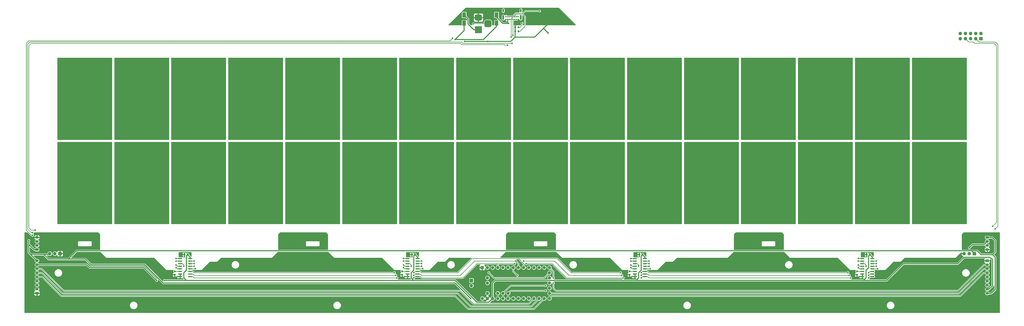
<source format=gbr>
G04 #@! TF.GenerationSoftware,KiCad,Pcbnew,(5.1.7)-1*
G04 #@! TF.CreationDate,2021-02-18T19:39:08-05:00*
G04 #@! TF.ProjectId,OpeNITHM-full,4f70654e-4954-4484-9d2d-66756c6c2e6b,rev?*
G04 #@! TF.SameCoordinates,Original*
G04 #@! TF.FileFunction,Copper,L1,Top*
G04 #@! TF.FilePolarity,Positive*
%FSLAX46Y46*%
G04 Gerber Fmt 4.6, Leading zero omitted, Abs format (unit mm)*
G04 Created by KiCad (PCBNEW (5.1.7)-1) date 2021-02-18 19:39:08*
%MOMM*%
%LPD*%
G01*
G04 APERTURE LIST*
G04 #@! TA.AperFunction,ComponentPad*
%ADD10O,1.700000X1.700000*%
G04 #@! TD*
G04 #@! TA.AperFunction,ComponentPad*
%ADD11R,1.700000X1.700000*%
G04 #@! TD*
G04 #@! TA.AperFunction,SMDPad,CuDef*
%ADD12R,1.800000X2.500000*%
G04 #@! TD*
G04 #@! TA.AperFunction,ComponentPad*
%ADD13C,1.600000*%
G04 #@! TD*
G04 #@! TA.AperFunction,ComponentPad*
%ADD14R,1.600000X1.600000*%
G04 #@! TD*
G04 #@! TA.AperFunction,ComponentPad*
%ADD15C,0.700000*%
G04 #@! TD*
G04 #@! TA.AperFunction,ComponentPad*
%ADD16O,0.900000X2.400000*%
G04 #@! TD*
G04 #@! TA.AperFunction,ComponentPad*
%ADD17O,0.900000X1.700000*%
G04 #@! TD*
G04 #@! TA.AperFunction,ComponentPad*
%ADD18R,3.500000X3.500000*%
G04 #@! TD*
G04 #@! TA.AperFunction,ComponentPad*
%ADD19O,1.750000X1.200000*%
G04 #@! TD*
G04 #@! TA.AperFunction,ConnectorPad*
%ADD20R,27.000000X40.500000*%
G04 #@! TD*
G04 #@! TA.AperFunction,ViaPad*
%ADD21C,0.800000*%
G04 #@! TD*
G04 #@! TA.AperFunction,Conductor*
%ADD22C,0.508000*%
G04 #@! TD*
G04 #@! TA.AperFunction,Conductor*
%ADD23C,0.250000*%
G04 #@! TD*
G04 #@! TA.AperFunction,Conductor*
%ADD24C,0.254000*%
G04 #@! TD*
G04 #@! TA.AperFunction,Conductor*
%ADD25C,0.100000*%
G04 #@! TD*
G04 APERTURE END LIST*
D10*
X370170000Y-126500000D03*
X372710000Y-126500000D03*
D11*
X375250000Y-126500000D03*
D10*
X-79250000Y-126500000D03*
X-76710000Y-126500000D03*
D11*
X-74170000Y-126500000D03*
D12*
X124460000Y-12890000D03*
X124460000Y-8890000D03*
X140335000Y-12890000D03*
X140335000Y-8890000D03*
D10*
X368300000Y-18097500D03*
X368300000Y-20637500D03*
X370840000Y-18097500D03*
X370840000Y-20637500D03*
X373380000Y-18097500D03*
X373380000Y-20637500D03*
X375920000Y-18097500D03*
X375920000Y-20637500D03*
X378460000Y-18097500D03*
D11*
X378460000Y-20637500D03*
D13*
X135890000Y-140970000D03*
X135890000Y-138430000D03*
D14*
X133350000Y-133350000D03*
D13*
X135890000Y-133350000D03*
X138430000Y-133350000D03*
X140970000Y-133350000D03*
X143510000Y-133350000D03*
X146050000Y-133350000D03*
X148590000Y-133350000D03*
X151130000Y-133350000D03*
X153670000Y-133350000D03*
X156210000Y-133350000D03*
X158750000Y-133350000D03*
X161290000Y-133350000D03*
X163830000Y-133350000D03*
X146050000Y-146050000D03*
X143510000Y-146050000D03*
X140970000Y-146050000D03*
X135890000Y-146050000D03*
X133350000Y-148590000D03*
X135890000Y-148590000D03*
X138430000Y-148590000D03*
X140970000Y-148590000D03*
X143510000Y-148590000D03*
X146050000Y-148590000D03*
X148590000Y-148590000D03*
X151130000Y-148590000D03*
X153670000Y-148590000D03*
X156210000Y-148590000D03*
X158750000Y-148590000D03*
X161290000Y-148590000D03*
X163830000Y-148590000D03*
X166370000Y-133350000D03*
X166370000Y-135890000D03*
X166370000Y-138430000D03*
X166370000Y-148590000D03*
X166370000Y-146050000D03*
X166370000Y-143510000D03*
X166370000Y-140970000D03*
D11*
X128000000Y-139700000D03*
D10*
X128000000Y-142240000D03*
G04 #@! TA.AperFunction,SMDPad,CuDef*
G36*
G01*
X100560000Y-129055000D02*
X100560000Y-128755000D01*
G75*
G02*
X100710000Y-128605000I150000J0D01*
G01*
X102360000Y-128605000D01*
G75*
G02*
X102510000Y-128755000I0J-150000D01*
G01*
X102510000Y-129055000D01*
G75*
G02*
X102360000Y-129205000I-150000J0D01*
G01*
X100710000Y-129205000D01*
G75*
G02*
X100560000Y-129055000I0J150000D01*
G01*
G37*
G04 #@! TD.AperFunction*
G04 #@! TA.AperFunction,SMDPad,CuDef*
G36*
G01*
X100560000Y-130325000D02*
X100560000Y-130025000D01*
G75*
G02*
X100710000Y-129875000I150000J0D01*
G01*
X102360000Y-129875000D01*
G75*
G02*
X102510000Y-130025000I0J-150000D01*
G01*
X102510000Y-130325000D01*
G75*
G02*
X102360000Y-130475000I-150000J0D01*
G01*
X100710000Y-130475000D01*
G75*
G02*
X100560000Y-130325000I0J150000D01*
G01*
G37*
G04 #@! TD.AperFunction*
G04 #@! TA.AperFunction,SMDPad,CuDef*
G36*
G01*
X100560000Y-131595000D02*
X100560000Y-131295000D01*
G75*
G02*
X100710000Y-131145000I150000J0D01*
G01*
X102360000Y-131145000D01*
G75*
G02*
X102510000Y-131295000I0J-150000D01*
G01*
X102510000Y-131595000D01*
G75*
G02*
X102360000Y-131745000I-150000J0D01*
G01*
X100710000Y-131745000D01*
G75*
G02*
X100560000Y-131595000I0J150000D01*
G01*
G37*
G04 #@! TD.AperFunction*
G04 #@! TA.AperFunction,SMDPad,CuDef*
G36*
G01*
X100560000Y-132865000D02*
X100560000Y-132565000D01*
G75*
G02*
X100710000Y-132415000I150000J0D01*
G01*
X102360000Y-132415000D01*
G75*
G02*
X102510000Y-132565000I0J-150000D01*
G01*
X102510000Y-132865000D01*
G75*
G02*
X102360000Y-133015000I-150000J0D01*
G01*
X100710000Y-133015000D01*
G75*
G02*
X100560000Y-132865000I0J150000D01*
G01*
G37*
G04 #@! TD.AperFunction*
G04 #@! TA.AperFunction,SMDPad,CuDef*
G36*
G01*
X100560000Y-134135000D02*
X100560000Y-133835000D01*
G75*
G02*
X100710000Y-133685000I150000J0D01*
G01*
X102360000Y-133685000D01*
G75*
G02*
X102510000Y-133835000I0J-150000D01*
G01*
X102510000Y-134135000D01*
G75*
G02*
X102360000Y-134285000I-150000J0D01*
G01*
X100710000Y-134285000D01*
G75*
G02*
X100560000Y-134135000I0J150000D01*
G01*
G37*
G04 #@! TD.AperFunction*
G04 #@! TA.AperFunction,SMDPad,CuDef*
G36*
G01*
X100560000Y-135405000D02*
X100560000Y-135105000D01*
G75*
G02*
X100710000Y-134955000I150000J0D01*
G01*
X102360000Y-134955000D01*
G75*
G02*
X102510000Y-135105000I0J-150000D01*
G01*
X102510000Y-135405000D01*
G75*
G02*
X102360000Y-135555000I-150000J0D01*
G01*
X100710000Y-135555000D01*
G75*
G02*
X100560000Y-135405000I0J150000D01*
G01*
G37*
G04 #@! TD.AperFunction*
G04 #@! TA.AperFunction,SMDPad,CuDef*
G36*
G01*
X100560000Y-136675000D02*
X100560000Y-136375000D01*
G75*
G02*
X100710000Y-136225000I150000J0D01*
G01*
X102360000Y-136225000D01*
G75*
G02*
X102510000Y-136375000I0J-150000D01*
G01*
X102510000Y-136675000D01*
G75*
G02*
X102360000Y-136825000I-150000J0D01*
G01*
X100710000Y-136825000D01*
G75*
G02*
X100560000Y-136675000I0J150000D01*
G01*
G37*
G04 #@! TD.AperFunction*
G04 #@! TA.AperFunction,SMDPad,CuDef*
G36*
G01*
X100560000Y-137945000D02*
X100560000Y-137645000D01*
G75*
G02*
X100710000Y-137495000I150000J0D01*
G01*
X102360000Y-137495000D01*
G75*
G02*
X102510000Y-137645000I0J-150000D01*
G01*
X102510000Y-137945000D01*
G75*
G02*
X102360000Y-138095000I-150000J0D01*
G01*
X100710000Y-138095000D01*
G75*
G02*
X100560000Y-137945000I0J150000D01*
G01*
G37*
G04 #@! TD.AperFunction*
G04 #@! TA.AperFunction,SMDPad,CuDef*
G36*
G01*
X95610000Y-137945000D02*
X95610000Y-137645000D01*
G75*
G02*
X95760000Y-137495000I150000J0D01*
G01*
X97410000Y-137495000D01*
G75*
G02*
X97560000Y-137645000I0J-150000D01*
G01*
X97560000Y-137945000D01*
G75*
G02*
X97410000Y-138095000I-150000J0D01*
G01*
X95760000Y-138095000D01*
G75*
G02*
X95610000Y-137945000I0J150000D01*
G01*
G37*
G04 #@! TD.AperFunction*
G04 #@! TA.AperFunction,SMDPad,CuDef*
G36*
G01*
X95610000Y-136675000D02*
X95610000Y-136375000D01*
G75*
G02*
X95760000Y-136225000I150000J0D01*
G01*
X97410000Y-136225000D01*
G75*
G02*
X97560000Y-136375000I0J-150000D01*
G01*
X97560000Y-136675000D01*
G75*
G02*
X97410000Y-136825000I-150000J0D01*
G01*
X95760000Y-136825000D01*
G75*
G02*
X95610000Y-136675000I0J150000D01*
G01*
G37*
G04 #@! TD.AperFunction*
G04 #@! TA.AperFunction,SMDPad,CuDef*
G36*
G01*
X95610000Y-135405000D02*
X95610000Y-135105000D01*
G75*
G02*
X95760000Y-134955000I150000J0D01*
G01*
X97410000Y-134955000D01*
G75*
G02*
X97560000Y-135105000I0J-150000D01*
G01*
X97560000Y-135405000D01*
G75*
G02*
X97410000Y-135555000I-150000J0D01*
G01*
X95760000Y-135555000D01*
G75*
G02*
X95610000Y-135405000I0J150000D01*
G01*
G37*
G04 #@! TD.AperFunction*
G04 #@! TA.AperFunction,SMDPad,CuDef*
G36*
G01*
X95610000Y-134135000D02*
X95610000Y-133835000D01*
G75*
G02*
X95760000Y-133685000I150000J0D01*
G01*
X97410000Y-133685000D01*
G75*
G02*
X97560000Y-133835000I0J-150000D01*
G01*
X97560000Y-134135000D01*
G75*
G02*
X97410000Y-134285000I-150000J0D01*
G01*
X95760000Y-134285000D01*
G75*
G02*
X95610000Y-134135000I0J150000D01*
G01*
G37*
G04 #@! TD.AperFunction*
G04 #@! TA.AperFunction,SMDPad,CuDef*
G36*
G01*
X95610000Y-132865000D02*
X95610000Y-132565000D01*
G75*
G02*
X95760000Y-132415000I150000J0D01*
G01*
X97410000Y-132415000D01*
G75*
G02*
X97560000Y-132565000I0J-150000D01*
G01*
X97560000Y-132865000D01*
G75*
G02*
X97410000Y-133015000I-150000J0D01*
G01*
X95760000Y-133015000D01*
G75*
G02*
X95610000Y-132865000I0J150000D01*
G01*
G37*
G04 #@! TD.AperFunction*
G04 #@! TA.AperFunction,SMDPad,CuDef*
G36*
G01*
X95610000Y-131595000D02*
X95610000Y-131295000D01*
G75*
G02*
X95760000Y-131145000I150000J0D01*
G01*
X97410000Y-131145000D01*
G75*
G02*
X97560000Y-131295000I0J-150000D01*
G01*
X97560000Y-131595000D01*
G75*
G02*
X97410000Y-131745000I-150000J0D01*
G01*
X95760000Y-131745000D01*
G75*
G02*
X95610000Y-131595000I0J150000D01*
G01*
G37*
G04 #@! TD.AperFunction*
G04 #@! TA.AperFunction,SMDPad,CuDef*
G36*
G01*
X95610000Y-130325000D02*
X95610000Y-130025000D01*
G75*
G02*
X95760000Y-129875000I150000J0D01*
G01*
X97410000Y-129875000D01*
G75*
G02*
X97560000Y-130025000I0J-150000D01*
G01*
X97560000Y-130325000D01*
G75*
G02*
X97410000Y-130475000I-150000J0D01*
G01*
X95760000Y-130475000D01*
G75*
G02*
X95610000Y-130325000I0J150000D01*
G01*
G37*
G04 #@! TD.AperFunction*
G04 #@! TA.AperFunction,SMDPad,CuDef*
G36*
G01*
X95610000Y-129055000D02*
X95610000Y-128755000D01*
G75*
G02*
X95760000Y-128605000I150000J0D01*
G01*
X97410000Y-128605000D01*
G75*
G02*
X97560000Y-128755000I0J-150000D01*
G01*
X97560000Y-129055000D01*
G75*
G02*
X97410000Y-129205000I-150000J0D01*
G01*
X95760000Y-129205000D01*
G75*
G02*
X95610000Y-129055000I0J150000D01*
G01*
G37*
G04 #@! TD.AperFunction*
G04 #@! TA.AperFunction,SMDPad,CuDef*
G36*
G01*
X149115000Y-17275000D02*
X149115000Y-16725000D01*
G75*
G02*
X149315000Y-16525000I200000J0D01*
G01*
X149715000Y-16525000D01*
G75*
G02*
X149915000Y-16725000I0J-200000D01*
G01*
X149915000Y-17275000D01*
G75*
G02*
X149715000Y-17475000I-200000J0D01*
G01*
X149315000Y-17475000D01*
G75*
G02*
X149115000Y-17275000I0J200000D01*
G01*
G37*
G04 #@! TD.AperFunction*
G04 #@! TA.AperFunction,SMDPad,CuDef*
G36*
G01*
X150765000Y-17275000D02*
X150765000Y-16725000D01*
G75*
G02*
X150965000Y-16525000I200000J0D01*
G01*
X151365000Y-16525000D01*
G75*
G02*
X151565000Y-16725000I0J-200000D01*
G01*
X151565000Y-17275000D01*
G75*
G02*
X151365000Y-17475000I-200000J0D01*
G01*
X150965000Y-17475000D01*
G75*
G02*
X150765000Y-17275000I0J200000D01*
G01*
G37*
G04 #@! TD.AperFunction*
G04 #@! TA.AperFunction,SMDPad,CuDef*
G36*
G01*
X149115000Y-15275000D02*
X149115000Y-14725000D01*
G75*
G02*
X149315000Y-14525000I200000J0D01*
G01*
X149715000Y-14525000D01*
G75*
G02*
X149915000Y-14725000I0J-200000D01*
G01*
X149915000Y-15275000D01*
G75*
G02*
X149715000Y-15475000I-200000J0D01*
G01*
X149315000Y-15475000D01*
G75*
G02*
X149115000Y-15275000I0J200000D01*
G01*
G37*
G04 #@! TD.AperFunction*
G04 #@! TA.AperFunction,SMDPad,CuDef*
G36*
G01*
X150765000Y-15275000D02*
X150765000Y-14725000D01*
G75*
G02*
X150965000Y-14525000I200000J0D01*
G01*
X151365000Y-14525000D01*
G75*
G02*
X151565000Y-14725000I0J-200000D01*
G01*
X151565000Y-15275000D01*
G75*
G02*
X151365000Y-15475000I-200000J0D01*
G01*
X150965000Y-15475000D01*
G75*
G02*
X150765000Y-15275000I0J200000D01*
G01*
G37*
G04 #@! TD.AperFunction*
D15*
X145020000Y-11100000D03*
X145870000Y-11100000D03*
X146720000Y-11100000D03*
X147570000Y-11100000D03*
X148420000Y-11100000D03*
X149270000Y-11100000D03*
X150120000Y-11100000D03*
X150970000Y-11100000D03*
X145870000Y-9750000D03*
X147570000Y-9750000D03*
X146720000Y-9750000D03*
X145020000Y-9750000D03*
X149270000Y-9750000D03*
X150120000Y-9750000D03*
X150970000Y-9750000D03*
X148420000Y-9750000D03*
D16*
X143670000Y-10120000D03*
X152320000Y-10120000D03*
D17*
X143670000Y-6740000D03*
X152320000Y-6740000D03*
G04 #@! TA.AperFunction,ComponentPad*
G36*
G01*
X135270000Y-11450000D02*
X137020000Y-11450000D01*
G75*
G02*
X137895000Y-12325000I0J-875000D01*
G01*
X137895000Y-14075000D01*
G75*
G02*
X137020000Y-14950000I-875000J0D01*
G01*
X135270000Y-14950000D01*
G75*
G02*
X134395000Y-14075000I0J875000D01*
G01*
X134395000Y-12325000D01*
G75*
G02*
X135270000Y-11450000I875000J0D01*
G01*
G37*
G04 #@! TD.AperFunction*
G04 #@! TA.AperFunction,ComponentPad*
G36*
G01*
X130445000Y-8700000D02*
X132445000Y-8700000D01*
G75*
G02*
X133195000Y-9450000I0J-750000D01*
G01*
X133195000Y-10950000D01*
G75*
G02*
X132445000Y-11700000I-750000J0D01*
G01*
X130445000Y-11700000D01*
G75*
G02*
X129695000Y-10950000I0J750000D01*
G01*
X129695000Y-9450000D01*
G75*
G02*
X130445000Y-8700000I750000J0D01*
G01*
G37*
G04 #@! TD.AperFunction*
D18*
X131445000Y-16200000D03*
D19*
X-85500000Y-118500000D03*
X-85500000Y-120500000D03*
X-85500000Y-122500000D03*
G04 #@! TA.AperFunction,ComponentPad*
G36*
G01*
X-84874999Y-125100000D02*
X-86125001Y-125100000D01*
G75*
G02*
X-86375000Y-124850001I0J249999D01*
G01*
X-86375000Y-124149999D01*
G75*
G02*
X-86125001Y-123900000I249999J0D01*
G01*
X-84874999Y-123900000D01*
G75*
G02*
X-84625000Y-124149999I0J-249999D01*
G01*
X-84625000Y-124850001D01*
G75*
G02*
X-84874999Y-125100000I-249999J0D01*
G01*
G37*
G04 #@! TD.AperFunction*
X381500000Y-124500000D03*
X381500000Y-122500000D03*
X381500000Y-120500000D03*
G04 #@! TA.AperFunction,ComponentPad*
G36*
G01*
X380874999Y-117900000D02*
X382125001Y-117900000D01*
G75*
G02*
X382375000Y-118149999I0J-249999D01*
G01*
X382375000Y-118850001D01*
G75*
G02*
X382125001Y-119100000I-249999J0D01*
G01*
X380874999Y-119100000D01*
G75*
G02*
X380625000Y-118850001I0J249999D01*
G01*
X380625000Y-118149999D01*
G75*
G02*
X380874999Y-117900000I249999J0D01*
G01*
G37*
G04 #@! TD.AperFunction*
X381500000Y-146000000D03*
X381500000Y-144000000D03*
X381500000Y-142000000D03*
X381500000Y-140000000D03*
X381500000Y-138000000D03*
X381500000Y-136000000D03*
X381500000Y-134000000D03*
X381500000Y-132000000D03*
G04 #@! TA.AperFunction,ComponentPad*
G36*
G01*
X380874999Y-129400000D02*
X382125001Y-129400000D01*
G75*
G02*
X382375000Y-129649999I0J-249999D01*
G01*
X382375000Y-130350001D01*
G75*
G02*
X382125001Y-130600000I-249999J0D01*
G01*
X380874999Y-130600000D01*
G75*
G02*
X380625000Y-130350001I0J249999D01*
G01*
X380625000Y-129649999D01*
G75*
G02*
X380874999Y-129400000I249999J0D01*
G01*
G37*
G04 #@! TD.AperFunction*
X-85500000Y-130000000D03*
X-85500000Y-132000000D03*
X-85500000Y-134000000D03*
X-85500000Y-136000000D03*
X-85500000Y-138000000D03*
X-85500000Y-140000000D03*
X-85500000Y-142000000D03*
X-85500000Y-144000000D03*
G04 #@! TA.AperFunction,ComponentPad*
G36*
G01*
X-84874999Y-146600000D02*
X-86125001Y-146600000D01*
G75*
G02*
X-86375000Y-146350001I0J249999D01*
G01*
X-86375000Y-145649999D01*
G75*
G02*
X-86125001Y-145400000I249999J0D01*
G01*
X-84874999Y-145400000D01*
G75*
G02*
X-84625000Y-145649999I0J-249999D01*
G01*
X-84625000Y-146350001D01*
G75*
G02*
X-84874999Y-146600000I-249999J0D01*
G01*
G37*
G04 #@! TD.AperFunction*
D20*
X358000000Y-91750000D03*
X358000000Y-50250000D03*
X330000000Y-91750000D03*
X330000000Y-50250000D03*
X302000000Y-91750000D03*
X302000000Y-50250000D03*
X274000000Y-91750000D03*
X274000000Y-50250000D03*
X246000000Y-91750000D03*
X246000000Y-50250000D03*
X218000000Y-91750000D03*
X218000000Y-50250000D03*
X190000000Y-91750000D03*
X190000000Y-50250000D03*
X162000000Y-91750000D03*
X162000000Y-50250000D03*
X134000000Y-91750000D03*
X134000000Y-50250000D03*
X106000000Y-91750000D03*
X106000000Y-50250000D03*
X78000000Y-91750000D03*
X78000000Y-50250000D03*
X50000000Y-91750000D03*
X50000000Y-50250000D03*
X22000000Y-91750000D03*
X22000000Y-50250000D03*
X-6000000Y-91750000D03*
X-6000000Y-50250000D03*
X-34000000Y-91750000D03*
X-34000000Y-50250000D03*
X-62000000Y-91750000D03*
X-62000000Y-50250000D03*
G04 #@! TA.AperFunction,SMDPad,CuDef*
G36*
G01*
X324080000Y-129055000D02*
X324080000Y-128755000D01*
G75*
G02*
X324230000Y-128605000I150000J0D01*
G01*
X325880000Y-128605000D01*
G75*
G02*
X326030000Y-128755000I0J-150000D01*
G01*
X326030000Y-129055000D01*
G75*
G02*
X325880000Y-129205000I-150000J0D01*
G01*
X324230000Y-129205000D01*
G75*
G02*
X324080000Y-129055000I0J150000D01*
G01*
G37*
G04 #@! TD.AperFunction*
G04 #@! TA.AperFunction,SMDPad,CuDef*
G36*
G01*
X324080000Y-130325000D02*
X324080000Y-130025000D01*
G75*
G02*
X324230000Y-129875000I150000J0D01*
G01*
X325880000Y-129875000D01*
G75*
G02*
X326030000Y-130025000I0J-150000D01*
G01*
X326030000Y-130325000D01*
G75*
G02*
X325880000Y-130475000I-150000J0D01*
G01*
X324230000Y-130475000D01*
G75*
G02*
X324080000Y-130325000I0J150000D01*
G01*
G37*
G04 #@! TD.AperFunction*
G04 #@! TA.AperFunction,SMDPad,CuDef*
G36*
G01*
X324080000Y-131595000D02*
X324080000Y-131295000D01*
G75*
G02*
X324230000Y-131145000I150000J0D01*
G01*
X325880000Y-131145000D01*
G75*
G02*
X326030000Y-131295000I0J-150000D01*
G01*
X326030000Y-131595000D01*
G75*
G02*
X325880000Y-131745000I-150000J0D01*
G01*
X324230000Y-131745000D01*
G75*
G02*
X324080000Y-131595000I0J150000D01*
G01*
G37*
G04 #@! TD.AperFunction*
G04 #@! TA.AperFunction,SMDPad,CuDef*
G36*
G01*
X324080000Y-132865000D02*
X324080000Y-132565000D01*
G75*
G02*
X324230000Y-132415000I150000J0D01*
G01*
X325880000Y-132415000D01*
G75*
G02*
X326030000Y-132565000I0J-150000D01*
G01*
X326030000Y-132865000D01*
G75*
G02*
X325880000Y-133015000I-150000J0D01*
G01*
X324230000Y-133015000D01*
G75*
G02*
X324080000Y-132865000I0J150000D01*
G01*
G37*
G04 #@! TD.AperFunction*
G04 #@! TA.AperFunction,SMDPad,CuDef*
G36*
G01*
X324080000Y-134135000D02*
X324080000Y-133835000D01*
G75*
G02*
X324230000Y-133685000I150000J0D01*
G01*
X325880000Y-133685000D01*
G75*
G02*
X326030000Y-133835000I0J-150000D01*
G01*
X326030000Y-134135000D01*
G75*
G02*
X325880000Y-134285000I-150000J0D01*
G01*
X324230000Y-134285000D01*
G75*
G02*
X324080000Y-134135000I0J150000D01*
G01*
G37*
G04 #@! TD.AperFunction*
G04 #@! TA.AperFunction,SMDPad,CuDef*
G36*
G01*
X324080000Y-135405000D02*
X324080000Y-135105000D01*
G75*
G02*
X324230000Y-134955000I150000J0D01*
G01*
X325880000Y-134955000D01*
G75*
G02*
X326030000Y-135105000I0J-150000D01*
G01*
X326030000Y-135405000D01*
G75*
G02*
X325880000Y-135555000I-150000J0D01*
G01*
X324230000Y-135555000D01*
G75*
G02*
X324080000Y-135405000I0J150000D01*
G01*
G37*
G04 #@! TD.AperFunction*
G04 #@! TA.AperFunction,SMDPad,CuDef*
G36*
G01*
X324080000Y-136675000D02*
X324080000Y-136375000D01*
G75*
G02*
X324230000Y-136225000I150000J0D01*
G01*
X325880000Y-136225000D01*
G75*
G02*
X326030000Y-136375000I0J-150000D01*
G01*
X326030000Y-136675000D01*
G75*
G02*
X325880000Y-136825000I-150000J0D01*
G01*
X324230000Y-136825000D01*
G75*
G02*
X324080000Y-136675000I0J150000D01*
G01*
G37*
G04 #@! TD.AperFunction*
G04 #@! TA.AperFunction,SMDPad,CuDef*
G36*
G01*
X324080000Y-137945000D02*
X324080000Y-137645000D01*
G75*
G02*
X324230000Y-137495000I150000J0D01*
G01*
X325880000Y-137495000D01*
G75*
G02*
X326030000Y-137645000I0J-150000D01*
G01*
X326030000Y-137945000D01*
G75*
G02*
X325880000Y-138095000I-150000J0D01*
G01*
X324230000Y-138095000D01*
G75*
G02*
X324080000Y-137945000I0J150000D01*
G01*
G37*
G04 #@! TD.AperFunction*
G04 #@! TA.AperFunction,SMDPad,CuDef*
G36*
G01*
X319130000Y-137945000D02*
X319130000Y-137645000D01*
G75*
G02*
X319280000Y-137495000I150000J0D01*
G01*
X320930000Y-137495000D01*
G75*
G02*
X321080000Y-137645000I0J-150000D01*
G01*
X321080000Y-137945000D01*
G75*
G02*
X320930000Y-138095000I-150000J0D01*
G01*
X319280000Y-138095000D01*
G75*
G02*
X319130000Y-137945000I0J150000D01*
G01*
G37*
G04 #@! TD.AperFunction*
G04 #@! TA.AperFunction,SMDPad,CuDef*
G36*
G01*
X319130000Y-136675000D02*
X319130000Y-136375000D01*
G75*
G02*
X319280000Y-136225000I150000J0D01*
G01*
X320930000Y-136225000D01*
G75*
G02*
X321080000Y-136375000I0J-150000D01*
G01*
X321080000Y-136675000D01*
G75*
G02*
X320930000Y-136825000I-150000J0D01*
G01*
X319280000Y-136825000D01*
G75*
G02*
X319130000Y-136675000I0J150000D01*
G01*
G37*
G04 #@! TD.AperFunction*
G04 #@! TA.AperFunction,SMDPad,CuDef*
G36*
G01*
X319130000Y-135405000D02*
X319130000Y-135105000D01*
G75*
G02*
X319280000Y-134955000I150000J0D01*
G01*
X320930000Y-134955000D01*
G75*
G02*
X321080000Y-135105000I0J-150000D01*
G01*
X321080000Y-135405000D01*
G75*
G02*
X320930000Y-135555000I-150000J0D01*
G01*
X319280000Y-135555000D01*
G75*
G02*
X319130000Y-135405000I0J150000D01*
G01*
G37*
G04 #@! TD.AperFunction*
G04 #@! TA.AperFunction,SMDPad,CuDef*
G36*
G01*
X319130000Y-134135000D02*
X319130000Y-133835000D01*
G75*
G02*
X319280000Y-133685000I150000J0D01*
G01*
X320930000Y-133685000D01*
G75*
G02*
X321080000Y-133835000I0J-150000D01*
G01*
X321080000Y-134135000D01*
G75*
G02*
X320930000Y-134285000I-150000J0D01*
G01*
X319280000Y-134285000D01*
G75*
G02*
X319130000Y-134135000I0J150000D01*
G01*
G37*
G04 #@! TD.AperFunction*
G04 #@! TA.AperFunction,SMDPad,CuDef*
G36*
G01*
X319130000Y-132865000D02*
X319130000Y-132565000D01*
G75*
G02*
X319280000Y-132415000I150000J0D01*
G01*
X320930000Y-132415000D01*
G75*
G02*
X321080000Y-132565000I0J-150000D01*
G01*
X321080000Y-132865000D01*
G75*
G02*
X320930000Y-133015000I-150000J0D01*
G01*
X319280000Y-133015000D01*
G75*
G02*
X319130000Y-132865000I0J150000D01*
G01*
G37*
G04 #@! TD.AperFunction*
G04 #@! TA.AperFunction,SMDPad,CuDef*
G36*
G01*
X319130000Y-131595000D02*
X319130000Y-131295000D01*
G75*
G02*
X319280000Y-131145000I150000J0D01*
G01*
X320930000Y-131145000D01*
G75*
G02*
X321080000Y-131295000I0J-150000D01*
G01*
X321080000Y-131595000D01*
G75*
G02*
X320930000Y-131745000I-150000J0D01*
G01*
X319280000Y-131745000D01*
G75*
G02*
X319130000Y-131595000I0J150000D01*
G01*
G37*
G04 #@! TD.AperFunction*
G04 #@! TA.AperFunction,SMDPad,CuDef*
G36*
G01*
X319130000Y-130325000D02*
X319130000Y-130025000D01*
G75*
G02*
X319280000Y-129875000I150000J0D01*
G01*
X320930000Y-129875000D01*
G75*
G02*
X321080000Y-130025000I0J-150000D01*
G01*
X321080000Y-130325000D01*
G75*
G02*
X320930000Y-130475000I-150000J0D01*
G01*
X319280000Y-130475000D01*
G75*
G02*
X319130000Y-130325000I0J150000D01*
G01*
G37*
G04 #@! TD.AperFunction*
G04 #@! TA.AperFunction,SMDPad,CuDef*
G36*
G01*
X319130000Y-129055000D02*
X319130000Y-128755000D01*
G75*
G02*
X319280000Y-128605000I150000J0D01*
G01*
X320930000Y-128605000D01*
G75*
G02*
X321080000Y-128755000I0J-150000D01*
G01*
X321080000Y-129055000D01*
G75*
G02*
X320930000Y-129205000I-150000J0D01*
G01*
X319280000Y-129205000D01*
G75*
G02*
X319130000Y-129055000I0J150000D01*
G01*
G37*
G04 #@! TD.AperFunction*
G04 #@! TA.AperFunction,SMDPad,CuDef*
G36*
G01*
X321850000Y-127250000D02*
X321850000Y-126750000D01*
G75*
G02*
X322075000Y-126525000I225000J0D01*
G01*
X322525000Y-126525000D01*
G75*
G02*
X322750000Y-126750000I0J-225000D01*
G01*
X322750000Y-127250000D01*
G75*
G02*
X322525000Y-127475000I-225000J0D01*
G01*
X322075000Y-127475000D01*
G75*
G02*
X321850000Y-127250000I0J225000D01*
G01*
G37*
G04 #@! TD.AperFunction*
G04 #@! TA.AperFunction,SMDPad,CuDef*
G36*
G01*
X323400000Y-127250000D02*
X323400000Y-126750000D01*
G75*
G02*
X323625000Y-126525000I225000J0D01*
G01*
X324075000Y-126525000D01*
G75*
G02*
X324300000Y-126750000I0J-225000D01*
G01*
X324300000Y-127250000D01*
G75*
G02*
X324075000Y-127475000I-225000J0D01*
G01*
X323625000Y-127475000D01*
G75*
G02*
X323400000Y-127250000I0J225000D01*
G01*
G37*
G04 #@! TD.AperFunction*
G04 #@! TA.AperFunction,SMDPad,CuDef*
G36*
G01*
X-18055000Y-136505000D02*
X-17505000Y-136505000D01*
G75*
G02*
X-17305000Y-136705000I0J-200000D01*
G01*
X-17305000Y-137105000D01*
G75*
G02*
X-17505000Y-137305000I-200000J0D01*
G01*
X-18055000Y-137305000D01*
G75*
G02*
X-18255000Y-137105000I0J200000D01*
G01*
X-18255000Y-136705000D01*
G75*
G02*
X-18055000Y-136505000I200000J0D01*
G01*
G37*
G04 #@! TD.AperFunction*
G04 #@! TA.AperFunction,SMDPad,CuDef*
G36*
G01*
X-18055000Y-134855000D02*
X-17505000Y-134855000D01*
G75*
G02*
X-17305000Y-135055000I0J-200000D01*
G01*
X-17305000Y-135455000D01*
G75*
G02*
X-17505000Y-135655000I-200000J0D01*
G01*
X-18055000Y-135655000D01*
G75*
G02*
X-18255000Y-135455000I0J200000D01*
G01*
X-18255000Y-135055000D01*
G75*
G02*
X-18055000Y-134855000I200000J0D01*
G01*
G37*
G04 #@! TD.AperFunction*
G04 #@! TA.AperFunction,SMDPad,CuDef*
G36*
G01*
X-11200000Y-129055000D02*
X-11200000Y-128755000D01*
G75*
G02*
X-11050000Y-128605000I150000J0D01*
G01*
X-9400000Y-128605000D01*
G75*
G02*
X-9250000Y-128755000I0J-150000D01*
G01*
X-9250000Y-129055000D01*
G75*
G02*
X-9400000Y-129205000I-150000J0D01*
G01*
X-11050000Y-129205000D01*
G75*
G02*
X-11200000Y-129055000I0J150000D01*
G01*
G37*
G04 #@! TD.AperFunction*
G04 #@! TA.AperFunction,SMDPad,CuDef*
G36*
G01*
X-11200000Y-130325000D02*
X-11200000Y-130025000D01*
G75*
G02*
X-11050000Y-129875000I150000J0D01*
G01*
X-9400000Y-129875000D01*
G75*
G02*
X-9250000Y-130025000I0J-150000D01*
G01*
X-9250000Y-130325000D01*
G75*
G02*
X-9400000Y-130475000I-150000J0D01*
G01*
X-11050000Y-130475000D01*
G75*
G02*
X-11200000Y-130325000I0J150000D01*
G01*
G37*
G04 #@! TD.AperFunction*
G04 #@! TA.AperFunction,SMDPad,CuDef*
G36*
G01*
X-11200000Y-131595000D02*
X-11200000Y-131295000D01*
G75*
G02*
X-11050000Y-131145000I150000J0D01*
G01*
X-9400000Y-131145000D01*
G75*
G02*
X-9250000Y-131295000I0J-150000D01*
G01*
X-9250000Y-131595000D01*
G75*
G02*
X-9400000Y-131745000I-150000J0D01*
G01*
X-11050000Y-131745000D01*
G75*
G02*
X-11200000Y-131595000I0J150000D01*
G01*
G37*
G04 #@! TD.AperFunction*
G04 #@! TA.AperFunction,SMDPad,CuDef*
G36*
G01*
X-11200000Y-132865000D02*
X-11200000Y-132565000D01*
G75*
G02*
X-11050000Y-132415000I150000J0D01*
G01*
X-9400000Y-132415000D01*
G75*
G02*
X-9250000Y-132565000I0J-150000D01*
G01*
X-9250000Y-132865000D01*
G75*
G02*
X-9400000Y-133015000I-150000J0D01*
G01*
X-11050000Y-133015000D01*
G75*
G02*
X-11200000Y-132865000I0J150000D01*
G01*
G37*
G04 #@! TD.AperFunction*
G04 #@! TA.AperFunction,SMDPad,CuDef*
G36*
G01*
X-11200000Y-134135000D02*
X-11200000Y-133835000D01*
G75*
G02*
X-11050000Y-133685000I150000J0D01*
G01*
X-9400000Y-133685000D01*
G75*
G02*
X-9250000Y-133835000I0J-150000D01*
G01*
X-9250000Y-134135000D01*
G75*
G02*
X-9400000Y-134285000I-150000J0D01*
G01*
X-11050000Y-134285000D01*
G75*
G02*
X-11200000Y-134135000I0J150000D01*
G01*
G37*
G04 #@! TD.AperFunction*
G04 #@! TA.AperFunction,SMDPad,CuDef*
G36*
G01*
X-11200000Y-135405000D02*
X-11200000Y-135105000D01*
G75*
G02*
X-11050000Y-134955000I150000J0D01*
G01*
X-9400000Y-134955000D01*
G75*
G02*
X-9250000Y-135105000I0J-150000D01*
G01*
X-9250000Y-135405000D01*
G75*
G02*
X-9400000Y-135555000I-150000J0D01*
G01*
X-11050000Y-135555000D01*
G75*
G02*
X-11200000Y-135405000I0J150000D01*
G01*
G37*
G04 #@! TD.AperFunction*
G04 #@! TA.AperFunction,SMDPad,CuDef*
G36*
G01*
X-11200000Y-136675000D02*
X-11200000Y-136375000D01*
G75*
G02*
X-11050000Y-136225000I150000J0D01*
G01*
X-9400000Y-136225000D01*
G75*
G02*
X-9250000Y-136375000I0J-150000D01*
G01*
X-9250000Y-136675000D01*
G75*
G02*
X-9400000Y-136825000I-150000J0D01*
G01*
X-11050000Y-136825000D01*
G75*
G02*
X-11200000Y-136675000I0J150000D01*
G01*
G37*
G04 #@! TD.AperFunction*
G04 #@! TA.AperFunction,SMDPad,CuDef*
G36*
G01*
X-11200000Y-137945000D02*
X-11200000Y-137645000D01*
G75*
G02*
X-11050000Y-137495000I150000J0D01*
G01*
X-9400000Y-137495000D01*
G75*
G02*
X-9250000Y-137645000I0J-150000D01*
G01*
X-9250000Y-137945000D01*
G75*
G02*
X-9400000Y-138095000I-150000J0D01*
G01*
X-11050000Y-138095000D01*
G75*
G02*
X-11200000Y-137945000I0J150000D01*
G01*
G37*
G04 #@! TD.AperFunction*
G04 #@! TA.AperFunction,SMDPad,CuDef*
G36*
G01*
X-16150000Y-137945000D02*
X-16150000Y-137645000D01*
G75*
G02*
X-16000000Y-137495000I150000J0D01*
G01*
X-14350000Y-137495000D01*
G75*
G02*
X-14200000Y-137645000I0J-150000D01*
G01*
X-14200000Y-137945000D01*
G75*
G02*
X-14350000Y-138095000I-150000J0D01*
G01*
X-16000000Y-138095000D01*
G75*
G02*
X-16150000Y-137945000I0J150000D01*
G01*
G37*
G04 #@! TD.AperFunction*
G04 #@! TA.AperFunction,SMDPad,CuDef*
G36*
G01*
X-16150000Y-136675000D02*
X-16150000Y-136375000D01*
G75*
G02*
X-16000000Y-136225000I150000J0D01*
G01*
X-14350000Y-136225000D01*
G75*
G02*
X-14200000Y-136375000I0J-150000D01*
G01*
X-14200000Y-136675000D01*
G75*
G02*
X-14350000Y-136825000I-150000J0D01*
G01*
X-16000000Y-136825000D01*
G75*
G02*
X-16150000Y-136675000I0J150000D01*
G01*
G37*
G04 #@! TD.AperFunction*
G04 #@! TA.AperFunction,SMDPad,CuDef*
G36*
G01*
X-16150000Y-135405000D02*
X-16150000Y-135105000D01*
G75*
G02*
X-16000000Y-134955000I150000J0D01*
G01*
X-14350000Y-134955000D01*
G75*
G02*
X-14200000Y-135105000I0J-150000D01*
G01*
X-14200000Y-135405000D01*
G75*
G02*
X-14350000Y-135555000I-150000J0D01*
G01*
X-16000000Y-135555000D01*
G75*
G02*
X-16150000Y-135405000I0J150000D01*
G01*
G37*
G04 #@! TD.AperFunction*
G04 #@! TA.AperFunction,SMDPad,CuDef*
G36*
G01*
X-16150000Y-134135000D02*
X-16150000Y-133835000D01*
G75*
G02*
X-16000000Y-133685000I150000J0D01*
G01*
X-14350000Y-133685000D01*
G75*
G02*
X-14200000Y-133835000I0J-150000D01*
G01*
X-14200000Y-134135000D01*
G75*
G02*
X-14350000Y-134285000I-150000J0D01*
G01*
X-16000000Y-134285000D01*
G75*
G02*
X-16150000Y-134135000I0J150000D01*
G01*
G37*
G04 #@! TD.AperFunction*
G04 #@! TA.AperFunction,SMDPad,CuDef*
G36*
G01*
X-16150000Y-132865000D02*
X-16150000Y-132565000D01*
G75*
G02*
X-16000000Y-132415000I150000J0D01*
G01*
X-14350000Y-132415000D01*
G75*
G02*
X-14200000Y-132565000I0J-150000D01*
G01*
X-14200000Y-132865000D01*
G75*
G02*
X-14350000Y-133015000I-150000J0D01*
G01*
X-16000000Y-133015000D01*
G75*
G02*
X-16150000Y-132865000I0J150000D01*
G01*
G37*
G04 #@! TD.AperFunction*
G04 #@! TA.AperFunction,SMDPad,CuDef*
G36*
G01*
X-16150000Y-131595000D02*
X-16150000Y-131295000D01*
G75*
G02*
X-16000000Y-131145000I150000J0D01*
G01*
X-14350000Y-131145000D01*
G75*
G02*
X-14200000Y-131295000I0J-150000D01*
G01*
X-14200000Y-131595000D01*
G75*
G02*
X-14350000Y-131745000I-150000J0D01*
G01*
X-16000000Y-131745000D01*
G75*
G02*
X-16150000Y-131595000I0J150000D01*
G01*
G37*
G04 #@! TD.AperFunction*
G04 #@! TA.AperFunction,SMDPad,CuDef*
G36*
G01*
X-16150000Y-130325000D02*
X-16150000Y-130025000D01*
G75*
G02*
X-16000000Y-129875000I150000J0D01*
G01*
X-14350000Y-129875000D01*
G75*
G02*
X-14200000Y-130025000I0J-150000D01*
G01*
X-14200000Y-130325000D01*
G75*
G02*
X-14350000Y-130475000I-150000J0D01*
G01*
X-16000000Y-130475000D01*
G75*
G02*
X-16150000Y-130325000I0J150000D01*
G01*
G37*
G04 #@! TD.AperFunction*
G04 #@! TA.AperFunction,SMDPad,CuDef*
G36*
G01*
X-16150000Y-129055000D02*
X-16150000Y-128755000D01*
G75*
G02*
X-16000000Y-128605000I150000J0D01*
G01*
X-14350000Y-128605000D01*
G75*
G02*
X-14200000Y-128755000I0J-150000D01*
G01*
X-14200000Y-129055000D01*
G75*
G02*
X-14350000Y-129205000I-150000J0D01*
G01*
X-16000000Y-129205000D01*
G75*
G02*
X-16150000Y-129055000I0J150000D01*
G01*
G37*
G04 #@! TD.AperFunction*
G04 #@! TA.AperFunction,SMDPad,CuDef*
G36*
G01*
X98330000Y-127250000D02*
X98330000Y-126750000D01*
G75*
G02*
X98555000Y-126525000I225000J0D01*
G01*
X99005000Y-126525000D01*
G75*
G02*
X99230000Y-126750000I0J-225000D01*
G01*
X99230000Y-127250000D01*
G75*
G02*
X99005000Y-127475000I-225000J0D01*
G01*
X98555000Y-127475000D01*
G75*
G02*
X98330000Y-127250000I0J225000D01*
G01*
G37*
G04 #@! TD.AperFunction*
G04 #@! TA.AperFunction,SMDPad,CuDef*
G36*
G01*
X99880000Y-127250000D02*
X99880000Y-126750000D01*
G75*
G02*
X100105000Y-126525000I225000J0D01*
G01*
X100555000Y-126525000D01*
G75*
G02*
X100780000Y-126750000I0J-225000D01*
G01*
X100780000Y-127250000D01*
G75*
G02*
X100555000Y-127475000I-225000J0D01*
G01*
X100105000Y-127475000D01*
G75*
G02*
X99880000Y-127250000I0J225000D01*
G01*
G37*
G04 #@! TD.AperFunction*
G04 #@! TA.AperFunction,SMDPad,CuDef*
G36*
G01*
X210090000Y-127250000D02*
X210090000Y-126750000D01*
G75*
G02*
X210315000Y-126525000I225000J0D01*
G01*
X210765000Y-126525000D01*
G75*
G02*
X210990000Y-126750000I0J-225000D01*
G01*
X210990000Y-127250000D01*
G75*
G02*
X210765000Y-127475000I-225000J0D01*
G01*
X210315000Y-127475000D01*
G75*
G02*
X210090000Y-127250000I0J225000D01*
G01*
G37*
G04 #@! TD.AperFunction*
G04 #@! TA.AperFunction,SMDPad,CuDef*
G36*
G01*
X211640000Y-127250000D02*
X211640000Y-126750000D01*
G75*
G02*
X211865000Y-126525000I225000J0D01*
G01*
X212315000Y-126525000D01*
G75*
G02*
X212540000Y-126750000I0J-225000D01*
G01*
X212540000Y-127250000D01*
G75*
G02*
X212315000Y-127475000I-225000J0D01*
G01*
X211865000Y-127475000D01*
G75*
G02*
X211640000Y-127250000I0J225000D01*
G01*
G37*
G04 #@! TD.AperFunction*
G04 #@! TA.AperFunction,SMDPad,CuDef*
G36*
G01*
X-13430000Y-127250000D02*
X-13430000Y-126750000D01*
G75*
G02*
X-13205000Y-126525000I225000J0D01*
G01*
X-12755000Y-126525000D01*
G75*
G02*
X-12530000Y-126750000I0J-225000D01*
G01*
X-12530000Y-127250000D01*
G75*
G02*
X-12755000Y-127475000I-225000J0D01*
G01*
X-13205000Y-127475000D01*
G75*
G02*
X-13430000Y-127250000I0J225000D01*
G01*
G37*
G04 #@! TD.AperFunction*
G04 #@! TA.AperFunction,SMDPad,CuDef*
G36*
G01*
X-11880000Y-127250000D02*
X-11880000Y-126750000D01*
G75*
G02*
X-11655000Y-126525000I225000J0D01*
G01*
X-11205000Y-126525000D01*
G75*
G02*
X-10980000Y-126750000I0J-225000D01*
G01*
X-10980000Y-127250000D01*
G75*
G02*
X-11205000Y-127475000I-225000J0D01*
G01*
X-11655000Y-127475000D01*
G75*
G02*
X-11880000Y-127250000I0J225000D01*
G01*
G37*
G04 #@! TD.AperFunction*
G04 #@! TA.AperFunction,SMDPad,CuDef*
G36*
G01*
X212320000Y-129055000D02*
X212320000Y-128755000D01*
G75*
G02*
X212470000Y-128605000I150000J0D01*
G01*
X214120000Y-128605000D01*
G75*
G02*
X214270000Y-128755000I0J-150000D01*
G01*
X214270000Y-129055000D01*
G75*
G02*
X214120000Y-129205000I-150000J0D01*
G01*
X212470000Y-129205000D01*
G75*
G02*
X212320000Y-129055000I0J150000D01*
G01*
G37*
G04 #@! TD.AperFunction*
G04 #@! TA.AperFunction,SMDPad,CuDef*
G36*
G01*
X212320000Y-130325000D02*
X212320000Y-130025000D01*
G75*
G02*
X212470000Y-129875000I150000J0D01*
G01*
X214120000Y-129875000D01*
G75*
G02*
X214270000Y-130025000I0J-150000D01*
G01*
X214270000Y-130325000D01*
G75*
G02*
X214120000Y-130475000I-150000J0D01*
G01*
X212470000Y-130475000D01*
G75*
G02*
X212320000Y-130325000I0J150000D01*
G01*
G37*
G04 #@! TD.AperFunction*
G04 #@! TA.AperFunction,SMDPad,CuDef*
G36*
G01*
X212320000Y-131595000D02*
X212320000Y-131295000D01*
G75*
G02*
X212470000Y-131145000I150000J0D01*
G01*
X214120000Y-131145000D01*
G75*
G02*
X214270000Y-131295000I0J-150000D01*
G01*
X214270000Y-131595000D01*
G75*
G02*
X214120000Y-131745000I-150000J0D01*
G01*
X212470000Y-131745000D01*
G75*
G02*
X212320000Y-131595000I0J150000D01*
G01*
G37*
G04 #@! TD.AperFunction*
G04 #@! TA.AperFunction,SMDPad,CuDef*
G36*
G01*
X212320000Y-132865000D02*
X212320000Y-132565000D01*
G75*
G02*
X212470000Y-132415000I150000J0D01*
G01*
X214120000Y-132415000D01*
G75*
G02*
X214270000Y-132565000I0J-150000D01*
G01*
X214270000Y-132865000D01*
G75*
G02*
X214120000Y-133015000I-150000J0D01*
G01*
X212470000Y-133015000D01*
G75*
G02*
X212320000Y-132865000I0J150000D01*
G01*
G37*
G04 #@! TD.AperFunction*
G04 #@! TA.AperFunction,SMDPad,CuDef*
G36*
G01*
X212320000Y-134135000D02*
X212320000Y-133835000D01*
G75*
G02*
X212470000Y-133685000I150000J0D01*
G01*
X214120000Y-133685000D01*
G75*
G02*
X214270000Y-133835000I0J-150000D01*
G01*
X214270000Y-134135000D01*
G75*
G02*
X214120000Y-134285000I-150000J0D01*
G01*
X212470000Y-134285000D01*
G75*
G02*
X212320000Y-134135000I0J150000D01*
G01*
G37*
G04 #@! TD.AperFunction*
G04 #@! TA.AperFunction,SMDPad,CuDef*
G36*
G01*
X212320000Y-135405000D02*
X212320000Y-135105000D01*
G75*
G02*
X212470000Y-134955000I150000J0D01*
G01*
X214120000Y-134955000D01*
G75*
G02*
X214270000Y-135105000I0J-150000D01*
G01*
X214270000Y-135405000D01*
G75*
G02*
X214120000Y-135555000I-150000J0D01*
G01*
X212470000Y-135555000D01*
G75*
G02*
X212320000Y-135405000I0J150000D01*
G01*
G37*
G04 #@! TD.AperFunction*
G04 #@! TA.AperFunction,SMDPad,CuDef*
G36*
G01*
X212320000Y-136675000D02*
X212320000Y-136375000D01*
G75*
G02*
X212470000Y-136225000I150000J0D01*
G01*
X214120000Y-136225000D01*
G75*
G02*
X214270000Y-136375000I0J-150000D01*
G01*
X214270000Y-136675000D01*
G75*
G02*
X214120000Y-136825000I-150000J0D01*
G01*
X212470000Y-136825000D01*
G75*
G02*
X212320000Y-136675000I0J150000D01*
G01*
G37*
G04 #@! TD.AperFunction*
G04 #@! TA.AperFunction,SMDPad,CuDef*
G36*
G01*
X212320000Y-137945000D02*
X212320000Y-137645000D01*
G75*
G02*
X212470000Y-137495000I150000J0D01*
G01*
X214120000Y-137495000D01*
G75*
G02*
X214270000Y-137645000I0J-150000D01*
G01*
X214270000Y-137945000D01*
G75*
G02*
X214120000Y-138095000I-150000J0D01*
G01*
X212470000Y-138095000D01*
G75*
G02*
X212320000Y-137945000I0J150000D01*
G01*
G37*
G04 #@! TD.AperFunction*
G04 #@! TA.AperFunction,SMDPad,CuDef*
G36*
G01*
X207370000Y-137945000D02*
X207370000Y-137645000D01*
G75*
G02*
X207520000Y-137495000I150000J0D01*
G01*
X209170000Y-137495000D01*
G75*
G02*
X209320000Y-137645000I0J-150000D01*
G01*
X209320000Y-137945000D01*
G75*
G02*
X209170000Y-138095000I-150000J0D01*
G01*
X207520000Y-138095000D01*
G75*
G02*
X207370000Y-137945000I0J150000D01*
G01*
G37*
G04 #@! TD.AperFunction*
G04 #@! TA.AperFunction,SMDPad,CuDef*
G36*
G01*
X207370000Y-136675000D02*
X207370000Y-136375000D01*
G75*
G02*
X207520000Y-136225000I150000J0D01*
G01*
X209170000Y-136225000D01*
G75*
G02*
X209320000Y-136375000I0J-150000D01*
G01*
X209320000Y-136675000D01*
G75*
G02*
X209170000Y-136825000I-150000J0D01*
G01*
X207520000Y-136825000D01*
G75*
G02*
X207370000Y-136675000I0J150000D01*
G01*
G37*
G04 #@! TD.AperFunction*
G04 #@! TA.AperFunction,SMDPad,CuDef*
G36*
G01*
X207370000Y-135405000D02*
X207370000Y-135105000D01*
G75*
G02*
X207520000Y-134955000I150000J0D01*
G01*
X209170000Y-134955000D01*
G75*
G02*
X209320000Y-135105000I0J-150000D01*
G01*
X209320000Y-135405000D01*
G75*
G02*
X209170000Y-135555000I-150000J0D01*
G01*
X207520000Y-135555000D01*
G75*
G02*
X207370000Y-135405000I0J150000D01*
G01*
G37*
G04 #@! TD.AperFunction*
G04 #@! TA.AperFunction,SMDPad,CuDef*
G36*
G01*
X207370000Y-134135000D02*
X207370000Y-133835000D01*
G75*
G02*
X207520000Y-133685000I150000J0D01*
G01*
X209170000Y-133685000D01*
G75*
G02*
X209320000Y-133835000I0J-150000D01*
G01*
X209320000Y-134135000D01*
G75*
G02*
X209170000Y-134285000I-150000J0D01*
G01*
X207520000Y-134285000D01*
G75*
G02*
X207370000Y-134135000I0J150000D01*
G01*
G37*
G04 #@! TD.AperFunction*
G04 #@! TA.AperFunction,SMDPad,CuDef*
G36*
G01*
X207370000Y-132865000D02*
X207370000Y-132565000D01*
G75*
G02*
X207520000Y-132415000I150000J0D01*
G01*
X209170000Y-132415000D01*
G75*
G02*
X209320000Y-132565000I0J-150000D01*
G01*
X209320000Y-132865000D01*
G75*
G02*
X209170000Y-133015000I-150000J0D01*
G01*
X207520000Y-133015000D01*
G75*
G02*
X207370000Y-132865000I0J150000D01*
G01*
G37*
G04 #@! TD.AperFunction*
G04 #@! TA.AperFunction,SMDPad,CuDef*
G36*
G01*
X207370000Y-131595000D02*
X207370000Y-131295000D01*
G75*
G02*
X207520000Y-131145000I150000J0D01*
G01*
X209170000Y-131145000D01*
G75*
G02*
X209320000Y-131295000I0J-150000D01*
G01*
X209320000Y-131595000D01*
G75*
G02*
X209170000Y-131745000I-150000J0D01*
G01*
X207520000Y-131745000D01*
G75*
G02*
X207370000Y-131595000I0J150000D01*
G01*
G37*
G04 #@! TD.AperFunction*
G04 #@! TA.AperFunction,SMDPad,CuDef*
G36*
G01*
X207370000Y-130325000D02*
X207370000Y-130025000D01*
G75*
G02*
X207520000Y-129875000I150000J0D01*
G01*
X209170000Y-129875000D01*
G75*
G02*
X209320000Y-130025000I0J-150000D01*
G01*
X209320000Y-130325000D01*
G75*
G02*
X209170000Y-130475000I-150000J0D01*
G01*
X207520000Y-130475000D01*
G75*
G02*
X207370000Y-130325000I0J150000D01*
G01*
G37*
G04 #@! TD.AperFunction*
G04 #@! TA.AperFunction,SMDPad,CuDef*
G36*
G01*
X207370000Y-129055000D02*
X207370000Y-128755000D01*
G75*
G02*
X207520000Y-128605000I150000J0D01*
G01*
X209170000Y-128605000D01*
G75*
G02*
X209320000Y-128755000I0J-150000D01*
G01*
X209320000Y-129055000D01*
G75*
G02*
X209170000Y-129205000I-150000J0D01*
G01*
X207520000Y-129205000D01*
G75*
G02*
X207370000Y-129055000I0J150000D01*
G01*
G37*
G04 #@! TD.AperFunction*
G04 #@! TA.AperFunction,SMDPad,CuDef*
G36*
G01*
X93705000Y-136505000D02*
X94255000Y-136505000D01*
G75*
G02*
X94455000Y-136705000I0J-200000D01*
G01*
X94455000Y-137105000D01*
G75*
G02*
X94255000Y-137305000I-200000J0D01*
G01*
X93705000Y-137305000D01*
G75*
G02*
X93505000Y-137105000I0J200000D01*
G01*
X93505000Y-136705000D01*
G75*
G02*
X93705000Y-136505000I200000J0D01*
G01*
G37*
G04 #@! TD.AperFunction*
G04 #@! TA.AperFunction,SMDPad,CuDef*
G36*
G01*
X93705000Y-134855000D02*
X94255000Y-134855000D01*
G75*
G02*
X94455000Y-135055000I0J-200000D01*
G01*
X94455000Y-135455000D01*
G75*
G02*
X94255000Y-135655000I-200000J0D01*
G01*
X93705000Y-135655000D01*
G75*
G02*
X93505000Y-135455000I0J200000D01*
G01*
X93505000Y-135055000D01*
G75*
G02*
X93705000Y-134855000I200000J0D01*
G01*
G37*
G04 #@! TD.AperFunction*
G04 #@! TA.AperFunction,SMDPad,CuDef*
G36*
G01*
X205465000Y-136505000D02*
X206015000Y-136505000D01*
G75*
G02*
X206215000Y-136705000I0J-200000D01*
G01*
X206215000Y-137105000D01*
G75*
G02*
X206015000Y-137305000I-200000J0D01*
G01*
X205465000Y-137305000D01*
G75*
G02*
X205265000Y-137105000I0J200000D01*
G01*
X205265000Y-136705000D01*
G75*
G02*
X205465000Y-136505000I200000J0D01*
G01*
G37*
G04 #@! TD.AperFunction*
G04 #@! TA.AperFunction,SMDPad,CuDef*
G36*
G01*
X205465000Y-134855000D02*
X206015000Y-134855000D01*
G75*
G02*
X206215000Y-135055000I0J-200000D01*
G01*
X206215000Y-135455000D01*
G75*
G02*
X206015000Y-135655000I-200000J0D01*
G01*
X205465000Y-135655000D01*
G75*
G02*
X205265000Y-135455000I0J200000D01*
G01*
X205265000Y-135055000D01*
G75*
G02*
X205465000Y-134855000I200000J0D01*
G01*
G37*
G04 #@! TD.AperFunction*
G04 #@! TA.AperFunction,SMDPad,CuDef*
G36*
G01*
X317225000Y-136505000D02*
X317775000Y-136505000D01*
G75*
G02*
X317975000Y-136705000I0J-200000D01*
G01*
X317975000Y-137105000D01*
G75*
G02*
X317775000Y-137305000I-200000J0D01*
G01*
X317225000Y-137305000D01*
G75*
G02*
X317025000Y-137105000I0J200000D01*
G01*
X317025000Y-136705000D01*
G75*
G02*
X317225000Y-136505000I200000J0D01*
G01*
G37*
G04 #@! TD.AperFunction*
G04 #@! TA.AperFunction,SMDPad,CuDef*
G36*
G01*
X317225000Y-134855000D02*
X317775000Y-134855000D01*
G75*
G02*
X317975000Y-135055000I0J-200000D01*
G01*
X317975000Y-135455000D01*
G75*
G02*
X317775000Y-135655000I-200000J0D01*
G01*
X317225000Y-135655000D01*
G75*
G02*
X317025000Y-135455000I0J200000D01*
G01*
X317025000Y-135055000D01*
G75*
G02*
X317225000Y-134855000I200000J0D01*
G01*
G37*
G04 #@! TD.AperFunction*
D21*
X175000000Y-154000000D03*
X57500000Y-128500000D03*
X33000000Y-128500000D03*
X281500000Y-128500000D03*
X257000000Y-128500000D03*
X223500000Y-135000000D03*
X308000000Y-135000000D03*
X84000000Y-135000000D03*
X-500000Y-135000000D03*
X136000000Y-22000000D03*
X167500000Y-11500000D03*
X169500000Y-128000000D03*
X144018000Y-128016000D03*
X196000000Y-135000000D03*
X-54500000Y-128500000D03*
X208500000Y-127000000D03*
X320500000Y-127000000D03*
X97000000Y-127000000D03*
X355500000Y-139500000D03*
X335000000Y-135000000D03*
X384000000Y-124500000D03*
X375920000Y-147320000D03*
X-90805000Y-147955000D03*
X-73025000Y-141605000D03*
X-79375000Y-116840000D03*
X111500000Y-135000000D03*
X31500000Y-155000000D03*
X279000000Y-155000000D03*
X121000000Y-154000000D03*
X386080000Y-148590000D03*
X124685000Y-22000000D03*
X-89535000Y-118110000D03*
X45500000Y-116500000D03*
X157500000Y-116500000D03*
X269500000Y-116500000D03*
X-66500000Y-116500000D03*
X165735000Y-17780000D03*
X381635000Y-116840000D03*
X-15000000Y-127000000D03*
X-23500000Y-135000000D03*
X368000000Y-128000000D03*
X-70600000Y-124100000D03*
X127635000Y-148590000D03*
X120060000Y-21000000D03*
X-89535000Y-120015000D03*
X211455000Y-135890000D03*
X323215000Y-135890000D03*
X201295000Y-135890000D03*
X313055000Y-135890000D03*
X99695000Y-135890000D03*
X90170000Y-135890000D03*
X149860000Y-130175000D03*
X153670000Y-130175000D03*
X211455000Y-137160000D03*
X323215000Y-137160000D03*
X201930000Y-137160000D03*
X313690000Y-137160000D03*
X99695000Y-137160000D03*
X90805000Y-137160000D03*
X154940000Y-131445000D03*
X149225000Y-131445000D03*
X211455000Y-138430000D03*
X323215000Y-138430000D03*
X202565000Y-138430000D03*
X314325000Y-138430000D03*
X91440000Y-138430000D03*
X99695000Y-138430000D03*
X147000000Y-70000000D03*
X104140000Y-133858000D03*
X103505000Y-131445000D03*
X119000000Y-70000000D03*
X94615000Y-128905000D03*
X91000000Y-70000000D03*
X94615000Y-132080000D03*
X63000000Y-70000000D03*
X35000000Y-70000000D03*
X-7620000Y-133858000D03*
X-8255000Y-131445000D03*
X7000000Y-70000000D03*
X-17145000Y-128905000D03*
X-21000000Y-70000000D03*
X-49000000Y-70000000D03*
X-17145000Y-132080000D03*
X-62000000Y-111500000D03*
X-17145000Y-133350000D03*
X-17145000Y-130175000D03*
X-34000000Y-111500000D03*
X-8255000Y-130175000D03*
X-6000000Y-111500000D03*
X-8255000Y-132715000D03*
X22000000Y-111500000D03*
X94615000Y-133350000D03*
X50000000Y-111500000D03*
X94615000Y-130175000D03*
X78000000Y-111500000D03*
X103505000Y-130175000D03*
X106000000Y-111500000D03*
X103505000Y-132715000D03*
X134000000Y-111500000D03*
X150495000Y-137160000D03*
X-22860000Y-139700000D03*
X-26670000Y-139700000D03*
X321945000Y-132715000D03*
X-13335000Y-132715000D03*
X136525000Y-135890000D03*
X210185000Y-132715000D03*
X98425000Y-132715000D03*
X327660000Y-133985000D03*
X371000000Y-70000000D03*
X327025000Y-131445000D03*
X343000000Y-70000000D03*
X318135000Y-128905000D03*
X315000000Y-70000000D03*
X318135000Y-132080000D03*
X287000000Y-70000000D03*
X215900000Y-133985000D03*
X259000000Y-70000000D03*
X215265000Y-131445000D03*
X231000000Y-70000000D03*
X206375000Y-128905000D03*
X203000000Y-70000000D03*
X206375000Y-132080000D03*
X175000000Y-70000000D03*
X327025000Y-132715000D03*
X358000000Y-111500000D03*
X327025000Y-130175000D03*
X330000000Y-111500000D03*
X318135000Y-130175000D03*
X302000000Y-111500000D03*
X318135000Y-133350000D03*
X274000000Y-111500000D03*
X215265000Y-132715000D03*
X246000000Y-111500000D03*
X215265000Y-130175000D03*
X218000000Y-111500000D03*
X206375000Y-130175000D03*
X190000000Y-111500000D03*
X206375000Y-133350000D03*
X162000000Y-111500000D03*
X164465000Y-142240000D03*
X385445000Y-114300000D03*
X384175000Y-113030000D03*
X164465000Y-144780000D03*
X168275000Y-140970000D03*
X168275000Y-138430000D03*
X152840000Y-13000000D03*
X147570000Y-19770000D03*
X161500000Y-7000000D03*
X-86360000Y-114935000D03*
X145732500Y-23812500D03*
X148420000Y-18920000D03*
X-87630000Y-116205000D03*
X147955000Y-22860000D03*
X118745000Y-20320000D03*
X128905000Y-13335000D03*
X-87630000Y-117475000D03*
X146260990Y-13079010D03*
X372706667Y-123670000D03*
D22*
X149515000Y-15000000D02*
X149515000Y-17000000D01*
X149515000Y-13825000D02*
X149515000Y-15000000D01*
X150924001Y-11115999D02*
X150924001Y-12415999D01*
X150970000Y-11100000D02*
X150940000Y-11100000D01*
X150940000Y-11100000D02*
X150924001Y-11115999D01*
X150924001Y-12415999D02*
X149515000Y-13825000D01*
X149515000Y-19825000D02*
X149515000Y-17000000D01*
X147340000Y-22000000D02*
X149515000Y-19825000D01*
X136000000Y-22000000D02*
X147340000Y-22000000D01*
X159175000Y-19825000D02*
X157175000Y-19825000D01*
X157175000Y-19825000D02*
X149515000Y-19825000D01*
X157675000Y-19825000D02*
X157175000Y-19825000D01*
X-85500000Y-118500000D02*
X-85970000Y-118500000D01*
X136000000Y-22000000D02*
X124685000Y-22000000D01*
X165735000Y-17780000D02*
X163477500Y-15522500D01*
X163477500Y-15522500D02*
X159175000Y-19825000D01*
X167500000Y-11500000D02*
X163477500Y-15522500D01*
X127635000Y-148590000D02*
X127635000Y-148590000D01*
X-85460000Y-124460000D02*
X-85500000Y-124500000D01*
X-85500000Y-124500000D02*
X-86955000Y-124500000D01*
X383930000Y-118500000D02*
X381500000Y-118500000D01*
X385445000Y-120015000D02*
X383930000Y-118500000D01*
X385445000Y-125730000D02*
X385445000Y-120015000D01*
X384175000Y-127000000D02*
X384810000Y-126365000D01*
X384810000Y-126365000D02*
X385445000Y-125730000D01*
X384175000Y-127000000D02*
X385445000Y-128270000D01*
X385445000Y-128270000D02*
X385445000Y-130175000D01*
X385445000Y-129540000D02*
X385445000Y-130175000D01*
X383590000Y-146000000D02*
X381500000Y-146000000D01*
X385445000Y-144145000D02*
X383590000Y-146000000D01*
X385445000Y-130175000D02*
X385445000Y-144145000D01*
X123825000Y-144780000D02*
X127635000Y-148590000D01*
X120015000Y-140970000D02*
X123825000Y-144780000D01*
X-23530000Y-140970000D02*
X120015000Y-140970000D01*
X-32500000Y-132000000D02*
X-23530000Y-140970000D01*
X-58885000Y-132000000D02*
X-32500000Y-132000000D01*
X-88382500Y-127117500D02*
X-85500000Y-130000000D01*
X-88625000Y-126875000D02*
X-89017500Y-126482500D01*
X-89017500Y-126482500D02*
X-88382500Y-127117500D01*
X-89535000Y-121920000D02*
X-86955000Y-124500000D01*
X123500000Y-21000000D02*
X123500000Y-21000000D01*
X124415000Y-21000000D02*
X120060000Y-21000000D01*
X123500000Y-21000000D02*
X124415000Y-21000000D01*
X120060000Y-21000000D02*
X120060000Y-21000000D01*
X139065000Y-15875000D02*
X133940000Y-21000000D01*
X124415000Y-21000000D02*
X133940000Y-21000000D01*
X140335000Y-14605000D02*
X139065000Y-15875000D01*
X140335000Y-12890000D02*
X140335000Y-14605000D01*
X124460000Y-16600000D02*
X120060000Y-21000000D01*
X124460000Y-12890000D02*
X124460000Y-16600000D01*
X-89535000Y-120015000D02*
X-89535000Y-121920000D01*
X-89535000Y-125965000D02*
X-89017500Y-126482500D01*
X-89535000Y-121920000D02*
X-89535000Y-125965000D01*
X-82125000Y-126875000D02*
X-88625000Y-126875000D01*
X373295000Y-125095000D02*
X373821667Y-125095000D01*
X373295000Y-125095000D02*
X376555000Y-125095000D01*
X377507500Y-126047500D02*
X378460000Y-127000000D01*
X376555000Y-125095000D02*
X377507500Y-126047500D01*
X378460000Y-127000000D02*
X384175000Y-127000000D01*
X373845000Y-125095000D02*
X375250000Y-126500000D01*
X373295000Y-125095000D02*
X373845000Y-125095000D01*
X-82125000Y-126875000D02*
X-79807500Y-129192500D01*
X-61692500Y-129192500D02*
X-58885000Y-132000000D01*
X-79807500Y-129192500D02*
X-72007500Y-129192500D01*
X-72007500Y-129192500D02*
X-61692500Y-129192500D01*
X-70137500Y-129192500D02*
X-72007500Y-129192500D01*
X-66040000Y-125095000D02*
X-70137500Y-129192500D01*
X-64895000Y-125095000D02*
X-66040000Y-125095000D01*
X373295000Y-125095000D02*
X-64895000Y-125095000D01*
X-79625000Y-126875000D02*
X-79250000Y-126500000D01*
X-82125000Y-126875000D02*
X-79625000Y-126875000D01*
D23*
X151130000Y-128905000D02*
X153670000Y-131445000D01*
X153670000Y-131445000D02*
X153670000Y-133350000D01*
X213295000Y-135255000D02*
X212090000Y-135255000D01*
X212090000Y-135255000D02*
X211455000Y-135890000D01*
X211455000Y-135890000D02*
X211455000Y-135890000D01*
X323850000Y-135255000D02*
X323215000Y-135890000D01*
X325055000Y-135255000D02*
X323850000Y-135255000D01*
X313055000Y-135890000D02*
X313055000Y-135890000D01*
X215265000Y-135890000D02*
X215265000Y-135890000D01*
X215265000Y-135890000D02*
X215265000Y-135890000D01*
X215265000Y-135890000D02*
X313055000Y-135890000D01*
X214630000Y-135255000D02*
X215265000Y-135890000D01*
X213295000Y-135255000D02*
X214630000Y-135255000D01*
X100330000Y-135255000D02*
X99695000Y-135890000D01*
X101535000Y-135255000D02*
X100330000Y-135255000D01*
X128270000Y-128905000D02*
X151130000Y-128905000D01*
X121285000Y-135890000D02*
X128270000Y-128905000D01*
X102870000Y-135255000D02*
X103505000Y-135890000D01*
X103505000Y-135890000D02*
X121285000Y-135890000D01*
X101535000Y-135255000D02*
X102870000Y-135255000D01*
X170180000Y-128905000D02*
X151130000Y-128905000D01*
X177165000Y-135890000D02*
X170180000Y-128905000D01*
X201295000Y-135890000D02*
X177165000Y-135890000D01*
X-8255000Y-135890000D02*
X88900000Y-135890000D01*
X-10225000Y-135255000D02*
X-8890000Y-135255000D01*
X-8890000Y-135255000D02*
X-8255000Y-135890000D01*
X88900000Y-135890000D02*
X90170000Y-135890000D01*
X151130000Y-131445000D02*
X151130000Y-133350000D01*
X149860000Y-130175000D02*
X151130000Y-131445000D01*
X153670000Y-130175000D02*
X153670000Y-130175000D01*
X149860000Y-130175000D02*
X149860000Y-130175000D01*
X150495000Y-130810000D02*
X151130000Y-131445000D01*
X213295000Y-136525000D02*
X212090000Y-136525000D01*
X212090000Y-136525000D02*
X211455000Y-137160000D01*
X211455000Y-137160000D02*
X211455000Y-137160000D01*
X323850000Y-136525000D02*
X323215000Y-137160000D01*
X325055000Y-136525000D02*
X323850000Y-136525000D01*
X215265000Y-137160000D02*
X215265000Y-137160000D01*
X215265000Y-137160000D02*
X313690000Y-137160000D01*
X214630000Y-136525000D02*
X215265000Y-137160000D01*
X213295000Y-136525000D02*
X214630000Y-136525000D01*
X100330000Y-136525000D02*
X99695000Y-137160000D01*
X101535000Y-136525000D02*
X100330000Y-136525000D01*
X183515000Y-137160000D02*
X182880000Y-137160000D01*
X201930000Y-137160000D02*
X183515000Y-137160000D01*
X102870000Y-136525000D02*
X101535000Y-136525000D01*
X103505000Y-137160000D02*
X102870000Y-136525000D01*
X122555000Y-137160000D02*
X103505000Y-137160000D01*
X129540000Y-130175000D02*
X122555000Y-137160000D01*
X149860000Y-130175000D02*
X129540000Y-130175000D01*
X168910000Y-130175000D02*
X153670000Y-130175000D01*
X175895000Y-137160000D02*
X168910000Y-130175000D01*
X183515000Y-137160000D02*
X175895000Y-137160000D01*
X-8255000Y-137160000D02*
X90170000Y-137160000D01*
X-10225000Y-136525000D02*
X-8890000Y-136525000D01*
X-8890000Y-136525000D02*
X-8255000Y-137160000D01*
X90170000Y-137160000D02*
X90805000Y-137160000D01*
X140335000Y-131445000D02*
X149225000Y-131445000D01*
X154940000Y-131445000D02*
X154940000Y-131445000D01*
X140970000Y-132080000D02*
X140970000Y-133350000D01*
X140335000Y-131445000D02*
X140970000Y-132080000D01*
X149225000Y-131445000D02*
X149225000Y-131445000D01*
X215265000Y-138430000D02*
X215265000Y-138430000D01*
X213295000Y-137795000D02*
X212090000Y-137795000D01*
X212090000Y-137795000D02*
X211455000Y-138430000D01*
X211455000Y-138430000D02*
X211455000Y-138430000D01*
X215265000Y-138430000D02*
X314325000Y-138430000D01*
X323850000Y-137795000D02*
X323215000Y-138430000D01*
X325055000Y-137795000D02*
X323850000Y-137795000D01*
X214630000Y-137795000D02*
X215265000Y-138430000D01*
X213295000Y-137795000D02*
X214630000Y-137795000D01*
X100330000Y-137795000D02*
X99695000Y-138430000D01*
X101535000Y-137795000D02*
X100330000Y-137795000D01*
X182245000Y-138430000D02*
X181610000Y-138430000D01*
X202565000Y-138430000D02*
X182245000Y-138430000D01*
X130810000Y-131445000D02*
X140335000Y-131445000D01*
X123825000Y-138430000D02*
X130810000Y-131445000D01*
X103505000Y-138430000D02*
X123825000Y-138430000D01*
X102870000Y-137795000D02*
X103505000Y-138430000D01*
X101535000Y-137795000D02*
X102870000Y-137795000D01*
X167640000Y-131445000D02*
X154940000Y-131445000D01*
X174625000Y-138430000D02*
X167640000Y-131445000D01*
X182245000Y-138430000D02*
X174625000Y-138430000D01*
X-8255000Y-138430000D02*
X91440000Y-138430000D01*
X-10225000Y-137795000D02*
X-8890000Y-137795000D01*
X-8890000Y-137795000D02*
X-8255000Y-138430000D01*
X101535000Y-133985000D02*
X104013000Y-133985000D01*
X104013000Y-133985000D02*
X104140000Y-133858000D01*
X104140000Y-133858000D02*
X104140000Y-133858000D01*
X101535000Y-131445000D02*
X103505000Y-131445000D01*
X103505000Y-131445000D02*
X103505000Y-131445000D01*
X103505000Y-131445000D02*
X103505000Y-131445000D01*
X96585000Y-128905000D02*
X94615000Y-128905000D01*
X94615000Y-128905000D02*
X94615000Y-128905000D01*
X94615000Y-128905000D02*
X94615000Y-128905000D01*
X96585000Y-132715000D02*
X95250000Y-132715000D01*
X95250000Y-132715000D02*
X94615000Y-132080000D01*
X94615000Y-132080000D02*
X94615000Y-132080000D01*
X-10225000Y-133985000D02*
X-7747000Y-133985000D01*
X-7747000Y-133985000D02*
X-7620000Y-133858000D01*
X-7620000Y-133858000D02*
X-7620000Y-133858000D01*
X-10225000Y-131445000D02*
X-8255000Y-131445000D01*
X-8255000Y-131445000D02*
X-8255000Y-131445000D01*
X-15175000Y-128905000D02*
X-17145000Y-128905000D01*
X-17145000Y-128905000D02*
X-17145000Y-128905000D01*
X-15175000Y-132715000D02*
X-16510000Y-132715000D01*
X-16510000Y-132715000D02*
X-17145000Y-132080000D01*
X-17145000Y-132080000D02*
X-17145000Y-132080000D01*
X-15175000Y-133985000D02*
X-16510000Y-133985000D01*
X-16510000Y-133985000D02*
X-17145000Y-133350000D01*
X-17145000Y-133350000D02*
X-17145000Y-133350000D01*
X-15175000Y-130175000D02*
X-17145000Y-130175000D01*
X-17145000Y-130175000D02*
X-17145000Y-130175000D01*
X-10225000Y-130175000D02*
X-8255000Y-130175000D01*
X-8255000Y-130175000D02*
X-8255000Y-130175000D01*
X-10225000Y-132715000D02*
X-8255000Y-132715000D01*
X-8255000Y-132715000D02*
X-8255000Y-132715000D01*
X96585000Y-133985000D02*
X95250000Y-133985000D01*
X95250000Y-133985000D02*
X94615000Y-133350000D01*
X94615000Y-133350000D02*
X94615000Y-133350000D01*
X96585000Y-130175000D02*
X94615000Y-130175000D01*
X94615000Y-130175000D02*
X94615000Y-130175000D01*
X94615000Y-130175000D02*
X94615000Y-130175000D01*
X101535000Y-130175000D02*
X103505000Y-130175000D01*
X103505000Y-130175000D02*
X103505000Y-130175000D01*
X103505000Y-130175000D02*
X103505000Y-130175000D01*
X101535000Y-132715000D02*
X103505000Y-132715000D01*
X103505000Y-132715000D02*
X103505000Y-132715000D01*
X103505000Y-132715000D02*
X103505000Y-132715000D01*
X150495000Y-137160000D02*
X148590000Y-135255000D01*
X148590000Y-135255000D02*
X148590000Y-133350000D01*
D22*
X101535000Y-128205000D02*
X100330000Y-127000000D01*
X101535000Y-128905000D02*
X101535000Y-128205000D01*
X-10225000Y-128205000D02*
X-11430000Y-127000000D01*
X-10225000Y-128905000D02*
X-10225000Y-128205000D01*
X-11430000Y-127000000D02*
X-12065000Y-127635000D01*
X-12065000Y-127635000D02*
X-12065000Y-132715000D01*
X100330000Y-127000000D02*
X99695000Y-127635000D01*
X-17780000Y-139700000D02*
X-22860000Y-139700000D01*
X-22860000Y-139700000D02*
X-22860000Y-139700000D01*
X-61040000Y-132000000D02*
X-85500000Y-132000000D01*
X-59690000Y-133350000D02*
X-61040000Y-132000000D01*
X-33020000Y-133350000D02*
X-59690000Y-133350000D01*
X-26670000Y-139700000D02*
X-33020000Y-133350000D01*
X213295000Y-128205000D02*
X212090000Y-127000000D01*
X213295000Y-128905000D02*
X213295000Y-128205000D01*
X212090000Y-127000000D02*
X211455000Y-127635000D01*
X211455000Y-127635000D02*
X211455000Y-128270000D01*
X211455000Y-128270000D02*
X211455000Y-134620000D01*
X211455000Y-134620000D02*
X210185000Y-135890000D01*
X210185000Y-135890000D02*
X210185000Y-138430000D01*
X99695000Y-134620000D02*
X98425000Y-135890000D01*
X99695000Y-127635000D02*
X99695000Y-134620000D01*
X98425000Y-135890000D02*
X98425000Y-138430000D01*
X98425000Y-138430000D02*
X99695000Y-139700000D01*
X-11430000Y-139700000D02*
X99695000Y-139700000D01*
X-12065000Y-134620000D02*
X-13335000Y-135890000D01*
X-12065000Y-132715000D02*
X-12065000Y-134620000D01*
X-13335000Y-135890000D02*
X-13335000Y-138430000D01*
X-13335000Y-138430000D02*
X-12065000Y-139700000D01*
X-12065000Y-139700000D02*
X-17780000Y-139700000D01*
X-11430000Y-139700000D02*
X-12065000Y-139700000D01*
X210185000Y-138430000D02*
X208915000Y-139700000D01*
X325055000Y-128205000D02*
X323850000Y-127000000D01*
X325055000Y-128905000D02*
X325055000Y-128205000D01*
X323850000Y-127000000D02*
X323215000Y-127635000D01*
X323215000Y-127635000D02*
X323215000Y-133350000D01*
X323215000Y-133350000D02*
X321945000Y-134620000D01*
X321945000Y-134620000D02*
X321945000Y-138430000D01*
X321945000Y-138430000D02*
X320675000Y-139700000D01*
X340360000Y-131445000D02*
X332105000Y-139700000D01*
X367030000Y-131445000D02*
X340360000Y-131445000D01*
X370205000Y-128270000D02*
X367030000Y-131445000D01*
X382905000Y-128270000D02*
X370205000Y-128270000D01*
X332105000Y-139700000D02*
X320675000Y-139700000D01*
X384175000Y-142240000D02*
X384175000Y-129540000D01*
X384175000Y-129540000D02*
X382905000Y-128270000D01*
X382415000Y-144000000D02*
X384175000Y-142240000D01*
X381500000Y-144000000D02*
X382415000Y-144000000D01*
X212090000Y-139700000D02*
X208915000Y-139700000D01*
X320675000Y-139700000D02*
X212090000Y-139700000D01*
X130810000Y-150495000D02*
X136525000Y-150495000D01*
X136525000Y-150495000D02*
X138430000Y-148590000D01*
X120015000Y-139700000D02*
X130810000Y-150495000D01*
X99695000Y-139700000D02*
X120015000Y-139700000D01*
X202565000Y-139700000D02*
X208915000Y-139700000D01*
X139700000Y-139700000D02*
X202565000Y-139700000D01*
X138430000Y-140970000D02*
X139700000Y-139700000D01*
X138430000Y-148590000D02*
X138430000Y-140970000D01*
D23*
X320105000Y-131445000D02*
X321310000Y-131445000D01*
X321310000Y-131445000D02*
X321945000Y-132080000D01*
X321945000Y-132080000D02*
X321945000Y-132080000D01*
X321945000Y-132080000D02*
X321945000Y-132715000D01*
X-15175000Y-131445000D02*
X-13970000Y-131445000D01*
X-13970000Y-131445000D02*
X-13335000Y-132080000D01*
X-13335000Y-132080000D02*
X-13335000Y-132080000D01*
X-13335000Y-132080000D02*
X-13335000Y-132715000D01*
X-13335000Y-132715000D02*
X-13335000Y-132715000D01*
X166370000Y-135890000D02*
X163830000Y-138430000D01*
X139065000Y-138430000D02*
X136525000Y-135890000D01*
X163830000Y-138430000D02*
X139065000Y-138430000D01*
X208345000Y-131445000D02*
X209550000Y-131445000D01*
X209550000Y-131445000D02*
X210185000Y-132080000D01*
X210185000Y-132080000D02*
X210185000Y-132080000D01*
X210185000Y-132080000D02*
X210185000Y-132715000D01*
X98425000Y-132080000D02*
X98425000Y-132080000D01*
X96585000Y-131445000D02*
X97790000Y-131445000D01*
X97790000Y-131445000D02*
X98425000Y-132080000D01*
X98425000Y-132080000D02*
X98425000Y-132715000D01*
X325055000Y-133985000D02*
X327025000Y-133985000D01*
X327025000Y-133985000D02*
X327660000Y-133985000D01*
X327660000Y-133985000D02*
X327660000Y-133985000D01*
X325055000Y-131445000D02*
X327025000Y-131445000D01*
X327025000Y-131445000D02*
X327025000Y-131445000D01*
X320105000Y-128905000D02*
X318135000Y-128905000D01*
X318135000Y-128905000D02*
X318135000Y-128905000D01*
X318770000Y-132715000D02*
X318135000Y-132080000D01*
X320105000Y-132715000D02*
X318770000Y-132715000D01*
X318135000Y-132080000D02*
X318135000Y-132080000D01*
X215265000Y-133985000D02*
X215265000Y-133985000D01*
X215900000Y-133985000D02*
X213295000Y-133985000D01*
X213295000Y-131445000D02*
X215265000Y-131445000D01*
X215265000Y-131445000D02*
X215265000Y-131445000D01*
X208345000Y-128905000D02*
X206375000Y-128905000D01*
X206375000Y-128905000D02*
X206375000Y-128905000D01*
X208345000Y-132715000D02*
X207010000Y-132715000D01*
X207010000Y-132715000D02*
X206375000Y-132080000D01*
X206375000Y-132080000D02*
X206375000Y-132080000D01*
X325055000Y-132715000D02*
X327025000Y-132715000D01*
X327025000Y-132715000D02*
X327025000Y-132715000D01*
X325055000Y-130175000D02*
X327025000Y-130175000D01*
X327025000Y-130175000D02*
X327025000Y-130175000D01*
X320105000Y-130175000D02*
X318135000Y-130175000D01*
X318135000Y-130175000D02*
X318135000Y-130175000D01*
X318770000Y-133985000D02*
X318135000Y-133350000D01*
X320105000Y-133985000D02*
X318770000Y-133985000D01*
X318135000Y-133350000D02*
X318135000Y-133350000D01*
X213295000Y-132715000D02*
X215265000Y-132715000D01*
X215265000Y-132715000D02*
X215265000Y-132715000D01*
X213295000Y-130175000D02*
X215265000Y-130175000D01*
X215265000Y-130175000D02*
X215265000Y-130175000D01*
X208345000Y-130175000D02*
X206375000Y-130175000D01*
X206375000Y-130175000D02*
X206375000Y-130175000D01*
X208345000Y-133985000D02*
X207010000Y-133985000D01*
X207010000Y-133985000D02*
X206375000Y-133350000D01*
X206375000Y-133350000D02*
X206375000Y-133350000D01*
X143510000Y-146050000D02*
X147320000Y-142240000D01*
X164465000Y-142240000D02*
X164465000Y-142240000D01*
X147320000Y-142240000D02*
X164465000Y-142240000D01*
X385445000Y-114300000D02*
X386080000Y-113665000D01*
X386080000Y-113665000D02*
X386715000Y-113030000D01*
X386715000Y-113030000D02*
X386715000Y-97790000D01*
X386715000Y-97790000D02*
X386715000Y-23495000D01*
X386715000Y-23495000D02*
X385445000Y-22225000D01*
X377507500Y-22225000D02*
X375920000Y-20637500D01*
X377825000Y-22225000D02*
X377507500Y-22225000D01*
X385445000Y-22225000D02*
X377825000Y-22225000D01*
X374651410Y-22225000D02*
X374650000Y-22225000D01*
X375286410Y-22860000D02*
X374651410Y-22225000D01*
X384810000Y-22860000D02*
X375286410Y-22860000D01*
X386080000Y-24130000D02*
X384810000Y-22860000D01*
X386080000Y-111125000D02*
X386080000Y-24130000D01*
X384175000Y-113030000D02*
X386080000Y-111125000D01*
X372427500Y-22225000D02*
X370840000Y-20637500D01*
X372745000Y-22225000D02*
X372427500Y-22225000D01*
X374650000Y-22225000D02*
X372745000Y-22225000D01*
X146050000Y-146050000D02*
X147320000Y-144780000D01*
X147320000Y-144780000D02*
X164465000Y-144780000D01*
X164465000Y-144780000D02*
X164465000Y-144780000D01*
X-15175000Y-135255000D02*
X-17780000Y-135255000D01*
X320105000Y-135255000D02*
X317500000Y-135255000D01*
X208345000Y-135255000D02*
X205740000Y-135255000D01*
X96585000Y-135255000D02*
X93980000Y-135255000D01*
X-83170000Y-134000000D02*
X-85500000Y-134000000D01*
X-72390000Y-144780000D02*
X-83170000Y-134000000D01*
X122555000Y-144780000D02*
X-72390000Y-144780000D01*
X128905000Y-151130000D02*
X122555000Y-144780000D01*
X156210000Y-151130000D02*
X128905000Y-151130000D01*
X158750000Y-148590000D02*
X156210000Y-151130000D01*
X-83075000Y-136000000D02*
X-85500000Y-136000000D01*
X113665000Y-146050000D02*
X114300000Y-146050000D01*
X121285000Y-146050000D02*
X120650000Y-146050000D01*
X127635000Y-152400000D02*
X121285000Y-146050000D01*
X157480000Y-152400000D02*
X127635000Y-152400000D01*
X161290000Y-148590000D02*
X157480000Y-152400000D01*
X-73025000Y-146050000D02*
X-83075000Y-136000000D01*
X-72390000Y-146050000D02*
X-73025000Y-146050000D01*
X120650000Y-146050000D02*
X-72390000Y-146050000D01*
X-85500000Y-138000000D02*
X-82980000Y-138000000D01*
X120015000Y-147320000D02*
X113030000Y-147320000D01*
X126365000Y-153670000D02*
X120015000Y-147320000D01*
X158750000Y-153670000D02*
X126365000Y-153670000D01*
X163830000Y-148590000D02*
X158750000Y-153670000D01*
X-73660000Y-147320000D02*
X-82980000Y-138000000D01*
X-73025000Y-147320000D02*
X-73660000Y-147320000D01*
X113030000Y-147320000D02*
X-73025000Y-147320000D01*
X166370000Y-148590000D02*
X167640000Y-147320000D01*
X173990000Y-147320000D02*
X171450000Y-147320000D01*
X167640000Y-147320000D02*
X173990000Y-147320000D01*
X368300000Y-147320000D02*
X379620000Y-136000000D01*
X367665000Y-147320000D02*
X368300000Y-147320000D01*
X381500000Y-136000000D02*
X379620000Y-136000000D01*
X173990000Y-147320000D02*
X181610000Y-147320000D01*
X181610000Y-147320000D02*
X367665000Y-147320000D01*
X180340000Y-147320000D02*
X181610000Y-147320000D01*
X169545000Y-146050000D02*
X171450000Y-146050000D01*
X166370000Y-146050000D02*
X361315000Y-146050000D01*
X379745000Y-134000000D02*
X381500000Y-134000000D01*
X373410000Y-140335000D02*
X379745000Y-134000000D01*
X373380000Y-140335000D02*
X373410000Y-140335000D01*
X367665000Y-146050000D02*
X373380000Y-140335000D01*
X367665000Y-146050000D02*
X361315000Y-146050000D01*
X168275000Y-143510000D02*
X169545000Y-144780000D01*
X168275000Y-140970000D02*
X168275000Y-143510000D01*
X168275000Y-135255000D02*
X168275000Y-138430000D01*
X168275000Y-135255000D02*
X168275000Y-135255000D01*
X166370000Y-133350000D02*
X168275000Y-135255000D01*
X379810000Y-132000000D02*
X381500000Y-132000000D01*
X367030000Y-144780000D02*
X379810000Y-132000000D01*
X169545000Y-144780000D02*
X177800000Y-144780000D01*
X177800000Y-144780000D02*
X367030000Y-144780000D01*
X175895000Y-144780000D02*
X177800000Y-144780000D01*
X150025026Y-8500000D02*
X149270000Y-9255026D01*
X151165000Y-17000000D02*
X151840000Y-17000000D01*
X149270000Y-9255026D02*
X149270000Y-9750000D01*
X154340000Y-9613991D02*
X153226009Y-8500000D01*
X151840000Y-17000000D02*
X154340000Y-14500000D01*
X153226009Y-8500000D02*
X150025026Y-8500000D01*
X154340000Y-14500000D02*
X154340000Y-9613991D01*
X152840000Y-13000000D02*
X152840000Y-14000000D01*
X152840000Y-14000000D02*
X151840000Y-15000000D01*
X151840000Y-15000000D02*
X151165000Y-15000000D01*
X148420000Y-10000000D02*
X148420000Y-9750000D01*
X147570000Y-10850000D02*
X148420000Y-10000000D01*
X147570000Y-11100000D02*
X147570000Y-10850000D01*
X148420000Y-9468616D02*
X148420000Y-9750000D01*
X149888616Y-8000000D02*
X148420000Y-9468616D01*
X147570000Y-11100000D02*
X147570000Y-19770000D01*
X154340000Y-7000000D02*
X153340000Y-8000000D01*
X153340000Y-8000000D02*
X149888616Y-8000000D01*
X161500000Y-7000000D02*
X154340000Y-7000000D01*
X-89535000Y-25400000D02*
X-89535000Y-113665000D01*
X-89535000Y-25400000D02*
X-89535000Y-24130000D01*
X-89535000Y-24130000D02*
X-88900000Y-23495000D01*
X-88900000Y-23495000D02*
X-88265000Y-22860000D01*
X-88265000Y-22860000D02*
X95885000Y-22860000D01*
X116840000Y-22860000D02*
X116205000Y-22860000D01*
X95885000Y-22860000D02*
X116205000Y-22860000D01*
X116840000Y-22860000D02*
X117475000Y-22860000D01*
X117475000Y-22860000D02*
X122555000Y-22860000D01*
X122555000Y-22860000D02*
X123190000Y-23495000D01*
X-88265000Y-114935000D02*
X-88900000Y-114300000D01*
X-86360000Y-114935000D02*
X-88265000Y-114935000D01*
X-89535000Y-113665000D02*
X-88900000Y-114300000D01*
X144462500Y-23812500D02*
X144145000Y-23495000D01*
X145732500Y-23812500D02*
X144462500Y-23812500D01*
X123190000Y-23495000D02*
X144145000Y-23495000D01*
X148420000Y-18920000D02*
X148420000Y-11100000D01*
X-88265000Y-116205000D02*
X-87630000Y-116205000D01*
X-88900000Y-22225000D02*
X-90170000Y-23495000D01*
X-90170000Y-23495000D02*
X-90170000Y-114300000D01*
X123190000Y-22225000D02*
X-88900000Y-22225000D01*
X123825000Y-22860000D02*
X123190000Y-22225000D01*
X-90170000Y-114300000D02*
X-88265000Y-116205000D01*
X147955000Y-22860000D02*
X123825000Y-22860000D01*
X-89535000Y-21590000D02*
X-90805000Y-22860000D01*
X-90805000Y-22860000D02*
X-90805000Y-114935000D01*
X-90805000Y-114935000D02*
X-88265000Y-117475000D01*
X-88265000Y-117475000D02*
X-88265000Y-117475000D01*
X118745000Y-20320000D02*
X118745000Y-20320000D01*
X117475000Y-21590000D02*
X-89535000Y-21590000D01*
X118745000Y-20320000D02*
X117475000Y-21590000D01*
X129040000Y-13200000D02*
X128905000Y-13335000D01*
X136145000Y-13200000D02*
X129040000Y-13200000D01*
X-88265000Y-117475000D02*
X-87630000Y-117475000D01*
D22*
X145870000Y-12470000D02*
X145260990Y-13079010D01*
X145870000Y-11100000D02*
X145870000Y-12470000D01*
X146260990Y-13079010D02*
X145260990Y-13079010D01*
X140335000Y-9922798D02*
X140335000Y-8890000D01*
X143491212Y-13079010D02*
X140335000Y-9922798D01*
X145260990Y-13079010D02*
X143491212Y-13079010D01*
X129187000Y-16200000D02*
X126365000Y-13378000D01*
X131445000Y-16200000D02*
X129187000Y-16200000D01*
X126365000Y-10795000D02*
X124460000Y-8890000D01*
X126365000Y-13378000D02*
X126365000Y-10795000D01*
X380000000Y-122000000D02*
X381500000Y-120500000D01*
X376000000Y-122000000D02*
X380000000Y-122000000D01*
X374376667Y-122000000D02*
X372706667Y-123670000D01*
X376000000Y-122000000D02*
X374376667Y-122000000D01*
X372706667Y-123670000D02*
X372706667Y-123670000D01*
D24*
X-88640372Y-117815220D02*
X-88624527Y-117834527D01*
X-88547479Y-117897759D01*
X-88459575Y-117944745D01*
X-88386393Y-117966944D01*
X-88364194Y-117973678D01*
X-88354306Y-117974652D01*
X-88289854Y-117981000D01*
X-88289847Y-117981000D01*
X-88265001Y-117983447D01*
X-88240155Y-117981000D01*
X-88228501Y-117981000D01*
X-88127859Y-118081642D01*
X-87999942Y-118167113D01*
X-87857809Y-118225987D01*
X-87706922Y-118256000D01*
X-87553078Y-118256000D01*
X-87402191Y-118225987D01*
X-87296942Y-118182391D01*
X-86968462Y-118182391D01*
X-86843731Y-118373000D01*
X-85627000Y-118373000D01*
X-85627000Y-117265000D01*
X-85373000Y-117265000D01*
X-85373000Y-118373000D01*
X-84156269Y-118373000D01*
X-84031538Y-118182391D01*
X-84035409Y-118144718D01*
X-84127579Y-117919467D01*
X-84261922Y-117716526D01*
X-84433275Y-117543693D01*
X-84635054Y-117407610D01*
X-84859504Y-117313507D01*
X-85098000Y-117265000D01*
X-85373000Y-117265000D01*
X-85627000Y-117265000D01*
X-85902000Y-117265000D01*
X-86140496Y-117313507D01*
X-86364946Y-117407610D01*
X-86566725Y-117543693D01*
X-86738078Y-117716526D01*
X-86872421Y-117919467D01*
X-86964591Y-118144718D01*
X-86968462Y-118182391D01*
X-87296942Y-118182391D01*
X-87260058Y-118167113D01*
X-87132141Y-118081642D01*
X-87023358Y-117972859D01*
X-86937887Y-117844942D01*
X-86879013Y-117702809D01*
X-86849000Y-117551922D01*
X-86849000Y-117398078D01*
X-86879013Y-117247191D01*
X-86937887Y-117105058D01*
X-87023358Y-116977141D01*
X-87132141Y-116868358D01*
X-87174582Y-116840000D01*
X-87132141Y-116811642D01*
X-87023358Y-116702859D01*
X-86937887Y-116574942D01*
X-86879013Y-116432809D01*
X-86849000Y-116281922D01*
X-86849000Y-116128078D01*
X-86849214Y-116127000D01*
X-55552606Y-116127000D01*
X-54627000Y-117052606D01*
X-54627000Y-124460000D01*
X-66008820Y-124460000D01*
X-66040001Y-124456929D01*
X-66071182Y-124460000D01*
X-66071192Y-124460000D01*
X-66164482Y-124469188D01*
X-66284180Y-124505498D01*
X-66394494Y-124564463D01*
X-66491185Y-124643815D01*
X-66511070Y-124668045D01*
X-70400524Y-128557500D01*
X-79544475Y-128557500D01*
X-80591976Y-127510000D01*
X-79954170Y-127510000D01*
X-79833097Y-127590898D01*
X-79609069Y-127683693D01*
X-79371243Y-127731000D01*
X-79128757Y-127731000D01*
X-78890931Y-127683693D01*
X-78666903Y-127590898D01*
X-78465283Y-127456180D01*
X-78293820Y-127284717D01*
X-78159102Y-127083097D01*
X-78066307Y-126859069D01*
X-78019000Y-126621243D01*
X-78019000Y-126378757D01*
X-77941000Y-126378757D01*
X-77941000Y-126621243D01*
X-77893693Y-126859069D01*
X-77800898Y-127083097D01*
X-77666180Y-127284717D01*
X-77494717Y-127456180D01*
X-77293097Y-127590898D01*
X-77069069Y-127683693D01*
X-76831243Y-127731000D01*
X-76588757Y-127731000D01*
X-76350931Y-127683693D01*
X-76126903Y-127590898D01*
X-75925283Y-127456180D01*
X-75753820Y-127284717D01*
X-75656927Y-127139706D01*
X-75658072Y-127350000D01*
X-75645812Y-127474482D01*
X-75609502Y-127594180D01*
X-75550537Y-127704494D01*
X-75471185Y-127801185D01*
X-75374494Y-127880537D01*
X-75264180Y-127939502D01*
X-75144482Y-127975812D01*
X-75020000Y-127988072D01*
X-74455750Y-127985000D01*
X-74297000Y-127826250D01*
X-74297000Y-126627000D01*
X-74043000Y-126627000D01*
X-74043000Y-127826250D01*
X-73884250Y-127985000D01*
X-73320000Y-127988072D01*
X-73195518Y-127975812D01*
X-73075820Y-127939502D01*
X-72965506Y-127880537D01*
X-72868815Y-127801185D01*
X-72789463Y-127704494D01*
X-72730498Y-127594180D01*
X-72694188Y-127474482D01*
X-72681928Y-127350000D01*
X-72685000Y-126785750D01*
X-72843750Y-126627000D01*
X-74043000Y-126627000D01*
X-74297000Y-126627000D01*
X-74317000Y-126627000D01*
X-74317000Y-126373000D01*
X-74297000Y-126373000D01*
X-74297000Y-125173750D01*
X-74043000Y-125173750D01*
X-74043000Y-126373000D01*
X-72843750Y-126373000D01*
X-72685000Y-126214250D01*
X-72681928Y-125650000D01*
X-72694188Y-125525518D01*
X-72730498Y-125405820D01*
X-72789463Y-125295506D01*
X-72868815Y-125198815D01*
X-72965506Y-125119463D01*
X-73075820Y-125060498D01*
X-73195518Y-125024188D01*
X-73320000Y-125011928D01*
X-73884250Y-125015000D01*
X-74043000Y-125173750D01*
X-74297000Y-125173750D01*
X-74455750Y-125015000D01*
X-75020000Y-125011928D01*
X-75144482Y-125024188D01*
X-75264180Y-125060498D01*
X-75374494Y-125119463D01*
X-75471185Y-125198815D01*
X-75550537Y-125295506D01*
X-75609502Y-125405820D01*
X-75645812Y-125525518D01*
X-75658072Y-125650000D01*
X-75656927Y-125860294D01*
X-75753820Y-125715283D01*
X-75925283Y-125543820D01*
X-76126903Y-125409102D01*
X-76350931Y-125316307D01*
X-76588757Y-125269000D01*
X-76831243Y-125269000D01*
X-77069069Y-125316307D01*
X-77293097Y-125409102D01*
X-77494717Y-125543820D01*
X-77666180Y-125715283D01*
X-77800898Y-125916903D01*
X-77893693Y-126140931D01*
X-77941000Y-126378757D01*
X-78019000Y-126378757D01*
X-78066307Y-126140931D01*
X-78159102Y-125916903D01*
X-78293820Y-125715283D01*
X-78465283Y-125543820D01*
X-78666903Y-125409102D01*
X-78890931Y-125316307D01*
X-79128757Y-125269000D01*
X-79371243Y-125269000D01*
X-79609069Y-125316307D01*
X-79833097Y-125409102D01*
X-80034717Y-125543820D01*
X-80206180Y-125715283D01*
X-80340898Y-125916903D01*
X-80433693Y-126140931D01*
X-80453399Y-126240000D01*
X-82093819Y-126240000D01*
X-82125000Y-126236929D01*
X-82156181Y-126240000D01*
X-88361975Y-126240000D01*
X-88546422Y-126055553D01*
X-88546431Y-126055543D01*
X-88900000Y-125701975D01*
X-88900000Y-123453024D01*
X-87426070Y-124926955D01*
X-87406185Y-124951185D01*
X-87309494Y-125030537D01*
X-87199180Y-125089502D01*
X-87079482Y-125125812D01*
X-86986192Y-125135000D01*
X-86986181Y-125135000D01*
X-86955000Y-125138071D01*
X-86923819Y-125135000D01*
X-86686783Y-125135000D01*
X-86651190Y-125201589D01*
X-86572488Y-125297488D01*
X-86476589Y-125376190D01*
X-86367179Y-125434671D01*
X-86248462Y-125470683D01*
X-86125001Y-125482843D01*
X-84874999Y-125482843D01*
X-84751538Y-125470683D01*
X-84632821Y-125434671D01*
X-84523411Y-125376190D01*
X-84427512Y-125297488D01*
X-84348810Y-125201589D01*
X-84290329Y-125092179D01*
X-84254317Y-124973462D01*
X-84242157Y-124850001D01*
X-84242157Y-124149999D01*
X-84254317Y-124026538D01*
X-84290329Y-123907821D01*
X-84348810Y-123798411D01*
X-84427512Y-123702512D01*
X-84523411Y-123623810D01*
X-84632821Y-123565329D01*
X-84751538Y-123529317D01*
X-84874999Y-123517157D01*
X-86125001Y-123517157D01*
X-86248462Y-123529317D01*
X-86367179Y-123565329D01*
X-86476589Y-123623810D01*
X-86572488Y-123702512D01*
X-86651190Y-123798411D01*
X-86686783Y-123865000D01*
X-86691975Y-123865000D01*
X-88056975Y-122500000D01*
X-86760746Y-122500000D01*
X-86741805Y-122692310D01*
X-86685711Y-122877229D01*
X-86594618Y-123047651D01*
X-86472028Y-123197028D01*
X-86322651Y-123319618D01*
X-86152229Y-123410711D01*
X-85967310Y-123466805D01*
X-85823187Y-123481000D01*
X-85176813Y-123481000D01*
X-85032690Y-123466805D01*
X-84847771Y-123410711D01*
X-84677349Y-123319618D01*
X-84527972Y-123197028D01*
X-84405382Y-123047651D01*
X-84314289Y-122877229D01*
X-84258195Y-122692310D01*
X-84239254Y-122500000D01*
X-84258195Y-122307690D01*
X-84314289Y-122122771D01*
X-84405382Y-121952349D01*
X-84527972Y-121802972D01*
X-84677349Y-121680382D01*
X-84847771Y-121589289D01*
X-85032690Y-121533195D01*
X-85176813Y-121519000D01*
X-85823187Y-121519000D01*
X-85967310Y-121533195D01*
X-86152229Y-121589289D01*
X-86322651Y-121680382D01*
X-86472028Y-121802972D01*
X-86594618Y-121952349D01*
X-86685711Y-122122771D01*
X-86741805Y-122307690D01*
X-86760746Y-122500000D01*
X-88056975Y-122500000D01*
X-88900000Y-121656976D01*
X-88900000Y-120470418D01*
X-88842887Y-120384942D01*
X-88784013Y-120242809D01*
X-88754000Y-120091922D01*
X-88754000Y-119938078D01*
X-88784013Y-119787191D01*
X-88842887Y-119645058D01*
X-88928358Y-119517141D01*
X-89037141Y-119408358D01*
X-89165058Y-119322887D01*
X-89307191Y-119264013D01*
X-89458078Y-119234000D01*
X-89611922Y-119234000D01*
X-89762809Y-119264013D01*
X-89904942Y-119322887D01*
X-90032859Y-119408358D01*
X-90141642Y-119517141D01*
X-90227113Y-119645058D01*
X-90285987Y-119787191D01*
X-90316000Y-119938078D01*
X-90316000Y-120091922D01*
X-90285987Y-120242809D01*
X-90227113Y-120384942D01*
X-90170000Y-120470418D01*
X-90169999Y-121888799D01*
X-90170000Y-121888809D01*
X-90170000Y-121888819D01*
X-90173071Y-121920000D01*
X-90170000Y-121951181D01*
X-90169999Y-125933809D01*
X-90173071Y-125965000D01*
X-90160811Y-126089481D01*
X-90124502Y-126209179D01*
X-90065537Y-126319493D01*
X-90064965Y-126320190D01*
X-89986184Y-126416185D01*
X-89961955Y-126436069D01*
X-89444457Y-126953569D01*
X-89444447Y-126953578D01*
X-89096069Y-127301956D01*
X-89076185Y-127326185D01*
X-89051957Y-127346068D01*
X-88809457Y-127588569D01*
X-88809446Y-127588578D01*
X-86706552Y-129691474D01*
X-86741805Y-129807690D01*
X-86760746Y-130000000D01*
X-86741805Y-130192310D01*
X-86685711Y-130377229D01*
X-86594618Y-130547651D01*
X-86472028Y-130697028D01*
X-86322651Y-130819618D01*
X-86152229Y-130910711D01*
X-85967310Y-130966805D01*
X-85823187Y-130981000D01*
X-85176813Y-130981000D01*
X-85032690Y-130966805D01*
X-84847771Y-130910711D01*
X-84677349Y-130819618D01*
X-84527972Y-130697028D01*
X-84405382Y-130547651D01*
X-84314289Y-130377229D01*
X-84258195Y-130192310D01*
X-84239254Y-130000000D01*
X-84258195Y-129807690D01*
X-84314289Y-129622771D01*
X-84405382Y-129452349D01*
X-84527972Y-129302972D01*
X-84677349Y-129180382D01*
X-84847771Y-129089289D01*
X-85032690Y-129033195D01*
X-85176813Y-129019000D01*
X-85582974Y-129019000D01*
X-87091975Y-127510000D01*
X-82388024Y-127510000D01*
X-80278570Y-129619455D01*
X-80258685Y-129643685D01*
X-80234457Y-129663568D01*
X-80161994Y-129723038D01*
X-80051680Y-129782002D01*
X-79931982Y-129818312D01*
X-79838692Y-129827500D01*
X-79838681Y-129827500D01*
X-79807500Y-129830571D01*
X-79776319Y-129827500D01*
X-70168681Y-129827500D01*
X-70137500Y-129830571D01*
X-70106319Y-129827500D01*
X-61955524Y-129827500D01*
X-59356065Y-132426960D01*
X-59336185Y-132451185D01*
X-59311961Y-132471065D01*
X-59311957Y-132471069D01*
X-59239494Y-132530538D01*
X-59149430Y-132578678D01*
X-59129180Y-132589502D01*
X-59009482Y-132625812D01*
X-58916192Y-132635000D01*
X-58916189Y-132635000D01*
X-58885000Y-132638072D01*
X-58853811Y-132635000D01*
X-32763024Y-132635000D01*
X-26450706Y-138947319D01*
X-26543017Y-138928958D01*
X-32548926Y-132923050D01*
X-32568815Y-132898815D01*
X-32665506Y-132819463D01*
X-32775820Y-132760498D01*
X-32895518Y-132724188D01*
X-32988808Y-132715000D01*
X-32988819Y-132715000D01*
X-33020000Y-132711929D01*
X-33051181Y-132715000D01*
X-59426975Y-132715000D01*
X-60568926Y-131573050D01*
X-60588815Y-131548815D01*
X-60685506Y-131469463D01*
X-60795820Y-131410498D01*
X-60915518Y-131374188D01*
X-61008808Y-131365000D01*
X-61008819Y-131365000D01*
X-61040000Y-131361929D01*
X-61071181Y-131365000D01*
X-84477067Y-131365000D01*
X-84527972Y-131302972D01*
X-84677349Y-131180382D01*
X-84847771Y-131089289D01*
X-85032690Y-131033195D01*
X-85176813Y-131019000D01*
X-85823187Y-131019000D01*
X-85967310Y-131033195D01*
X-86152229Y-131089289D01*
X-86322651Y-131180382D01*
X-86472028Y-131302972D01*
X-86594618Y-131452349D01*
X-86685711Y-131622771D01*
X-86741805Y-131807690D01*
X-86760746Y-132000000D01*
X-86741805Y-132192310D01*
X-86685711Y-132377229D01*
X-86594618Y-132547651D01*
X-86472028Y-132697028D01*
X-86322651Y-132819618D01*
X-86152229Y-132910711D01*
X-85967310Y-132966805D01*
X-85823187Y-132981000D01*
X-85176813Y-132981000D01*
X-85032690Y-132966805D01*
X-84847771Y-132910711D01*
X-84677349Y-132819618D01*
X-84527972Y-132697028D01*
X-84477067Y-132635000D01*
X-61303024Y-132635000D01*
X-60161070Y-133776955D01*
X-60141185Y-133801185D01*
X-60116957Y-133821068D01*
X-60044495Y-133880537D01*
X-60006572Y-133900807D01*
X-59934180Y-133939502D01*
X-59814482Y-133975812D01*
X-59721192Y-133985000D01*
X-59721182Y-133985000D01*
X-59690001Y-133988071D01*
X-59658820Y-133985000D01*
X-33283024Y-133985000D01*
X-27441042Y-139826983D01*
X-27420987Y-139927809D01*
X-27362113Y-140069942D01*
X-27276642Y-140197859D01*
X-27167859Y-140306642D01*
X-27039942Y-140392113D01*
X-26897809Y-140450987D01*
X-26746922Y-140481000D01*
X-26593078Y-140481000D01*
X-26442191Y-140450987D01*
X-26300058Y-140392113D01*
X-26172141Y-140306642D01*
X-26063358Y-140197859D01*
X-25977887Y-140069942D01*
X-25919013Y-139927809D01*
X-25889000Y-139776922D01*
X-25889000Y-139623078D01*
X-25917319Y-139480706D01*
X-24001065Y-141396961D01*
X-23981185Y-141421185D01*
X-23956961Y-141441065D01*
X-23956957Y-141441069D01*
X-23884494Y-141500538D01*
X-23795910Y-141547887D01*
X-23774180Y-141559502D01*
X-23654482Y-141595812D01*
X-23561192Y-141605000D01*
X-23561189Y-141605000D01*
X-23530000Y-141608072D01*
X-23498811Y-141605000D01*
X119751976Y-141605000D01*
X122420975Y-144274000D01*
X-72180408Y-144274000D01*
X-80649519Y-135804889D01*
X-76981000Y-135804889D01*
X-76981000Y-136195111D01*
X-76904871Y-136577836D01*
X-76755539Y-136938355D01*
X-76538743Y-137262814D01*
X-76262814Y-137538743D01*
X-75938355Y-137755539D01*
X-75577836Y-137904871D01*
X-75195111Y-137981000D01*
X-74804889Y-137981000D01*
X-74422164Y-137904871D01*
X-74061645Y-137755539D01*
X-73737186Y-137538743D01*
X-73461257Y-137262814D01*
X-73244461Y-136938355D01*
X-73095129Y-136577836D01*
X-73019000Y-136195111D01*
X-73019000Y-135804889D01*
X-73095129Y-135422164D01*
X-73244461Y-135061645D01*
X-73461257Y-134737186D01*
X-73737186Y-134461257D01*
X-74061645Y-134244461D01*
X-74422164Y-134095129D01*
X-74804889Y-134019000D01*
X-75195111Y-134019000D01*
X-75577836Y-134095129D01*
X-75938355Y-134244461D01*
X-76262814Y-134461257D01*
X-76538743Y-134737186D01*
X-76755539Y-135061645D01*
X-76904871Y-135422164D01*
X-76981000Y-135804889D01*
X-80649519Y-135804889D01*
X-82794624Y-133659785D01*
X-82810473Y-133640473D01*
X-82887521Y-133577241D01*
X-82975425Y-133530255D01*
X-83070807Y-133501322D01*
X-83145146Y-133494000D01*
X-83145154Y-133494000D01*
X-83170000Y-133491553D01*
X-83194846Y-133494000D01*
X-84383119Y-133494000D01*
X-84405382Y-133452349D01*
X-84527972Y-133302972D01*
X-84677349Y-133180382D01*
X-84847771Y-133089289D01*
X-85032690Y-133033195D01*
X-85176813Y-133019000D01*
X-85823187Y-133019000D01*
X-85967310Y-133033195D01*
X-86152229Y-133089289D01*
X-86322651Y-133180382D01*
X-86472028Y-133302972D01*
X-86594618Y-133452349D01*
X-86685711Y-133622771D01*
X-86741805Y-133807690D01*
X-86760746Y-134000000D01*
X-86741805Y-134192310D01*
X-86685711Y-134377229D01*
X-86594618Y-134547651D01*
X-86472028Y-134697028D01*
X-86322651Y-134819618D01*
X-86152229Y-134910711D01*
X-85967310Y-134966805D01*
X-85823187Y-134981000D01*
X-85176813Y-134981000D01*
X-85032690Y-134966805D01*
X-84847771Y-134910711D01*
X-84677349Y-134819618D01*
X-84527972Y-134697028D01*
X-84405382Y-134547651D01*
X-84383119Y-134506000D01*
X-83379591Y-134506000D01*
X-72765372Y-145120220D01*
X-72749527Y-145139527D01*
X-72672479Y-145202759D01*
X-72584575Y-145249745D01*
X-72489194Y-145278678D01*
X-72479306Y-145279652D01*
X-72414854Y-145286000D01*
X-72414847Y-145286000D01*
X-72390001Y-145288447D01*
X-72365155Y-145286000D01*
X122345409Y-145286000D01*
X128529628Y-151470220D01*
X128545473Y-151489527D01*
X128622521Y-151552759D01*
X128710425Y-151599745D01*
X128805806Y-151628678D01*
X128815694Y-151629652D01*
X128880146Y-151636000D01*
X128880153Y-151636000D01*
X128904999Y-151638447D01*
X128929845Y-151636000D01*
X156185154Y-151636000D01*
X156210000Y-151638447D01*
X156234846Y-151636000D01*
X156234854Y-151636000D01*
X156309193Y-151628678D01*
X156404575Y-151599745D01*
X156492479Y-151552759D01*
X156569527Y-151489527D01*
X156585376Y-151470215D01*
X158352102Y-149703490D01*
X158405515Y-149725614D01*
X158633682Y-149771000D01*
X158866318Y-149771000D01*
X159094485Y-149725614D01*
X159309413Y-149636588D01*
X159502843Y-149507342D01*
X159667342Y-149342843D01*
X159796588Y-149149413D01*
X159885614Y-148934485D01*
X159931000Y-148706318D01*
X159931000Y-148473682D01*
X159885614Y-148245515D01*
X159796588Y-148030587D01*
X159667342Y-147837157D01*
X159502843Y-147672658D01*
X159309413Y-147543412D01*
X159094485Y-147454386D01*
X158866318Y-147409000D01*
X158633682Y-147409000D01*
X158405515Y-147454386D01*
X158190587Y-147543412D01*
X157997157Y-147672658D01*
X157832658Y-147837157D01*
X157703412Y-148030587D01*
X157614386Y-148245515D01*
X157569000Y-148473682D01*
X157569000Y-148706318D01*
X157614386Y-148934485D01*
X157636510Y-148987898D01*
X156000409Y-150624000D01*
X137294024Y-150624000D01*
X138174675Y-149743349D01*
X138313682Y-149771000D01*
X138546318Y-149771000D01*
X138774485Y-149725614D01*
X138989413Y-149636588D01*
X139182843Y-149507342D01*
X139347342Y-149342843D01*
X139476588Y-149149413D01*
X139565614Y-148934485D01*
X139611000Y-148706318D01*
X139611000Y-148473682D01*
X139789000Y-148473682D01*
X139789000Y-148706318D01*
X139834386Y-148934485D01*
X139923412Y-149149413D01*
X140052658Y-149342843D01*
X140217157Y-149507342D01*
X140410587Y-149636588D01*
X140625515Y-149725614D01*
X140853682Y-149771000D01*
X141086318Y-149771000D01*
X141314485Y-149725614D01*
X141529413Y-149636588D01*
X141722843Y-149507342D01*
X141887342Y-149342843D01*
X142016588Y-149149413D01*
X142105614Y-148934485D01*
X142151000Y-148706318D01*
X142151000Y-148473682D01*
X142329000Y-148473682D01*
X142329000Y-148706318D01*
X142374386Y-148934485D01*
X142463412Y-149149413D01*
X142592658Y-149342843D01*
X142757157Y-149507342D01*
X142950587Y-149636588D01*
X143165515Y-149725614D01*
X143393682Y-149771000D01*
X143626318Y-149771000D01*
X143854485Y-149725614D01*
X144069413Y-149636588D01*
X144262843Y-149507342D01*
X144427342Y-149342843D01*
X144556588Y-149149413D01*
X144645614Y-148934485D01*
X144691000Y-148706318D01*
X144691000Y-148473682D01*
X144869000Y-148473682D01*
X144869000Y-148706318D01*
X144914386Y-148934485D01*
X145003412Y-149149413D01*
X145132658Y-149342843D01*
X145297157Y-149507342D01*
X145490587Y-149636588D01*
X145705515Y-149725614D01*
X145933682Y-149771000D01*
X146166318Y-149771000D01*
X146394485Y-149725614D01*
X146609413Y-149636588D01*
X146802843Y-149507342D01*
X146967342Y-149342843D01*
X147096588Y-149149413D01*
X147185614Y-148934485D01*
X147231000Y-148706318D01*
X147231000Y-148473682D01*
X147409000Y-148473682D01*
X147409000Y-148706318D01*
X147454386Y-148934485D01*
X147543412Y-149149413D01*
X147672658Y-149342843D01*
X147837157Y-149507342D01*
X148030587Y-149636588D01*
X148245515Y-149725614D01*
X148473682Y-149771000D01*
X148706318Y-149771000D01*
X148934485Y-149725614D01*
X149149413Y-149636588D01*
X149342843Y-149507342D01*
X149507342Y-149342843D01*
X149636588Y-149149413D01*
X149725614Y-148934485D01*
X149771000Y-148706318D01*
X149771000Y-148473682D01*
X149949000Y-148473682D01*
X149949000Y-148706318D01*
X149994386Y-148934485D01*
X150083412Y-149149413D01*
X150212658Y-149342843D01*
X150377157Y-149507342D01*
X150570587Y-149636588D01*
X150785515Y-149725614D01*
X151013682Y-149771000D01*
X151246318Y-149771000D01*
X151474485Y-149725614D01*
X151689413Y-149636588D01*
X151882843Y-149507342D01*
X152047342Y-149342843D01*
X152176588Y-149149413D01*
X152265614Y-148934485D01*
X152311000Y-148706318D01*
X152311000Y-148473682D01*
X152489000Y-148473682D01*
X152489000Y-148706318D01*
X152534386Y-148934485D01*
X152623412Y-149149413D01*
X152752658Y-149342843D01*
X152917157Y-149507342D01*
X153110587Y-149636588D01*
X153325515Y-149725614D01*
X153553682Y-149771000D01*
X153786318Y-149771000D01*
X154014485Y-149725614D01*
X154229413Y-149636588D01*
X154422843Y-149507342D01*
X154587342Y-149342843D01*
X154716588Y-149149413D01*
X154805614Y-148934485D01*
X154851000Y-148706318D01*
X154851000Y-148473682D01*
X155029000Y-148473682D01*
X155029000Y-148706318D01*
X155074386Y-148934485D01*
X155163412Y-149149413D01*
X155292658Y-149342843D01*
X155457157Y-149507342D01*
X155650587Y-149636588D01*
X155865515Y-149725614D01*
X156093682Y-149771000D01*
X156326318Y-149771000D01*
X156554485Y-149725614D01*
X156769413Y-149636588D01*
X156962843Y-149507342D01*
X157127342Y-149342843D01*
X157256588Y-149149413D01*
X157345614Y-148934485D01*
X157391000Y-148706318D01*
X157391000Y-148473682D01*
X157345614Y-148245515D01*
X157256588Y-148030587D01*
X157127342Y-147837157D01*
X156962843Y-147672658D01*
X156769413Y-147543412D01*
X156554485Y-147454386D01*
X156326318Y-147409000D01*
X156093682Y-147409000D01*
X155865515Y-147454386D01*
X155650587Y-147543412D01*
X155457157Y-147672658D01*
X155292658Y-147837157D01*
X155163412Y-148030587D01*
X155074386Y-148245515D01*
X155029000Y-148473682D01*
X154851000Y-148473682D01*
X154805614Y-148245515D01*
X154716588Y-148030587D01*
X154587342Y-147837157D01*
X154422843Y-147672658D01*
X154229413Y-147543412D01*
X154014485Y-147454386D01*
X153786318Y-147409000D01*
X153553682Y-147409000D01*
X153325515Y-147454386D01*
X153110587Y-147543412D01*
X152917157Y-147672658D01*
X152752658Y-147837157D01*
X152623412Y-148030587D01*
X152534386Y-148245515D01*
X152489000Y-148473682D01*
X152311000Y-148473682D01*
X152265614Y-148245515D01*
X152176588Y-148030587D01*
X152047342Y-147837157D01*
X151882843Y-147672658D01*
X151689413Y-147543412D01*
X151474485Y-147454386D01*
X151246318Y-147409000D01*
X151013682Y-147409000D01*
X150785515Y-147454386D01*
X150570587Y-147543412D01*
X150377157Y-147672658D01*
X150212658Y-147837157D01*
X150083412Y-148030587D01*
X149994386Y-148245515D01*
X149949000Y-148473682D01*
X149771000Y-148473682D01*
X149725614Y-148245515D01*
X149636588Y-148030587D01*
X149507342Y-147837157D01*
X149342843Y-147672658D01*
X149149413Y-147543412D01*
X148934485Y-147454386D01*
X148706318Y-147409000D01*
X148473682Y-147409000D01*
X148245515Y-147454386D01*
X148030587Y-147543412D01*
X147837157Y-147672658D01*
X147672658Y-147837157D01*
X147543412Y-148030587D01*
X147454386Y-148245515D01*
X147409000Y-148473682D01*
X147231000Y-148473682D01*
X147185614Y-148245515D01*
X147096588Y-148030587D01*
X146967342Y-147837157D01*
X146802843Y-147672658D01*
X146609413Y-147543412D01*
X146394485Y-147454386D01*
X146166318Y-147409000D01*
X145933682Y-147409000D01*
X145705515Y-147454386D01*
X145490587Y-147543412D01*
X145297157Y-147672658D01*
X145132658Y-147837157D01*
X145003412Y-148030587D01*
X144914386Y-148245515D01*
X144869000Y-148473682D01*
X144691000Y-148473682D01*
X144645614Y-148245515D01*
X144556588Y-148030587D01*
X144427342Y-147837157D01*
X144262843Y-147672658D01*
X144069413Y-147543412D01*
X143854485Y-147454386D01*
X143626318Y-147409000D01*
X143393682Y-147409000D01*
X143165515Y-147454386D01*
X142950587Y-147543412D01*
X142757157Y-147672658D01*
X142592658Y-147837157D01*
X142463412Y-148030587D01*
X142374386Y-148245515D01*
X142329000Y-148473682D01*
X142151000Y-148473682D01*
X142105614Y-148245515D01*
X142016588Y-148030587D01*
X141887342Y-147837157D01*
X141722843Y-147672658D01*
X141529413Y-147543412D01*
X141314485Y-147454386D01*
X141086318Y-147409000D01*
X140853682Y-147409000D01*
X140625515Y-147454386D01*
X140410587Y-147543412D01*
X140217157Y-147672658D01*
X140052658Y-147837157D01*
X139923412Y-148030587D01*
X139834386Y-148245515D01*
X139789000Y-148473682D01*
X139611000Y-148473682D01*
X139565614Y-148245515D01*
X139476588Y-148030587D01*
X139347342Y-147837157D01*
X139182843Y-147672658D01*
X139065000Y-147593918D01*
X139065000Y-145933682D01*
X139789000Y-145933682D01*
X139789000Y-146166318D01*
X139834386Y-146394485D01*
X139923412Y-146609413D01*
X140052658Y-146802843D01*
X140217157Y-146967342D01*
X140410587Y-147096588D01*
X140625515Y-147185614D01*
X140853682Y-147231000D01*
X141086318Y-147231000D01*
X141314485Y-147185614D01*
X141529413Y-147096588D01*
X141722843Y-146967342D01*
X141887342Y-146802843D01*
X142016588Y-146609413D01*
X142105614Y-146394485D01*
X142151000Y-146166318D01*
X142151000Y-145933682D01*
X142329000Y-145933682D01*
X142329000Y-146166318D01*
X142374386Y-146394485D01*
X142463412Y-146609413D01*
X142592658Y-146802843D01*
X142757157Y-146967342D01*
X142950587Y-147096588D01*
X143165515Y-147185614D01*
X143393682Y-147231000D01*
X143626318Y-147231000D01*
X143854485Y-147185614D01*
X144069413Y-147096588D01*
X144262843Y-146967342D01*
X144427342Y-146802843D01*
X144556588Y-146609413D01*
X144645614Y-146394485D01*
X144691000Y-146166318D01*
X144691000Y-145933682D01*
X144869000Y-145933682D01*
X144869000Y-146166318D01*
X144914386Y-146394485D01*
X145003412Y-146609413D01*
X145132658Y-146802843D01*
X145297157Y-146967342D01*
X145490587Y-147096588D01*
X145705515Y-147185614D01*
X145933682Y-147231000D01*
X146166318Y-147231000D01*
X146394485Y-147185614D01*
X146609413Y-147096588D01*
X146802843Y-146967342D01*
X146967342Y-146802843D01*
X147096588Y-146609413D01*
X147185614Y-146394485D01*
X147231000Y-146166318D01*
X147231000Y-145933682D01*
X165189000Y-145933682D01*
X165189000Y-146166318D01*
X165234386Y-146394485D01*
X165323412Y-146609413D01*
X165452658Y-146802843D01*
X165617157Y-146967342D01*
X165810587Y-147096588D01*
X166025515Y-147185614D01*
X166253682Y-147231000D01*
X166486318Y-147231000D01*
X166714485Y-147185614D01*
X166929413Y-147096588D01*
X167122843Y-146967342D01*
X167287342Y-146802843D01*
X167416588Y-146609413D01*
X167438712Y-146556000D01*
X367640154Y-146556000D01*
X367665000Y-146558447D01*
X367689846Y-146556000D01*
X367689854Y-146556000D01*
X367764193Y-146548678D01*
X367859575Y-146519745D01*
X367947479Y-146472759D01*
X368024527Y-146409527D01*
X368040376Y-146390215D01*
X373650274Y-140780318D01*
X373692479Y-140757759D01*
X373769527Y-140694527D01*
X373785376Y-140675215D01*
X379954592Y-134506000D01*
X380383119Y-134506000D01*
X380405382Y-134547651D01*
X380527972Y-134697028D01*
X380677349Y-134819618D01*
X380847771Y-134910711D01*
X381032690Y-134966805D01*
X381176813Y-134981000D01*
X381823187Y-134981000D01*
X381967310Y-134966805D01*
X382152229Y-134910711D01*
X382322651Y-134819618D01*
X382472028Y-134697028D01*
X382594618Y-134547651D01*
X382685711Y-134377229D01*
X382741805Y-134192310D01*
X382760746Y-134000000D01*
X382741805Y-133807690D01*
X382685711Y-133622771D01*
X382594618Y-133452349D01*
X382472028Y-133302972D01*
X382322651Y-133180382D01*
X382152229Y-133089289D01*
X381967310Y-133033195D01*
X381823187Y-133019000D01*
X381176813Y-133019000D01*
X381032690Y-133033195D01*
X380847771Y-133089289D01*
X380677349Y-133180382D01*
X380527972Y-133302972D01*
X380405382Y-133452349D01*
X380383119Y-133494000D01*
X379769854Y-133494000D01*
X379745000Y-133491552D01*
X379720146Y-133494000D01*
X379645807Y-133501322D01*
X379550425Y-133530255D01*
X379462521Y-133577241D01*
X379385473Y-133640473D01*
X379369628Y-133659780D01*
X373139729Y-139889680D01*
X373097521Y-139912241D01*
X373020473Y-139975473D01*
X373004629Y-139994779D01*
X367455409Y-145544000D01*
X167438712Y-145544000D01*
X167416588Y-145490587D01*
X167287342Y-145297157D01*
X167122843Y-145132658D01*
X166929413Y-145003412D01*
X166714485Y-144914386D01*
X166486318Y-144869000D01*
X166253682Y-144869000D01*
X166025515Y-144914386D01*
X165810587Y-145003412D01*
X165617157Y-145132658D01*
X165452658Y-145297157D01*
X165323412Y-145490587D01*
X165234386Y-145705515D01*
X165189000Y-145933682D01*
X147231000Y-145933682D01*
X147185614Y-145705515D01*
X147163490Y-145652102D01*
X147529592Y-145286000D01*
X163866499Y-145286000D01*
X163967141Y-145386642D01*
X164095058Y-145472113D01*
X164237191Y-145530987D01*
X164388078Y-145561000D01*
X164541922Y-145561000D01*
X164692809Y-145530987D01*
X164834942Y-145472113D01*
X164962859Y-145386642D01*
X165071642Y-145277859D01*
X165157113Y-145149942D01*
X165215987Y-145007809D01*
X165246000Y-144856922D01*
X165246000Y-144703078D01*
X165215987Y-144552191D01*
X165157113Y-144410058D01*
X165071642Y-144282141D01*
X164962859Y-144173358D01*
X164834942Y-144087887D01*
X164692809Y-144029013D01*
X164541922Y-143999000D01*
X164388078Y-143999000D01*
X164237191Y-144029013D01*
X164095058Y-144087887D01*
X163967141Y-144173358D01*
X163866499Y-144274000D01*
X147344845Y-144274000D01*
X147319999Y-144271553D01*
X147295153Y-144274000D01*
X147295146Y-144274000D01*
X147230694Y-144280348D01*
X147220806Y-144281322D01*
X147129786Y-144308932D01*
X147125425Y-144310255D01*
X147037521Y-144357241D01*
X146960473Y-144420473D01*
X146944630Y-144439778D01*
X146447898Y-144936510D01*
X146394485Y-144914386D01*
X146166318Y-144869000D01*
X145933682Y-144869000D01*
X145705515Y-144914386D01*
X145490587Y-145003412D01*
X145297157Y-145132658D01*
X145132658Y-145297157D01*
X145003412Y-145490587D01*
X144914386Y-145705515D01*
X144869000Y-145933682D01*
X144691000Y-145933682D01*
X144645614Y-145705515D01*
X144623490Y-145652102D01*
X146881910Y-143393682D01*
X165189000Y-143393682D01*
X165189000Y-143626318D01*
X165234386Y-143854485D01*
X165323412Y-144069413D01*
X165452658Y-144262843D01*
X165617157Y-144427342D01*
X165810587Y-144556588D01*
X166025515Y-144645614D01*
X166253682Y-144691000D01*
X166486318Y-144691000D01*
X166714485Y-144645614D01*
X166929413Y-144556588D01*
X167122843Y-144427342D01*
X167287342Y-144262843D01*
X167416588Y-144069413D01*
X167505614Y-143854485D01*
X167551000Y-143626318D01*
X167551000Y-143393682D01*
X167505614Y-143165515D01*
X167416588Y-142950587D01*
X167287342Y-142757157D01*
X167122843Y-142592658D01*
X166929413Y-142463412D01*
X166714485Y-142374386D01*
X166486318Y-142329000D01*
X166253682Y-142329000D01*
X166025515Y-142374386D01*
X165810587Y-142463412D01*
X165617157Y-142592658D01*
X165452658Y-142757157D01*
X165323412Y-142950587D01*
X165234386Y-143165515D01*
X165189000Y-143393682D01*
X146881910Y-143393682D01*
X147529592Y-142746000D01*
X163866499Y-142746000D01*
X163967141Y-142846642D01*
X164095058Y-142932113D01*
X164237191Y-142990987D01*
X164388078Y-143021000D01*
X164541922Y-143021000D01*
X164692809Y-142990987D01*
X164834942Y-142932113D01*
X164962859Y-142846642D01*
X165071642Y-142737859D01*
X165157113Y-142609942D01*
X165215987Y-142467809D01*
X165246000Y-142316922D01*
X165246000Y-142163078D01*
X165215987Y-142012191D01*
X165157113Y-141870058D01*
X165071642Y-141742141D01*
X164962859Y-141633358D01*
X164834942Y-141547887D01*
X164692809Y-141489013D01*
X164541922Y-141459000D01*
X164388078Y-141459000D01*
X164237191Y-141489013D01*
X164095058Y-141547887D01*
X163967141Y-141633358D01*
X163866499Y-141734000D01*
X147344854Y-141734000D01*
X147320000Y-141731552D01*
X147295146Y-141734000D01*
X147220807Y-141741322D01*
X147125425Y-141770255D01*
X147037521Y-141817241D01*
X146960473Y-141880473D01*
X146944628Y-141899780D01*
X143907898Y-144936510D01*
X143854485Y-144914386D01*
X143626318Y-144869000D01*
X143393682Y-144869000D01*
X143165515Y-144914386D01*
X142950587Y-145003412D01*
X142757157Y-145132658D01*
X142592658Y-145297157D01*
X142463412Y-145490587D01*
X142374386Y-145705515D01*
X142329000Y-145933682D01*
X142151000Y-145933682D01*
X142105614Y-145705515D01*
X142016588Y-145490587D01*
X141887342Y-145297157D01*
X141722843Y-145132658D01*
X141529413Y-145003412D01*
X141314485Y-144914386D01*
X141086318Y-144869000D01*
X140853682Y-144869000D01*
X140625515Y-144914386D01*
X140410587Y-145003412D01*
X140217157Y-145132658D01*
X140052658Y-145297157D01*
X139923412Y-145490587D01*
X139834386Y-145705515D01*
X139789000Y-145933682D01*
X139065000Y-145933682D01*
X139065000Y-141233024D01*
X139963025Y-140335000D01*
X165373918Y-140335000D01*
X165323412Y-140410587D01*
X165234386Y-140625515D01*
X165189000Y-140853682D01*
X165189000Y-141086318D01*
X165234386Y-141314485D01*
X165323412Y-141529413D01*
X165452658Y-141722843D01*
X165617157Y-141887342D01*
X165810587Y-142016588D01*
X166025515Y-142105614D01*
X166253682Y-142151000D01*
X166486318Y-142151000D01*
X166714485Y-142105614D01*
X166929413Y-142016588D01*
X167122843Y-141887342D01*
X167287342Y-141722843D01*
X167416588Y-141529413D01*
X167505614Y-141314485D01*
X167527262Y-141205653D01*
X167582887Y-141339942D01*
X167668358Y-141467859D01*
X167769000Y-141568501D01*
X167769001Y-143485144D01*
X167766553Y-143510000D01*
X167776322Y-143609192D01*
X167805255Y-143704574D01*
X167805256Y-143704575D01*
X167852242Y-143792479D01*
X167915474Y-143869527D01*
X167934780Y-143885371D01*
X169169628Y-145120220D01*
X169185473Y-145139527D01*
X169262521Y-145202759D01*
X169350425Y-145249745D01*
X169445806Y-145278678D01*
X169455694Y-145279652D01*
X169520146Y-145286000D01*
X169520153Y-145286000D01*
X169544999Y-145288447D01*
X169569845Y-145286000D01*
X367005154Y-145286000D01*
X367030000Y-145288447D01*
X367054846Y-145286000D01*
X367054854Y-145286000D01*
X367129193Y-145278678D01*
X367224575Y-145249745D01*
X367312479Y-145202759D01*
X367389527Y-145139527D01*
X367405376Y-145120215D01*
X380019592Y-132506000D01*
X380383119Y-132506000D01*
X380405382Y-132547651D01*
X380527972Y-132697028D01*
X380677349Y-132819618D01*
X380847771Y-132910711D01*
X381032690Y-132966805D01*
X381176813Y-132981000D01*
X381823187Y-132981000D01*
X381967310Y-132966805D01*
X382152229Y-132910711D01*
X382322651Y-132819618D01*
X382472028Y-132697028D01*
X382594618Y-132547651D01*
X382685711Y-132377229D01*
X382741805Y-132192310D01*
X382760746Y-132000000D01*
X382741805Y-131807690D01*
X382685711Y-131622771D01*
X382594618Y-131452349D01*
X382472028Y-131302972D01*
X382391024Y-131236494D01*
X382499482Y-131225812D01*
X382619180Y-131189502D01*
X382729494Y-131130537D01*
X382826185Y-131051185D01*
X382905537Y-130954494D01*
X382964502Y-130844180D01*
X383000812Y-130724482D01*
X383013072Y-130600000D01*
X383010000Y-130285750D01*
X382851250Y-130127000D01*
X381627000Y-130127000D01*
X381627000Y-130147000D01*
X381373000Y-130147000D01*
X381373000Y-130127000D01*
X380148750Y-130127000D01*
X379990000Y-130285750D01*
X379986928Y-130600000D01*
X379999188Y-130724482D01*
X380035498Y-130844180D01*
X380094463Y-130954494D01*
X380173815Y-131051185D01*
X380270506Y-131130537D01*
X380380820Y-131189502D01*
X380500518Y-131225812D01*
X380608976Y-131236494D01*
X380527972Y-131302972D01*
X380405382Y-131452349D01*
X380383119Y-131494000D01*
X379834845Y-131494000D01*
X379809999Y-131491553D01*
X379785153Y-131494000D01*
X379785146Y-131494000D01*
X379720694Y-131500348D01*
X379710806Y-131501322D01*
X379688607Y-131508056D01*
X379615425Y-131530255D01*
X379527521Y-131577241D01*
X379450473Y-131640473D01*
X379434628Y-131659780D01*
X366820409Y-144274000D01*
X169754592Y-144274000D01*
X168781000Y-143300409D01*
X168781000Y-141568501D01*
X168881642Y-141467859D01*
X168967113Y-141339942D01*
X169025987Y-141197809D01*
X169056000Y-141046922D01*
X169056000Y-140893078D01*
X169025987Y-140742191D01*
X168967113Y-140600058D01*
X168881642Y-140472141D01*
X168772859Y-140363358D01*
X168730418Y-140335000D01*
X208883819Y-140335000D01*
X208915000Y-140338071D01*
X208946181Y-140335000D01*
X320643819Y-140335000D01*
X320675000Y-140338071D01*
X320706181Y-140335000D01*
X332073819Y-140335000D01*
X332105000Y-140338071D01*
X332136181Y-140335000D01*
X332136192Y-140335000D01*
X332229482Y-140325812D01*
X332349180Y-140289502D01*
X332459494Y-140230537D01*
X332556185Y-140151185D01*
X332576074Y-140126950D01*
X336898135Y-135804889D01*
X369019000Y-135804889D01*
X369019000Y-136195111D01*
X369095129Y-136577836D01*
X369244461Y-136938355D01*
X369461257Y-137262814D01*
X369737186Y-137538743D01*
X370061645Y-137755539D01*
X370422164Y-137904871D01*
X370804889Y-137981000D01*
X371195111Y-137981000D01*
X371577836Y-137904871D01*
X371938355Y-137755539D01*
X372262814Y-137538743D01*
X372538743Y-137262814D01*
X372755539Y-136938355D01*
X372904871Y-136577836D01*
X372981000Y-136195111D01*
X372981000Y-135804889D01*
X372904871Y-135422164D01*
X372755539Y-135061645D01*
X372538743Y-134737186D01*
X372262814Y-134461257D01*
X371938355Y-134244461D01*
X371577836Y-134095129D01*
X371195111Y-134019000D01*
X370804889Y-134019000D01*
X370422164Y-134095129D01*
X370061645Y-134244461D01*
X369737186Y-134461257D01*
X369461257Y-134737186D01*
X369244461Y-135061645D01*
X369095129Y-135422164D01*
X369019000Y-135804889D01*
X336898135Y-135804889D01*
X340623025Y-132080000D01*
X366998819Y-132080000D01*
X367030000Y-132083071D01*
X367061181Y-132080000D01*
X367061192Y-132080000D01*
X367154482Y-132070812D01*
X367274180Y-132034502D01*
X367384494Y-131975537D01*
X367481185Y-131896185D01*
X367501074Y-131871950D01*
X370468025Y-128905000D01*
X380227204Y-128905000D01*
X380173815Y-128948815D01*
X380094463Y-129045506D01*
X380035498Y-129155820D01*
X379999188Y-129275518D01*
X379986928Y-129400000D01*
X379990000Y-129714250D01*
X380148750Y-129873000D01*
X381373000Y-129873000D01*
X381373000Y-129853000D01*
X381627000Y-129853000D01*
X381627000Y-129873000D01*
X382851250Y-129873000D01*
X383010000Y-129714250D01*
X383013072Y-129400000D01*
X383000812Y-129275518D01*
X382995725Y-129258750D01*
X383540001Y-129803026D01*
X383540000Y-141976975D01*
X382330309Y-143186667D01*
X382322651Y-143180382D01*
X382152229Y-143089289D01*
X381967310Y-143033195D01*
X381823187Y-143019000D01*
X381176813Y-143019000D01*
X381032690Y-143033195D01*
X380847771Y-143089289D01*
X380677349Y-143180382D01*
X380527972Y-143302972D01*
X380405382Y-143452349D01*
X380314289Y-143622771D01*
X380258195Y-143807690D01*
X380239254Y-144000000D01*
X380258195Y-144192310D01*
X380314289Y-144377229D01*
X380405382Y-144547651D01*
X380527972Y-144697028D01*
X380677349Y-144819618D01*
X380847771Y-144910711D01*
X381032690Y-144966805D01*
X381176813Y-144981000D01*
X381823187Y-144981000D01*
X381967310Y-144966805D01*
X382152229Y-144910711D01*
X382322651Y-144819618D01*
X382472028Y-144697028D01*
X382529681Y-144626777D01*
X382539482Y-144625812D01*
X382659180Y-144589502D01*
X382769494Y-144530537D01*
X382866185Y-144451185D01*
X382886074Y-144426950D01*
X384601956Y-142711069D01*
X384626185Y-142691185D01*
X384661235Y-142648476D01*
X384705538Y-142594494D01*
X384764502Y-142484180D01*
X384770802Y-142463412D01*
X384800812Y-142364482D01*
X384810000Y-142271192D01*
X384810000Y-142271189D01*
X384810001Y-142271180D01*
X384810001Y-143881974D01*
X383326976Y-145365000D01*
X382522933Y-145365000D01*
X382472028Y-145302972D01*
X382322651Y-145180382D01*
X382152229Y-145089289D01*
X381967310Y-145033195D01*
X381823187Y-145019000D01*
X381176813Y-145019000D01*
X381032690Y-145033195D01*
X380847771Y-145089289D01*
X380677349Y-145180382D01*
X380527972Y-145302972D01*
X380405382Y-145452349D01*
X380314289Y-145622771D01*
X380258195Y-145807690D01*
X380239254Y-146000000D01*
X380258195Y-146192310D01*
X380314289Y-146377229D01*
X380405382Y-146547651D01*
X380527972Y-146697028D01*
X380677349Y-146819618D01*
X380847771Y-146910711D01*
X381032690Y-146966805D01*
X381176813Y-146981000D01*
X381823187Y-146981000D01*
X381967310Y-146966805D01*
X382152229Y-146910711D01*
X382322651Y-146819618D01*
X382472028Y-146697028D01*
X382522933Y-146635000D01*
X383558819Y-146635000D01*
X383590000Y-146638071D01*
X383621181Y-146635000D01*
X383621192Y-146635000D01*
X383714482Y-146625812D01*
X383834180Y-146589502D01*
X383944494Y-146530537D01*
X384041185Y-146451185D01*
X384061074Y-146426950D01*
X385871955Y-144616070D01*
X385896185Y-144596185D01*
X385975537Y-144499494D01*
X386034502Y-144389180D01*
X386070812Y-144269482D01*
X386080000Y-144176192D01*
X386080000Y-144176182D01*
X386083071Y-144145001D01*
X386080000Y-144113820D01*
X386080000Y-128301180D01*
X386083071Y-128269999D01*
X386080000Y-128238818D01*
X386080000Y-128238808D01*
X386070812Y-128145518D01*
X386034502Y-128025820D01*
X386007772Y-127975812D01*
X385975537Y-127915505D01*
X385916068Y-127843043D01*
X385896185Y-127818815D01*
X385871956Y-127798931D01*
X385073025Y-127000001D01*
X385281069Y-126791957D01*
X385281078Y-126791947D01*
X385871961Y-126201065D01*
X385896185Y-126181185D01*
X385916065Y-126156961D01*
X385916069Y-126156957D01*
X385975538Y-126084494D01*
X386034502Y-125974180D01*
X386041241Y-125951963D01*
X386070812Y-125854482D01*
X386080000Y-125761192D01*
X386080000Y-125761189D01*
X386083072Y-125730000D01*
X386080000Y-125698811D01*
X386080000Y-120046189D01*
X386083072Y-120015000D01*
X386078587Y-119969463D01*
X386070812Y-119890518D01*
X386034502Y-119770820D01*
X385989428Y-119686493D01*
X385975538Y-119660506D01*
X385916069Y-119588043D01*
X385916065Y-119588039D01*
X385896185Y-119563815D01*
X385871960Y-119543934D01*
X384401074Y-118073050D01*
X384381185Y-118048815D01*
X384284494Y-117969463D01*
X384174180Y-117910498D01*
X384054482Y-117874188D01*
X383961192Y-117865000D01*
X383961181Y-117865000D01*
X383930000Y-117861929D01*
X383898819Y-117865000D01*
X382686783Y-117865000D01*
X382651190Y-117798411D01*
X382572488Y-117702512D01*
X382476589Y-117623810D01*
X382367179Y-117565329D01*
X382248462Y-117529317D01*
X382125001Y-117517157D01*
X380874999Y-117517157D01*
X380751538Y-117529317D01*
X380632821Y-117565329D01*
X380523411Y-117623810D01*
X380427512Y-117702512D01*
X380348810Y-117798411D01*
X380290329Y-117907821D01*
X380254317Y-118026538D01*
X380242157Y-118149999D01*
X380242157Y-118850001D01*
X380254317Y-118973462D01*
X380290329Y-119092179D01*
X380348810Y-119201589D01*
X380427512Y-119297488D01*
X380523411Y-119376190D01*
X380632821Y-119434671D01*
X380751538Y-119470683D01*
X380874999Y-119482843D01*
X382125001Y-119482843D01*
X382248462Y-119470683D01*
X382367179Y-119434671D01*
X382476589Y-119376190D01*
X382572488Y-119297488D01*
X382651190Y-119201589D01*
X382686783Y-119135000D01*
X383666976Y-119135000D01*
X384810001Y-120278027D01*
X384810000Y-125466975D01*
X384383053Y-125893922D01*
X384383043Y-125893931D01*
X383911975Y-126365000D01*
X378723026Y-126365000D01*
X377978577Y-125620553D01*
X377978568Y-125620542D01*
X377175634Y-124817609D01*
X380031538Y-124817609D01*
X380035409Y-124855282D01*
X380127579Y-125080533D01*
X380261922Y-125283474D01*
X380433275Y-125456307D01*
X380635054Y-125592390D01*
X380859504Y-125686493D01*
X381098000Y-125735000D01*
X381373000Y-125735000D01*
X381373000Y-124627000D01*
X381627000Y-124627000D01*
X381627000Y-125735000D01*
X381902000Y-125735000D01*
X382140496Y-125686493D01*
X382364946Y-125592390D01*
X382566725Y-125456307D01*
X382738078Y-125283474D01*
X382872421Y-125080533D01*
X382964591Y-124855282D01*
X382968462Y-124817609D01*
X382843731Y-124627000D01*
X381627000Y-124627000D01*
X381373000Y-124627000D01*
X380156269Y-124627000D01*
X380031538Y-124817609D01*
X377175634Y-124817609D01*
X377026074Y-124668050D01*
X377006185Y-124643815D01*
X376909494Y-124564463D01*
X376799180Y-124505498D01*
X376679482Y-124469188D01*
X376586192Y-124460000D01*
X376586181Y-124460000D01*
X376555000Y-124456929D01*
X376523819Y-124460000D01*
X373876181Y-124460000D01*
X373845000Y-124456929D01*
X373813819Y-124460000D01*
X369127000Y-124460000D01*
X369127000Y-123593078D01*
X371925667Y-123593078D01*
X371925667Y-123746922D01*
X371955680Y-123897809D01*
X372014554Y-124039942D01*
X372100025Y-124167859D01*
X372208808Y-124276642D01*
X372336725Y-124362113D01*
X372478858Y-124420987D01*
X372629745Y-124451000D01*
X372783589Y-124451000D01*
X372934476Y-124420987D01*
X373076609Y-124362113D01*
X373204526Y-124276642D01*
X373313309Y-124167859D01*
X373398780Y-124039942D01*
X373457654Y-123897809D01*
X373477710Y-123796982D01*
X374639693Y-122635000D01*
X379968819Y-122635000D01*
X380000000Y-122638071D01*
X380031181Y-122635000D01*
X380031192Y-122635000D01*
X380124482Y-122625812D01*
X380244180Y-122589502D01*
X380247875Y-122587527D01*
X380258195Y-122692310D01*
X380314289Y-122877229D01*
X380405382Y-123047651D01*
X380527972Y-123197028D01*
X380677349Y-123319618D01*
X380751014Y-123358993D01*
X380635054Y-123407610D01*
X380433275Y-123543693D01*
X380261922Y-123716526D01*
X380127579Y-123919467D01*
X380035409Y-124144718D01*
X380031538Y-124182391D01*
X380156269Y-124373000D01*
X381373000Y-124373000D01*
X381373000Y-124353000D01*
X381627000Y-124353000D01*
X381627000Y-124373000D01*
X382843731Y-124373000D01*
X382968462Y-124182391D01*
X382964591Y-124144718D01*
X382872421Y-123919467D01*
X382738078Y-123716526D01*
X382566725Y-123543693D01*
X382364946Y-123407610D01*
X382248986Y-123358993D01*
X382322651Y-123319618D01*
X382472028Y-123197028D01*
X382594618Y-123047651D01*
X382685711Y-122877229D01*
X382741805Y-122692310D01*
X382760746Y-122500000D01*
X382741805Y-122307690D01*
X382685711Y-122122771D01*
X382594618Y-121952349D01*
X382472028Y-121802972D01*
X382322651Y-121680382D01*
X382152229Y-121589289D01*
X381967310Y-121533195D01*
X381823187Y-121519000D01*
X381379025Y-121519000D01*
X381417025Y-121481000D01*
X381823187Y-121481000D01*
X381967310Y-121466805D01*
X382152229Y-121410711D01*
X382322651Y-121319618D01*
X382472028Y-121197028D01*
X382594618Y-121047651D01*
X382685711Y-120877229D01*
X382741805Y-120692310D01*
X382760746Y-120500000D01*
X382741805Y-120307690D01*
X382685711Y-120122771D01*
X382594618Y-119952349D01*
X382472028Y-119802972D01*
X382322651Y-119680382D01*
X382152229Y-119589289D01*
X381967310Y-119533195D01*
X381823187Y-119519000D01*
X381176813Y-119519000D01*
X381032690Y-119533195D01*
X380847771Y-119589289D01*
X380677349Y-119680382D01*
X380527972Y-119802972D01*
X380405382Y-119952349D01*
X380314289Y-120122771D01*
X380258195Y-120307690D01*
X380239254Y-120500000D01*
X380258195Y-120692310D01*
X380293449Y-120808527D01*
X379736976Y-121365000D01*
X374407856Y-121365000D01*
X374376667Y-121361928D01*
X374345478Y-121365000D01*
X374345475Y-121365000D01*
X374252185Y-121374188D01*
X374132487Y-121410498D01*
X374022173Y-121469462D01*
X373949710Y-121528931D01*
X373949706Y-121528935D01*
X373925482Y-121548815D01*
X373905601Y-121573040D01*
X372579685Y-122898957D01*
X372478858Y-122919013D01*
X372336725Y-122977887D01*
X372208808Y-123063358D01*
X372100025Y-123172141D01*
X372014554Y-123300058D01*
X371955680Y-123442191D01*
X371925667Y-123593078D01*
X369127000Y-123593078D01*
X369127000Y-117052606D01*
X370052606Y-116127000D01*
X387544001Y-116127000D01*
X387544001Y-155544000D01*
X-91544000Y-155544000D01*
X-91544000Y-151804889D01*
X-39981000Y-151804889D01*
X-39981000Y-152195111D01*
X-39904871Y-152577836D01*
X-39755539Y-152938355D01*
X-39538743Y-153262814D01*
X-39262814Y-153538743D01*
X-38938355Y-153755539D01*
X-38577836Y-153904871D01*
X-38195111Y-153981000D01*
X-37804889Y-153981000D01*
X-37422164Y-153904871D01*
X-37061645Y-153755539D01*
X-36737186Y-153538743D01*
X-36461257Y-153262814D01*
X-36244461Y-152938355D01*
X-36095129Y-152577836D01*
X-36019000Y-152195111D01*
X-36019000Y-151804889D01*
X60019000Y-151804889D01*
X60019000Y-152195111D01*
X60095129Y-152577836D01*
X60244461Y-152938355D01*
X60461257Y-153262814D01*
X60737186Y-153538743D01*
X61061645Y-153755539D01*
X61422164Y-153904871D01*
X61804889Y-153981000D01*
X62195111Y-153981000D01*
X62577836Y-153904871D01*
X62938355Y-153755539D01*
X63262814Y-153538743D01*
X63538743Y-153262814D01*
X63755539Y-152938355D01*
X63904871Y-152577836D01*
X63981000Y-152195111D01*
X63981000Y-151804889D01*
X63904871Y-151422164D01*
X63755539Y-151061645D01*
X63538743Y-150737186D01*
X63262814Y-150461257D01*
X62938355Y-150244461D01*
X62577836Y-150095129D01*
X62195111Y-150019000D01*
X61804889Y-150019000D01*
X61422164Y-150095129D01*
X61061645Y-150244461D01*
X60737186Y-150461257D01*
X60461257Y-150737186D01*
X60244461Y-151061645D01*
X60095129Y-151422164D01*
X60019000Y-151804889D01*
X-36019000Y-151804889D01*
X-36095129Y-151422164D01*
X-36244461Y-151061645D01*
X-36461257Y-150737186D01*
X-36737186Y-150461257D01*
X-37061645Y-150244461D01*
X-37422164Y-150095129D01*
X-37804889Y-150019000D01*
X-38195111Y-150019000D01*
X-38577836Y-150095129D01*
X-38938355Y-150244461D01*
X-39262814Y-150461257D01*
X-39538743Y-150737186D01*
X-39755539Y-151061645D01*
X-39904871Y-151422164D01*
X-39981000Y-151804889D01*
X-91544000Y-151804889D01*
X-91544000Y-146600000D01*
X-87013072Y-146600000D01*
X-87000812Y-146724482D01*
X-86964502Y-146844180D01*
X-86905537Y-146954494D01*
X-86826185Y-147051185D01*
X-86729494Y-147130537D01*
X-86619180Y-147189502D01*
X-86499482Y-147225812D01*
X-86375000Y-147238072D01*
X-85785750Y-147235000D01*
X-85627000Y-147076250D01*
X-85627000Y-146127000D01*
X-85373000Y-146127000D01*
X-85373000Y-147076250D01*
X-85214250Y-147235000D01*
X-84625000Y-147238072D01*
X-84500518Y-147225812D01*
X-84380820Y-147189502D01*
X-84270506Y-147130537D01*
X-84173815Y-147051185D01*
X-84094463Y-146954494D01*
X-84035498Y-146844180D01*
X-83999188Y-146724482D01*
X-83986928Y-146600000D01*
X-83990000Y-146285750D01*
X-84148750Y-146127000D01*
X-85373000Y-146127000D01*
X-85627000Y-146127000D01*
X-86851250Y-146127000D01*
X-87010000Y-146285750D01*
X-87013072Y-146600000D01*
X-91544000Y-146600000D01*
X-91544000Y-145400000D01*
X-87013072Y-145400000D01*
X-87010000Y-145714250D01*
X-86851250Y-145873000D01*
X-85627000Y-145873000D01*
X-85627000Y-145853000D01*
X-85373000Y-145853000D01*
X-85373000Y-145873000D01*
X-84148750Y-145873000D01*
X-83990000Y-145714250D01*
X-83986928Y-145400000D01*
X-83999188Y-145275518D01*
X-84035498Y-145155820D01*
X-84094463Y-145045506D01*
X-84173815Y-144948815D01*
X-84270506Y-144869463D01*
X-84380820Y-144810498D01*
X-84500518Y-144774188D01*
X-84608976Y-144763506D01*
X-84527972Y-144697028D01*
X-84405382Y-144547651D01*
X-84314289Y-144377229D01*
X-84258195Y-144192310D01*
X-84239254Y-144000000D01*
X-84258195Y-143807690D01*
X-84314289Y-143622771D01*
X-84405382Y-143452349D01*
X-84527972Y-143302972D01*
X-84677349Y-143180382D01*
X-84847771Y-143089289D01*
X-85032690Y-143033195D01*
X-85176813Y-143019000D01*
X-85823187Y-143019000D01*
X-85967310Y-143033195D01*
X-86152229Y-143089289D01*
X-86322651Y-143180382D01*
X-86472028Y-143302972D01*
X-86594618Y-143452349D01*
X-86685711Y-143622771D01*
X-86741805Y-143807690D01*
X-86760746Y-144000000D01*
X-86741805Y-144192310D01*
X-86685711Y-144377229D01*
X-86594618Y-144547651D01*
X-86472028Y-144697028D01*
X-86391024Y-144763506D01*
X-86499482Y-144774188D01*
X-86619180Y-144810498D01*
X-86729494Y-144869463D01*
X-86826185Y-144948815D01*
X-86905537Y-145045506D01*
X-86964502Y-145155820D01*
X-87000812Y-145275518D01*
X-87013072Y-145400000D01*
X-91544000Y-145400000D01*
X-91544000Y-142000000D01*
X-86760746Y-142000000D01*
X-86741805Y-142192310D01*
X-86685711Y-142377229D01*
X-86594618Y-142547651D01*
X-86472028Y-142697028D01*
X-86322651Y-142819618D01*
X-86152229Y-142910711D01*
X-85967310Y-142966805D01*
X-85823187Y-142981000D01*
X-85176813Y-142981000D01*
X-85032690Y-142966805D01*
X-84847771Y-142910711D01*
X-84677349Y-142819618D01*
X-84527972Y-142697028D01*
X-84405382Y-142547651D01*
X-84314289Y-142377229D01*
X-84258195Y-142192310D01*
X-84239254Y-142000000D01*
X-84258195Y-141807690D01*
X-84314289Y-141622771D01*
X-84405382Y-141452349D01*
X-84527972Y-141302972D01*
X-84677349Y-141180382D01*
X-84847771Y-141089289D01*
X-85032690Y-141033195D01*
X-85176813Y-141019000D01*
X-85823187Y-141019000D01*
X-85967310Y-141033195D01*
X-86152229Y-141089289D01*
X-86322651Y-141180382D01*
X-86472028Y-141302972D01*
X-86594618Y-141452349D01*
X-86685711Y-141622771D01*
X-86741805Y-141807690D01*
X-86760746Y-142000000D01*
X-91544000Y-142000000D01*
X-91544000Y-140000000D01*
X-86760746Y-140000000D01*
X-86741805Y-140192310D01*
X-86685711Y-140377229D01*
X-86594618Y-140547651D01*
X-86472028Y-140697028D01*
X-86322651Y-140819618D01*
X-86152229Y-140910711D01*
X-85967310Y-140966805D01*
X-85823187Y-140981000D01*
X-85176813Y-140981000D01*
X-85032690Y-140966805D01*
X-84847771Y-140910711D01*
X-84677349Y-140819618D01*
X-84527972Y-140697028D01*
X-84405382Y-140547651D01*
X-84314289Y-140377229D01*
X-84258195Y-140192310D01*
X-84239254Y-140000000D01*
X-84258195Y-139807690D01*
X-84314289Y-139622771D01*
X-84405382Y-139452349D01*
X-84527972Y-139302972D01*
X-84677349Y-139180382D01*
X-84847771Y-139089289D01*
X-85032690Y-139033195D01*
X-85176813Y-139019000D01*
X-85823187Y-139019000D01*
X-85967310Y-139033195D01*
X-86152229Y-139089289D01*
X-86322651Y-139180382D01*
X-86472028Y-139302972D01*
X-86594618Y-139452349D01*
X-86685711Y-139622771D01*
X-86741805Y-139807690D01*
X-86760746Y-140000000D01*
X-91544000Y-140000000D01*
X-91544000Y-138000000D01*
X-86760746Y-138000000D01*
X-86741805Y-138192310D01*
X-86685711Y-138377229D01*
X-86594618Y-138547651D01*
X-86472028Y-138697028D01*
X-86322651Y-138819618D01*
X-86152229Y-138910711D01*
X-85967310Y-138966805D01*
X-85823187Y-138981000D01*
X-85176813Y-138981000D01*
X-85032690Y-138966805D01*
X-84847771Y-138910711D01*
X-84677349Y-138819618D01*
X-84527972Y-138697028D01*
X-84405382Y-138547651D01*
X-84383119Y-138506000D01*
X-83189591Y-138506000D01*
X-74035372Y-147660220D01*
X-74019527Y-147679527D01*
X-73942479Y-147742759D01*
X-73854575Y-147789745D01*
X-73791098Y-147809000D01*
X-73759194Y-147818678D01*
X-73749306Y-147819652D01*
X-73684854Y-147826000D01*
X-73684847Y-147826000D01*
X-73660001Y-147828447D01*
X-73635155Y-147826000D01*
X119805409Y-147826000D01*
X125989628Y-154010220D01*
X126005473Y-154029527D01*
X126082521Y-154092759D01*
X126170425Y-154139745D01*
X126265806Y-154168678D01*
X126275694Y-154169652D01*
X126340146Y-154176000D01*
X126340153Y-154176000D01*
X126364999Y-154178447D01*
X126389845Y-154176000D01*
X158725154Y-154176000D01*
X158750000Y-154178447D01*
X158774846Y-154176000D01*
X158774854Y-154176000D01*
X158849193Y-154168678D01*
X158944575Y-154139745D01*
X159032479Y-154092759D01*
X159109527Y-154029527D01*
X159125376Y-154010215D01*
X161330702Y-151804889D01*
X232019000Y-151804889D01*
X232019000Y-152195111D01*
X232095129Y-152577836D01*
X232244461Y-152938355D01*
X232461257Y-153262814D01*
X232737186Y-153538743D01*
X233061645Y-153755539D01*
X233422164Y-153904871D01*
X233804889Y-153981000D01*
X234195111Y-153981000D01*
X234577836Y-153904871D01*
X234938355Y-153755539D01*
X235262814Y-153538743D01*
X235538743Y-153262814D01*
X235755539Y-152938355D01*
X235904871Y-152577836D01*
X235981000Y-152195111D01*
X235981000Y-151804889D01*
X332019000Y-151804889D01*
X332019000Y-152195111D01*
X332095129Y-152577836D01*
X332244461Y-152938355D01*
X332461257Y-153262814D01*
X332737186Y-153538743D01*
X333061645Y-153755539D01*
X333422164Y-153904871D01*
X333804889Y-153981000D01*
X334195111Y-153981000D01*
X334577836Y-153904871D01*
X334938355Y-153755539D01*
X335262814Y-153538743D01*
X335538743Y-153262814D01*
X335755539Y-152938355D01*
X335904871Y-152577836D01*
X335981000Y-152195111D01*
X335981000Y-151804889D01*
X335904871Y-151422164D01*
X335755539Y-151061645D01*
X335538743Y-150737186D01*
X335262814Y-150461257D01*
X334938355Y-150244461D01*
X334577836Y-150095129D01*
X334195111Y-150019000D01*
X333804889Y-150019000D01*
X333422164Y-150095129D01*
X333061645Y-150244461D01*
X332737186Y-150461257D01*
X332461257Y-150737186D01*
X332244461Y-151061645D01*
X332095129Y-151422164D01*
X332019000Y-151804889D01*
X235981000Y-151804889D01*
X235904871Y-151422164D01*
X235755539Y-151061645D01*
X235538743Y-150737186D01*
X235262814Y-150461257D01*
X234938355Y-150244461D01*
X234577836Y-150095129D01*
X234195111Y-150019000D01*
X233804889Y-150019000D01*
X233422164Y-150095129D01*
X233061645Y-150244461D01*
X232737186Y-150461257D01*
X232461257Y-150737186D01*
X232244461Y-151061645D01*
X232095129Y-151422164D01*
X232019000Y-151804889D01*
X161330702Y-151804889D01*
X163432102Y-149703490D01*
X163485515Y-149725614D01*
X163713682Y-149771000D01*
X163946318Y-149771000D01*
X164174485Y-149725614D01*
X164389413Y-149636588D01*
X164582843Y-149507342D01*
X164747342Y-149342843D01*
X164876588Y-149149413D01*
X164965614Y-148934485D01*
X165011000Y-148706318D01*
X165011000Y-148473682D01*
X165189000Y-148473682D01*
X165189000Y-148706318D01*
X165234386Y-148934485D01*
X165323412Y-149149413D01*
X165452658Y-149342843D01*
X165617157Y-149507342D01*
X165810587Y-149636588D01*
X166025515Y-149725614D01*
X166253682Y-149771000D01*
X166486318Y-149771000D01*
X166714485Y-149725614D01*
X166929413Y-149636588D01*
X167122843Y-149507342D01*
X167287342Y-149342843D01*
X167416588Y-149149413D01*
X167505614Y-148934485D01*
X167551000Y-148706318D01*
X167551000Y-148473682D01*
X167505614Y-148245515D01*
X167483490Y-148192102D01*
X167849592Y-147826000D01*
X368275154Y-147826000D01*
X368300000Y-147828447D01*
X368324846Y-147826000D01*
X368324854Y-147826000D01*
X368399193Y-147818678D01*
X368494575Y-147789745D01*
X368582479Y-147742759D01*
X368659527Y-147679527D01*
X368675376Y-147660215D01*
X374335591Y-142000000D01*
X380239254Y-142000000D01*
X380258195Y-142192310D01*
X380314289Y-142377229D01*
X380405382Y-142547651D01*
X380527972Y-142697028D01*
X380677349Y-142819618D01*
X380847771Y-142910711D01*
X381032690Y-142966805D01*
X381176813Y-142981000D01*
X381823187Y-142981000D01*
X381967310Y-142966805D01*
X382152229Y-142910711D01*
X382322651Y-142819618D01*
X382472028Y-142697028D01*
X382594618Y-142547651D01*
X382685711Y-142377229D01*
X382741805Y-142192310D01*
X382760746Y-142000000D01*
X382741805Y-141807690D01*
X382685711Y-141622771D01*
X382594618Y-141452349D01*
X382472028Y-141302972D01*
X382322651Y-141180382D01*
X382152229Y-141089289D01*
X381967310Y-141033195D01*
X381823187Y-141019000D01*
X381176813Y-141019000D01*
X381032690Y-141033195D01*
X380847771Y-141089289D01*
X380677349Y-141180382D01*
X380527972Y-141302972D01*
X380405382Y-141452349D01*
X380314289Y-141622771D01*
X380258195Y-141807690D01*
X380239254Y-142000000D01*
X374335591Y-142000000D01*
X376335591Y-140000000D01*
X380239254Y-140000000D01*
X380258195Y-140192310D01*
X380314289Y-140377229D01*
X380405382Y-140547651D01*
X380527972Y-140697028D01*
X380677349Y-140819618D01*
X380847771Y-140910711D01*
X381032690Y-140966805D01*
X381176813Y-140981000D01*
X381823187Y-140981000D01*
X381967310Y-140966805D01*
X382152229Y-140910711D01*
X382322651Y-140819618D01*
X382472028Y-140697028D01*
X382594618Y-140547651D01*
X382685711Y-140377229D01*
X382741805Y-140192310D01*
X382760746Y-140000000D01*
X382741805Y-139807690D01*
X382685711Y-139622771D01*
X382594618Y-139452349D01*
X382472028Y-139302972D01*
X382322651Y-139180382D01*
X382152229Y-139089289D01*
X381967310Y-139033195D01*
X381823187Y-139019000D01*
X381176813Y-139019000D01*
X381032690Y-139033195D01*
X380847771Y-139089289D01*
X380677349Y-139180382D01*
X380527972Y-139302972D01*
X380405382Y-139452349D01*
X380314289Y-139622771D01*
X380258195Y-139807690D01*
X380239254Y-140000000D01*
X376335591Y-140000000D01*
X378335591Y-138000000D01*
X380239254Y-138000000D01*
X380258195Y-138192310D01*
X380314289Y-138377229D01*
X380405382Y-138547651D01*
X380527972Y-138697028D01*
X380677349Y-138819618D01*
X380847771Y-138910711D01*
X381032690Y-138966805D01*
X381176813Y-138981000D01*
X381823187Y-138981000D01*
X381967310Y-138966805D01*
X382152229Y-138910711D01*
X382322651Y-138819618D01*
X382472028Y-138697028D01*
X382594618Y-138547651D01*
X382685711Y-138377229D01*
X382741805Y-138192310D01*
X382760746Y-138000000D01*
X382741805Y-137807690D01*
X382685711Y-137622771D01*
X382594618Y-137452349D01*
X382472028Y-137302972D01*
X382322651Y-137180382D01*
X382152229Y-137089289D01*
X381967310Y-137033195D01*
X381823187Y-137019000D01*
X381176813Y-137019000D01*
X381032690Y-137033195D01*
X380847771Y-137089289D01*
X380677349Y-137180382D01*
X380527972Y-137302972D01*
X380405382Y-137452349D01*
X380314289Y-137622771D01*
X380258195Y-137807690D01*
X380239254Y-138000000D01*
X378335591Y-138000000D01*
X379829592Y-136506000D01*
X380383119Y-136506000D01*
X380405382Y-136547651D01*
X380527972Y-136697028D01*
X380677349Y-136819618D01*
X380847771Y-136910711D01*
X381032690Y-136966805D01*
X381176813Y-136981000D01*
X381823187Y-136981000D01*
X381967310Y-136966805D01*
X382152229Y-136910711D01*
X382322651Y-136819618D01*
X382472028Y-136697028D01*
X382594618Y-136547651D01*
X382685711Y-136377229D01*
X382741805Y-136192310D01*
X382760746Y-136000000D01*
X382741805Y-135807690D01*
X382685711Y-135622771D01*
X382594618Y-135452349D01*
X382472028Y-135302972D01*
X382322651Y-135180382D01*
X382152229Y-135089289D01*
X381967310Y-135033195D01*
X381823187Y-135019000D01*
X381176813Y-135019000D01*
X381032690Y-135033195D01*
X380847771Y-135089289D01*
X380677349Y-135180382D01*
X380527972Y-135302972D01*
X380405382Y-135452349D01*
X380383119Y-135494000D01*
X379644854Y-135494000D01*
X379620000Y-135491552D01*
X379595146Y-135494000D01*
X379520807Y-135501322D01*
X379425425Y-135530255D01*
X379337521Y-135577241D01*
X379260473Y-135640473D01*
X379244628Y-135659780D01*
X368090409Y-146814000D01*
X167664845Y-146814000D01*
X167639999Y-146811553D01*
X167615153Y-146814000D01*
X167615146Y-146814000D01*
X167550694Y-146820348D01*
X167540806Y-146821322D01*
X167465452Y-146844180D01*
X167445425Y-146850255D01*
X167357521Y-146897241D01*
X167280473Y-146960473D01*
X167264630Y-146979778D01*
X166767898Y-147476510D01*
X166714485Y-147454386D01*
X166486318Y-147409000D01*
X166253682Y-147409000D01*
X166025515Y-147454386D01*
X165810587Y-147543412D01*
X165617157Y-147672658D01*
X165452658Y-147837157D01*
X165323412Y-148030587D01*
X165234386Y-148245515D01*
X165189000Y-148473682D01*
X165011000Y-148473682D01*
X164965614Y-148245515D01*
X164876588Y-148030587D01*
X164747342Y-147837157D01*
X164582843Y-147672658D01*
X164389413Y-147543412D01*
X164174485Y-147454386D01*
X163946318Y-147409000D01*
X163713682Y-147409000D01*
X163485515Y-147454386D01*
X163270587Y-147543412D01*
X163077157Y-147672658D01*
X162912658Y-147837157D01*
X162783412Y-148030587D01*
X162694386Y-148245515D01*
X162649000Y-148473682D01*
X162649000Y-148706318D01*
X162694386Y-148934485D01*
X162716510Y-148987898D01*
X158540409Y-153164000D01*
X126574592Y-153164000D01*
X120390376Y-146979785D01*
X120374527Y-146960473D01*
X120297479Y-146897241D01*
X120209575Y-146850255D01*
X120114193Y-146821322D01*
X120039854Y-146814000D01*
X120039846Y-146814000D01*
X120015000Y-146811553D01*
X119990154Y-146814000D01*
X-73450408Y-146814000D01*
X-82604624Y-137659785D01*
X-82620473Y-137640473D01*
X-82697521Y-137577241D01*
X-82785425Y-137530255D01*
X-82880807Y-137501322D01*
X-82955146Y-137494000D01*
X-82955154Y-137494000D01*
X-82980000Y-137491553D01*
X-83004846Y-137494000D01*
X-84383119Y-137494000D01*
X-84405382Y-137452349D01*
X-84527972Y-137302972D01*
X-84677349Y-137180382D01*
X-84847771Y-137089289D01*
X-85032690Y-137033195D01*
X-85176813Y-137019000D01*
X-85823187Y-137019000D01*
X-85967310Y-137033195D01*
X-86152229Y-137089289D01*
X-86322651Y-137180382D01*
X-86472028Y-137302972D01*
X-86594618Y-137452349D01*
X-86685711Y-137622771D01*
X-86741805Y-137807690D01*
X-86760746Y-138000000D01*
X-91544000Y-138000000D01*
X-91544000Y-136000000D01*
X-86760746Y-136000000D01*
X-86741805Y-136192310D01*
X-86685711Y-136377229D01*
X-86594618Y-136547651D01*
X-86472028Y-136697028D01*
X-86322651Y-136819618D01*
X-86152229Y-136910711D01*
X-85967310Y-136966805D01*
X-85823187Y-136981000D01*
X-85176813Y-136981000D01*
X-85032690Y-136966805D01*
X-84847771Y-136910711D01*
X-84677349Y-136819618D01*
X-84527972Y-136697028D01*
X-84405382Y-136547651D01*
X-84383119Y-136506000D01*
X-83284591Y-136506000D01*
X-73400372Y-146390220D01*
X-73384527Y-146409527D01*
X-73307479Y-146472759D01*
X-73219575Y-146519745D01*
X-73146393Y-146541944D01*
X-73124194Y-146548678D01*
X-73114306Y-146549652D01*
X-73049854Y-146556000D01*
X-73049847Y-146556000D01*
X-73025001Y-146558447D01*
X-73000155Y-146556000D01*
X121075409Y-146556000D01*
X127259628Y-152740220D01*
X127275473Y-152759527D01*
X127352521Y-152822759D01*
X127440425Y-152869745D01*
X127535806Y-152898678D01*
X127545694Y-152899652D01*
X127610146Y-152906000D01*
X127610153Y-152906000D01*
X127634999Y-152908447D01*
X127659845Y-152906000D01*
X157455154Y-152906000D01*
X157480000Y-152908447D01*
X157504846Y-152906000D01*
X157504854Y-152906000D01*
X157579193Y-152898678D01*
X157674575Y-152869745D01*
X157762479Y-152822759D01*
X157839527Y-152759527D01*
X157855376Y-152740215D01*
X160892102Y-149703490D01*
X160945515Y-149725614D01*
X161173682Y-149771000D01*
X161406318Y-149771000D01*
X161634485Y-149725614D01*
X161849413Y-149636588D01*
X162042843Y-149507342D01*
X162207342Y-149342843D01*
X162336588Y-149149413D01*
X162425614Y-148934485D01*
X162471000Y-148706318D01*
X162471000Y-148473682D01*
X162425614Y-148245515D01*
X162336588Y-148030587D01*
X162207342Y-147837157D01*
X162042843Y-147672658D01*
X161849413Y-147543412D01*
X161634485Y-147454386D01*
X161406318Y-147409000D01*
X161173682Y-147409000D01*
X160945515Y-147454386D01*
X160730587Y-147543412D01*
X160537157Y-147672658D01*
X160372658Y-147837157D01*
X160243412Y-148030587D01*
X160154386Y-148245515D01*
X160109000Y-148473682D01*
X160109000Y-148706318D01*
X160154386Y-148934485D01*
X160176510Y-148987898D01*
X157270409Y-151894000D01*
X127844592Y-151894000D01*
X121660376Y-145709785D01*
X121644527Y-145690473D01*
X121567479Y-145627241D01*
X121479575Y-145580255D01*
X121384193Y-145551322D01*
X121309854Y-145544000D01*
X121309846Y-145544000D01*
X121285000Y-145541553D01*
X121260154Y-145544000D01*
X-72815408Y-145544000D01*
X-82699624Y-135659785D01*
X-82715473Y-135640473D01*
X-82792521Y-135577241D01*
X-82880425Y-135530255D01*
X-82975807Y-135501322D01*
X-83050146Y-135494000D01*
X-83050154Y-135494000D01*
X-83075000Y-135491553D01*
X-83099846Y-135494000D01*
X-84383119Y-135494000D01*
X-84405382Y-135452349D01*
X-84527972Y-135302972D01*
X-84677349Y-135180382D01*
X-84847771Y-135089289D01*
X-85032690Y-135033195D01*
X-85176813Y-135019000D01*
X-85823187Y-135019000D01*
X-85967310Y-135033195D01*
X-86152229Y-135089289D01*
X-86322651Y-135180382D01*
X-86472028Y-135302972D01*
X-86594618Y-135452349D01*
X-86685711Y-135622771D01*
X-86741805Y-135807690D01*
X-86760746Y-136000000D01*
X-91544000Y-136000000D01*
X-91544000Y-118817609D01*
X-86968462Y-118817609D01*
X-86964591Y-118855282D01*
X-86872421Y-119080533D01*
X-86738078Y-119283474D01*
X-86566725Y-119456307D01*
X-86364946Y-119592390D01*
X-86248986Y-119641007D01*
X-86322651Y-119680382D01*
X-86472028Y-119802972D01*
X-86594618Y-119952349D01*
X-86685711Y-120122771D01*
X-86741805Y-120307690D01*
X-86760746Y-120500000D01*
X-86741805Y-120692310D01*
X-86685711Y-120877229D01*
X-86594618Y-121047651D01*
X-86472028Y-121197028D01*
X-86322651Y-121319618D01*
X-86152229Y-121410711D01*
X-85967310Y-121466805D01*
X-85823187Y-121481000D01*
X-85176813Y-121481000D01*
X-85032690Y-121466805D01*
X-84847771Y-121410711D01*
X-84677349Y-121319618D01*
X-84527972Y-121197028D01*
X-84405382Y-121047651D01*
X-84314289Y-120877229D01*
X-84260528Y-120700000D01*
X-65458206Y-120700000D01*
X-65456000Y-120722399D01*
X-65455999Y-122477591D01*
X-65458206Y-122500000D01*
X-65449402Y-122589392D01*
X-65423327Y-122675348D01*
X-65380984Y-122754566D01*
X-65324001Y-122824001D01*
X-65254566Y-122880984D01*
X-65175348Y-122923327D01*
X-65089392Y-122949402D01*
X-65022399Y-122956000D01*
X-65000000Y-122958206D01*
X-64977601Y-122956000D01*
X-59022399Y-122956000D01*
X-59000000Y-122958206D01*
X-58910608Y-122949402D01*
X-58824652Y-122923327D01*
X-58745434Y-122880984D01*
X-58675999Y-122824001D01*
X-58619016Y-122754566D01*
X-58576673Y-122675348D01*
X-58550598Y-122589392D01*
X-58544000Y-122522399D01*
X-58541794Y-122500000D01*
X-58544000Y-122477601D01*
X-58544000Y-120722399D01*
X-58541794Y-120700000D01*
X-58550598Y-120610608D01*
X-58576673Y-120524652D01*
X-58619016Y-120445434D01*
X-58675999Y-120375999D01*
X-58745434Y-120319016D01*
X-58824652Y-120276673D01*
X-58910608Y-120250598D01*
X-58977601Y-120244000D01*
X-59000000Y-120241794D01*
X-59022399Y-120244000D01*
X-64977601Y-120244000D01*
X-65000000Y-120241794D01*
X-65022399Y-120244000D01*
X-65089392Y-120250598D01*
X-65175348Y-120276673D01*
X-65254566Y-120319016D01*
X-65324001Y-120375999D01*
X-65380984Y-120445434D01*
X-65423327Y-120524652D01*
X-65449402Y-120610608D01*
X-65458206Y-120700000D01*
X-84260528Y-120700000D01*
X-84258195Y-120692310D01*
X-84239254Y-120500000D01*
X-84258195Y-120307690D01*
X-84314289Y-120122771D01*
X-84405382Y-119952349D01*
X-84527972Y-119802972D01*
X-84677349Y-119680382D01*
X-84751014Y-119641007D01*
X-84635054Y-119592390D01*
X-84433275Y-119456307D01*
X-84261922Y-119283474D01*
X-84127579Y-119080533D01*
X-84035409Y-118855282D01*
X-84031538Y-118817609D01*
X-84156269Y-118627000D01*
X-85373000Y-118627000D01*
X-85373000Y-118647000D01*
X-85627000Y-118647000D01*
X-85627000Y-118627000D01*
X-86843731Y-118627000D01*
X-86968462Y-118817609D01*
X-91544000Y-118817609D01*
X-91544000Y-116127000D01*
X-90328591Y-116127000D01*
X-88640372Y-117815220D01*
G04 #@! TA.AperFunction,Conductor*
D25*
G36*
X-88640372Y-117815220D02*
G01*
X-88624527Y-117834527D01*
X-88547479Y-117897759D01*
X-88459575Y-117944745D01*
X-88386393Y-117966944D01*
X-88364194Y-117973678D01*
X-88354306Y-117974652D01*
X-88289854Y-117981000D01*
X-88289847Y-117981000D01*
X-88265001Y-117983447D01*
X-88240155Y-117981000D01*
X-88228501Y-117981000D01*
X-88127859Y-118081642D01*
X-87999942Y-118167113D01*
X-87857809Y-118225987D01*
X-87706922Y-118256000D01*
X-87553078Y-118256000D01*
X-87402191Y-118225987D01*
X-87296942Y-118182391D01*
X-86968462Y-118182391D01*
X-86843731Y-118373000D01*
X-85627000Y-118373000D01*
X-85627000Y-117265000D01*
X-85373000Y-117265000D01*
X-85373000Y-118373000D01*
X-84156269Y-118373000D01*
X-84031538Y-118182391D01*
X-84035409Y-118144718D01*
X-84127579Y-117919467D01*
X-84261922Y-117716526D01*
X-84433275Y-117543693D01*
X-84635054Y-117407610D01*
X-84859504Y-117313507D01*
X-85098000Y-117265000D01*
X-85373000Y-117265000D01*
X-85627000Y-117265000D01*
X-85902000Y-117265000D01*
X-86140496Y-117313507D01*
X-86364946Y-117407610D01*
X-86566725Y-117543693D01*
X-86738078Y-117716526D01*
X-86872421Y-117919467D01*
X-86964591Y-118144718D01*
X-86968462Y-118182391D01*
X-87296942Y-118182391D01*
X-87260058Y-118167113D01*
X-87132141Y-118081642D01*
X-87023358Y-117972859D01*
X-86937887Y-117844942D01*
X-86879013Y-117702809D01*
X-86849000Y-117551922D01*
X-86849000Y-117398078D01*
X-86879013Y-117247191D01*
X-86937887Y-117105058D01*
X-87023358Y-116977141D01*
X-87132141Y-116868358D01*
X-87174582Y-116840000D01*
X-87132141Y-116811642D01*
X-87023358Y-116702859D01*
X-86937887Y-116574942D01*
X-86879013Y-116432809D01*
X-86849000Y-116281922D01*
X-86849000Y-116128078D01*
X-86849214Y-116127000D01*
X-55552606Y-116127000D01*
X-54627000Y-117052606D01*
X-54627000Y-124460000D01*
X-66008820Y-124460000D01*
X-66040001Y-124456929D01*
X-66071182Y-124460000D01*
X-66071192Y-124460000D01*
X-66164482Y-124469188D01*
X-66284180Y-124505498D01*
X-66394494Y-124564463D01*
X-66491185Y-124643815D01*
X-66511070Y-124668045D01*
X-70400524Y-128557500D01*
X-79544475Y-128557500D01*
X-80591976Y-127510000D01*
X-79954170Y-127510000D01*
X-79833097Y-127590898D01*
X-79609069Y-127683693D01*
X-79371243Y-127731000D01*
X-79128757Y-127731000D01*
X-78890931Y-127683693D01*
X-78666903Y-127590898D01*
X-78465283Y-127456180D01*
X-78293820Y-127284717D01*
X-78159102Y-127083097D01*
X-78066307Y-126859069D01*
X-78019000Y-126621243D01*
X-78019000Y-126378757D01*
X-77941000Y-126378757D01*
X-77941000Y-126621243D01*
X-77893693Y-126859069D01*
X-77800898Y-127083097D01*
X-77666180Y-127284717D01*
X-77494717Y-127456180D01*
X-77293097Y-127590898D01*
X-77069069Y-127683693D01*
X-76831243Y-127731000D01*
X-76588757Y-127731000D01*
X-76350931Y-127683693D01*
X-76126903Y-127590898D01*
X-75925283Y-127456180D01*
X-75753820Y-127284717D01*
X-75656927Y-127139706D01*
X-75658072Y-127350000D01*
X-75645812Y-127474482D01*
X-75609502Y-127594180D01*
X-75550537Y-127704494D01*
X-75471185Y-127801185D01*
X-75374494Y-127880537D01*
X-75264180Y-127939502D01*
X-75144482Y-127975812D01*
X-75020000Y-127988072D01*
X-74455750Y-127985000D01*
X-74297000Y-127826250D01*
X-74297000Y-126627000D01*
X-74043000Y-126627000D01*
X-74043000Y-127826250D01*
X-73884250Y-127985000D01*
X-73320000Y-127988072D01*
X-73195518Y-127975812D01*
X-73075820Y-127939502D01*
X-72965506Y-127880537D01*
X-72868815Y-127801185D01*
X-72789463Y-127704494D01*
X-72730498Y-127594180D01*
X-72694188Y-127474482D01*
X-72681928Y-127350000D01*
X-72685000Y-126785750D01*
X-72843750Y-126627000D01*
X-74043000Y-126627000D01*
X-74297000Y-126627000D01*
X-74317000Y-126627000D01*
X-74317000Y-126373000D01*
X-74297000Y-126373000D01*
X-74297000Y-125173750D01*
X-74043000Y-125173750D01*
X-74043000Y-126373000D01*
X-72843750Y-126373000D01*
X-72685000Y-126214250D01*
X-72681928Y-125650000D01*
X-72694188Y-125525518D01*
X-72730498Y-125405820D01*
X-72789463Y-125295506D01*
X-72868815Y-125198815D01*
X-72965506Y-125119463D01*
X-73075820Y-125060498D01*
X-73195518Y-125024188D01*
X-73320000Y-125011928D01*
X-73884250Y-125015000D01*
X-74043000Y-125173750D01*
X-74297000Y-125173750D01*
X-74455750Y-125015000D01*
X-75020000Y-125011928D01*
X-75144482Y-125024188D01*
X-75264180Y-125060498D01*
X-75374494Y-125119463D01*
X-75471185Y-125198815D01*
X-75550537Y-125295506D01*
X-75609502Y-125405820D01*
X-75645812Y-125525518D01*
X-75658072Y-125650000D01*
X-75656927Y-125860294D01*
X-75753820Y-125715283D01*
X-75925283Y-125543820D01*
X-76126903Y-125409102D01*
X-76350931Y-125316307D01*
X-76588757Y-125269000D01*
X-76831243Y-125269000D01*
X-77069069Y-125316307D01*
X-77293097Y-125409102D01*
X-77494717Y-125543820D01*
X-77666180Y-125715283D01*
X-77800898Y-125916903D01*
X-77893693Y-126140931D01*
X-77941000Y-126378757D01*
X-78019000Y-126378757D01*
X-78066307Y-126140931D01*
X-78159102Y-125916903D01*
X-78293820Y-125715283D01*
X-78465283Y-125543820D01*
X-78666903Y-125409102D01*
X-78890931Y-125316307D01*
X-79128757Y-125269000D01*
X-79371243Y-125269000D01*
X-79609069Y-125316307D01*
X-79833097Y-125409102D01*
X-80034717Y-125543820D01*
X-80206180Y-125715283D01*
X-80340898Y-125916903D01*
X-80433693Y-126140931D01*
X-80453399Y-126240000D01*
X-82093819Y-126240000D01*
X-82125000Y-126236929D01*
X-82156181Y-126240000D01*
X-88361975Y-126240000D01*
X-88546422Y-126055553D01*
X-88546431Y-126055543D01*
X-88900000Y-125701975D01*
X-88900000Y-123453024D01*
X-87426070Y-124926955D01*
X-87406185Y-124951185D01*
X-87309494Y-125030537D01*
X-87199180Y-125089502D01*
X-87079482Y-125125812D01*
X-86986192Y-125135000D01*
X-86986181Y-125135000D01*
X-86955000Y-125138071D01*
X-86923819Y-125135000D01*
X-86686783Y-125135000D01*
X-86651190Y-125201589D01*
X-86572488Y-125297488D01*
X-86476589Y-125376190D01*
X-86367179Y-125434671D01*
X-86248462Y-125470683D01*
X-86125001Y-125482843D01*
X-84874999Y-125482843D01*
X-84751538Y-125470683D01*
X-84632821Y-125434671D01*
X-84523411Y-125376190D01*
X-84427512Y-125297488D01*
X-84348810Y-125201589D01*
X-84290329Y-125092179D01*
X-84254317Y-124973462D01*
X-84242157Y-124850001D01*
X-84242157Y-124149999D01*
X-84254317Y-124026538D01*
X-84290329Y-123907821D01*
X-84348810Y-123798411D01*
X-84427512Y-123702512D01*
X-84523411Y-123623810D01*
X-84632821Y-123565329D01*
X-84751538Y-123529317D01*
X-84874999Y-123517157D01*
X-86125001Y-123517157D01*
X-86248462Y-123529317D01*
X-86367179Y-123565329D01*
X-86476589Y-123623810D01*
X-86572488Y-123702512D01*
X-86651190Y-123798411D01*
X-86686783Y-123865000D01*
X-86691975Y-123865000D01*
X-88056975Y-122500000D01*
X-86760746Y-122500000D01*
X-86741805Y-122692310D01*
X-86685711Y-122877229D01*
X-86594618Y-123047651D01*
X-86472028Y-123197028D01*
X-86322651Y-123319618D01*
X-86152229Y-123410711D01*
X-85967310Y-123466805D01*
X-85823187Y-123481000D01*
X-85176813Y-123481000D01*
X-85032690Y-123466805D01*
X-84847771Y-123410711D01*
X-84677349Y-123319618D01*
X-84527972Y-123197028D01*
X-84405382Y-123047651D01*
X-84314289Y-122877229D01*
X-84258195Y-122692310D01*
X-84239254Y-122500000D01*
X-84258195Y-122307690D01*
X-84314289Y-122122771D01*
X-84405382Y-121952349D01*
X-84527972Y-121802972D01*
X-84677349Y-121680382D01*
X-84847771Y-121589289D01*
X-85032690Y-121533195D01*
X-85176813Y-121519000D01*
X-85823187Y-121519000D01*
X-85967310Y-121533195D01*
X-86152229Y-121589289D01*
X-86322651Y-121680382D01*
X-86472028Y-121802972D01*
X-86594618Y-121952349D01*
X-86685711Y-122122771D01*
X-86741805Y-122307690D01*
X-86760746Y-122500000D01*
X-88056975Y-122500000D01*
X-88900000Y-121656976D01*
X-88900000Y-120470418D01*
X-88842887Y-120384942D01*
X-88784013Y-120242809D01*
X-88754000Y-120091922D01*
X-88754000Y-119938078D01*
X-88784013Y-119787191D01*
X-88842887Y-119645058D01*
X-88928358Y-119517141D01*
X-89037141Y-119408358D01*
X-89165058Y-119322887D01*
X-89307191Y-119264013D01*
X-89458078Y-119234000D01*
X-89611922Y-119234000D01*
X-89762809Y-119264013D01*
X-89904942Y-119322887D01*
X-90032859Y-119408358D01*
X-90141642Y-119517141D01*
X-90227113Y-119645058D01*
X-90285987Y-119787191D01*
X-90316000Y-119938078D01*
X-90316000Y-120091922D01*
X-90285987Y-120242809D01*
X-90227113Y-120384942D01*
X-90170000Y-120470418D01*
X-90169999Y-121888799D01*
X-90170000Y-121888809D01*
X-90170000Y-121888819D01*
X-90173071Y-121920000D01*
X-90170000Y-121951181D01*
X-90169999Y-125933809D01*
X-90173071Y-125965000D01*
X-90160811Y-126089481D01*
X-90124502Y-126209179D01*
X-90065537Y-126319493D01*
X-90064965Y-126320190D01*
X-89986184Y-126416185D01*
X-89961955Y-126436069D01*
X-89444457Y-126953569D01*
X-89444447Y-126953578D01*
X-89096069Y-127301956D01*
X-89076185Y-127326185D01*
X-89051957Y-127346068D01*
X-88809457Y-127588569D01*
X-88809446Y-127588578D01*
X-86706552Y-129691474D01*
X-86741805Y-129807690D01*
X-86760746Y-130000000D01*
X-86741805Y-130192310D01*
X-86685711Y-130377229D01*
X-86594618Y-130547651D01*
X-86472028Y-130697028D01*
X-86322651Y-130819618D01*
X-86152229Y-130910711D01*
X-85967310Y-130966805D01*
X-85823187Y-130981000D01*
X-85176813Y-130981000D01*
X-85032690Y-130966805D01*
X-84847771Y-130910711D01*
X-84677349Y-130819618D01*
X-84527972Y-130697028D01*
X-84405382Y-130547651D01*
X-84314289Y-130377229D01*
X-84258195Y-130192310D01*
X-84239254Y-130000000D01*
X-84258195Y-129807690D01*
X-84314289Y-129622771D01*
X-84405382Y-129452349D01*
X-84527972Y-129302972D01*
X-84677349Y-129180382D01*
X-84847771Y-129089289D01*
X-85032690Y-129033195D01*
X-85176813Y-129019000D01*
X-85582974Y-129019000D01*
X-87091975Y-127510000D01*
X-82388024Y-127510000D01*
X-80278570Y-129619455D01*
X-80258685Y-129643685D01*
X-80234457Y-129663568D01*
X-80161994Y-129723038D01*
X-80051680Y-129782002D01*
X-79931982Y-129818312D01*
X-79838692Y-129827500D01*
X-79838681Y-129827500D01*
X-79807500Y-129830571D01*
X-79776319Y-129827500D01*
X-70168681Y-129827500D01*
X-70137500Y-129830571D01*
X-70106319Y-129827500D01*
X-61955524Y-129827500D01*
X-59356065Y-132426960D01*
X-59336185Y-132451185D01*
X-59311961Y-132471065D01*
X-59311957Y-132471069D01*
X-59239494Y-132530538D01*
X-59149430Y-132578678D01*
X-59129180Y-132589502D01*
X-59009482Y-132625812D01*
X-58916192Y-132635000D01*
X-58916189Y-132635000D01*
X-58885000Y-132638072D01*
X-58853811Y-132635000D01*
X-32763024Y-132635000D01*
X-26450706Y-138947319D01*
X-26543017Y-138928958D01*
X-32548926Y-132923050D01*
X-32568815Y-132898815D01*
X-32665506Y-132819463D01*
X-32775820Y-132760498D01*
X-32895518Y-132724188D01*
X-32988808Y-132715000D01*
X-32988819Y-132715000D01*
X-33020000Y-132711929D01*
X-33051181Y-132715000D01*
X-59426975Y-132715000D01*
X-60568926Y-131573050D01*
X-60588815Y-131548815D01*
X-60685506Y-131469463D01*
X-60795820Y-131410498D01*
X-60915518Y-131374188D01*
X-61008808Y-131365000D01*
X-61008819Y-131365000D01*
X-61040000Y-131361929D01*
X-61071181Y-131365000D01*
X-84477067Y-131365000D01*
X-84527972Y-131302972D01*
X-84677349Y-131180382D01*
X-84847771Y-131089289D01*
X-85032690Y-131033195D01*
X-85176813Y-131019000D01*
X-85823187Y-131019000D01*
X-85967310Y-131033195D01*
X-86152229Y-131089289D01*
X-86322651Y-131180382D01*
X-86472028Y-131302972D01*
X-86594618Y-131452349D01*
X-86685711Y-131622771D01*
X-86741805Y-131807690D01*
X-86760746Y-132000000D01*
X-86741805Y-132192310D01*
X-86685711Y-132377229D01*
X-86594618Y-132547651D01*
X-86472028Y-132697028D01*
X-86322651Y-132819618D01*
X-86152229Y-132910711D01*
X-85967310Y-132966805D01*
X-85823187Y-132981000D01*
X-85176813Y-132981000D01*
X-85032690Y-132966805D01*
X-84847771Y-132910711D01*
X-84677349Y-132819618D01*
X-84527972Y-132697028D01*
X-84477067Y-132635000D01*
X-61303024Y-132635000D01*
X-60161070Y-133776955D01*
X-60141185Y-133801185D01*
X-60116957Y-133821068D01*
X-60044495Y-133880537D01*
X-60006572Y-133900807D01*
X-59934180Y-133939502D01*
X-59814482Y-133975812D01*
X-59721192Y-133985000D01*
X-59721182Y-133985000D01*
X-59690001Y-133988071D01*
X-59658820Y-133985000D01*
X-33283024Y-133985000D01*
X-27441042Y-139826983D01*
X-27420987Y-139927809D01*
X-27362113Y-140069942D01*
X-27276642Y-140197859D01*
X-27167859Y-140306642D01*
X-27039942Y-140392113D01*
X-26897809Y-140450987D01*
X-26746922Y-140481000D01*
X-26593078Y-140481000D01*
X-26442191Y-140450987D01*
X-26300058Y-140392113D01*
X-26172141Y-140306642D01*
X-26063358Y-140197859D01*
X-25977887Y-140069942D01*
X-25919013Y-139927809D01*
X-25889000Y-139776922D01*
X-25889000Y-139623078D01*
X-25917319Y-139480706D01*
X-24001065Y-141396961D01*
X-23981185Y-141421185D01*
X-23956961Y-141441065D01*
X-23956957Y-141441069D01*
X-23884494Y-141500538D01*
X-23795910Y-141547887D01*
X-23774180Y-141559502D01*
X-23654482Y-141595812D01*
X-23561192Y-141605000D01*
X-23561189Y-141605000D01*
X-23530000Y-141608072D01*
X-23498811Y-141605000D01*
X119751976Y-141605000D01*
X122420975Y-144274000D01*
X-72180408Y-144274000D01*
X-80649519Y-135804889D01*
X-76981000Y-135804889D01*
X-76981000Y-136195111D01*
X-76904871Y-136577836D01*
X-76755539Y-136938355D01*
X-76538743Y-137262814D01*
X-76262814Y-137538743D01*
X-75938355Y-137755539D01*
X-75577836Y-137904871D01*
X-75195111Y-137981000D01*
X-74804889Y-137981000D01*
X-74422164Y-137904871D01*
X-74061645Y-137755539D01*
X-73737186Y-137538743D01*
X-73461257Y-137262814D01*
X-73244461Y-136938355D01*
X-73095129Y-136577836D01*
X-73019000Y-136195111D01*
X-73019000Y-135804889D01*
X-73095129Y-135422164D01*
X-73244461Y-135061645D01*
X-73461257Y-134737186D01*
X-73737186Y-134461257D01*
X-74061645Y-134244461D01*
X-74422164Y-134095129D01*
X-74804889Y-134019000D01*
X-75195111Y-134019000D01*
X-75577836Y-134095129D01*
X-75938355Y-134244461D01*
X-76262814Y-134461257D01*
X-76538743Y-134737186D01*
X-76755539Y-135061645D01*
X-76904871Y-135422164D01*
X-76981000Y-135804889D01*
X-80649519Y-135804889D01*
X-82794624Y-133659785D01*
X-82810473Y-133640473D01*
X-82887521Y-133577241D01*
X-82975425Y-133530255D01*
X-83070807Y-133501322D01*
X-83145146Y-133494000D01*
X-83145154Y-133494000D01*
X-83170000Y-133491553D01*
X-83194846Y-133494000D01*
X-84383119Y-133494000D01*
X-84405382Y-133452349D01*
X-84527972Y-133302972D01*
X-84677349Y-133180382D01*
X-84847771Y-133089289D01*
X-85032690Y-133033195D01*
X-85176813Y-133019000D01*
X-85823187Y-133019000D01*
X-85967310Y-133033195D01*
X-86152229Y-133089289D01*
X-86322651Y-133180382D01*
X-86472028Y-133302972D01*
X-86594618Y-133452349D01*
X-86685711Y-133622771D01*
X-86741805Y-133807690D01*
X-86760746Y-134000000D01*
X-86741805Y-134192310D01*
X-86685711Y-134377229D01*
X-86594618Y-134547651D01*
X-86472028Y-134697028D01*
X-86322651Y-134819618D01*
X-86152229Y-134910711D01*
X-85967310Y-134966805D01*
X-85823187Y-134981000D01*
X-85176813Y-134981000D01*
X-85032690Y-134966805D01*
X-84847771Y-134910711D01*
X-84677349Y-134819618D01*
X-84527972Y-134697028D01*
X-84405382Y-134547651D01*
X-84383119Y-134506000D01*
X-83379591Y-134506000D01*
X-72765372Y-145120220D01*
X-72749527Y-145139527D01*
X-72672479Y-145202759D01*
X-72584575Y-145249745D01*
X-72489194Y-145278678D01*
X-72479306Y-145279652D01*
X-72414854Y-145286000D01*
X-72414847Y-145286000D01*
X-72390001Y-145288447D01*
X-72365155Y-145286000D01*
X122345409Y-145286000D01*
X128529628Y-151470220D01*
X128545473Y-151489527D01*
X128622521Y-151552759D01*
X128710425Y-151599745D01*
X128805806Y-151628678D01*
X128815694Y-151629652D01*
X128880146Y-151636000D01*
X128880153Y-151636000D01*
X128904999Y-151638447D01*
X128929845Y-151636000D01*
X156185154Y-151636000D01*
X156210000Y-151638447D01*
X156234846Y-151636000D01*
X156234854Y-151636000D01*
X156309193Y-151628678D01*
X156404575Y-151599745D01*
X156492479Y-151552759D01*
X156569527Y-151489527D01*
X156585376Y-151470215D01*
X158352102Y-149703490D01*
X158405515Y-149725614D01*
X158633682Y-149771000D01*
X158866318Y-149771000D01*
X159094485Y-149725614D01*
X159309413Y-149636588D01*
X159502843Y-149507342D01*
X159667342Y-149342843D01*
X159796588Y-149149413D01*
X159885614Y-148934485D01*
X159931000Y-148706318D01*
X159931000Y-148473682D01*
X159885614Y-148245515D01*
X159796588Y-148030587D01*
X159667342Y-147837157D01*
X159502843Y-147672658D01*
X159309413Y-147543412D01*
X159094485Y-147454386D01*
X158866318Y-147409000D01*
X158633682Y-147409000D01*
X158405515Y-147454386D01*
X158190587Y-147543412D01*
X157997157Y-147672658D01*
X157832658Y-147837157D01*
X157703412Y-148030587D01*
X157614386Y-148245515D01*
X157569000Y-148473682D01*
X157569000Y-148706318D01*
X157614386Y-148934485D01*
X157636510Y-148987898D01*
X156000409Y-150624000D01*
X137294024Y-150624000D01*
X138174675Y-149743349D01*
X138313682Y-149771000D01*
X138546318Y-149771000D01*
X138774485Y-149725614D01*
X138989413Y-149636588D01*
X139182843Y-149507342D01*
X139347342Y-149342843D01*
X139476588Y-149149413D01*
X139565614Y-148934485D01*
X139611000Y-148706318D01*
X139611000Y-148473682D01*
X139789000Y-148473682D01*
X139789000Y-148706318D01*
X139834386Y-148934485D01*
X139923412Y-149149413D01*
X140052658Y-149342843D01*
X140217157Y-149507342D01*
X140410587Y-149636588D01*
X140625515Y-149725614D01*
X140853682Y-149771000D01*
X141086318Y-149771000D01*
X141314485Y-149725614D01*
X141529413Y-149636588D01*
X141722843Y-149507342D01*
X141887342Y-149342843D01*
X142016588Y-149149413D01*
X142105614Y-148934485D01*
X142151000Y-148706318D01*
X142151000Y-148473682D01*
X142329000Y-148473682D01*
X142329000Y-148706318D01*
X142374386Y-148934485D01*
X142463412Y-149149413D01*
X142592658Y-149342843D01*
X142757157Y-149507342D01*
X142950587Y-149636588D01*
X143165515Y-149725614D01*
X143393682Y-149771000D01*
X143626318Y-149771000D01*
X143854485Y-149725614D01*
X144069413Y-149636588D01*
X144262843Y-149507342D01*
X144427342Y-149342843D01*
X144556588Y-149149413D01*
X144645614Y-148934485D01*
X144691000Y-148706318D01*
X144691000Y-148473682D01*
X144869000Y-148473682D01*
X144869000Y-148706318D01*
X144914386Y-148934485D01*
X145003412Y-149149413D01*
X145132658Y-149342843D01*
X145297157Y-149507342D01*
X145490587Y-149636588D01*
X145705515Y-149725614D01*
X145933682Y-149771000D01*
X146166318Y-149771000D01*
X146394485Y-149725614D01*
X146609413Y-149636588D01*
X146802843Y-149507342D01*
X146967342Y-149342843D01*
X147096588Y-149149413D01*
X147185614Y-148934485D01*
X147231000Y-148706318D01*
X147231000Y-148473682D01*
X147409000Y-148473682D01*
X147409000Y-148706318D01*
X147454386Y-148934485D01*
X147543412Y-149149413D01*
X147672658Y-149342843D01*
X147837157Y-149507342D01*
X148030587Y-149636588D01*
X148245515Y-149725614D01*
X148473682Y-149771000D01*
X148706318Y-149771000D01*
X148934485Y-149725614D01*
X149149413Y-149636588D01*
X149342843Y-149507342D01*
X149507342Y-149342843D01*
X149636588Y-149149413D01*
X149725614Y-148934485D01*
X149771000Y-148706318D01*
X149771000Y-148473682D01*
X149949000Y-148473682D01*
X149949000Y-148706318D01*
X149994386Y-148934485D01*
X150083412Y-149149413D01*
X150212658Y-149342843D01*
X150377157Y-149507342D01*
X150570587Y-149636588D01*
X150785515Y-149725614D01*
X151013682Y-149771000D01*
X151246318Y-149771000D01*
X151474485Y-149725614D01*
X151689413Y-149636588D01*
X151882843Y-149507342D01*
X152047342Y-149342843D01*
X152176588Y-149149413D01*
X152265614Y-148934485D01*
X152311000Y-148706318D01*
X152311000Y-148473682D01*
X152489000Y-148473682D01*
X152489000Y-148706318D01*
X152534386Y-148934485D01*
X152623412Y-149149413D01*
X152752658Y-149342843D01*
X152917157Y-149507342D01*
X153110587Y-149636588D01*
X153325515Y-149725614D01*
X153553682Y-149771000D01*
X153786318Y-149771000D01*
X154014485Y-149725614D01*
X154229413Y-149636588D01*
X154422843Y-149507342D01*
X154587342Y-149342843D01*
X154716588Y-149149413D01*
X154805614Y-148934485D01*
X154851000Y-148706318D01*
X154851000Y-148473682D01*
X155029000Y-148473682D01*
X155029000Y-148706318D01*
X155074386Y-148934485D01*
X155163412Y-149149413D01*
X155292658Y-149342843D01*
X155457157Y-149507342D01*
X155650587Y-149636588D01*
X155865515Y-149725614D01*
X156093682Y-149771000D01*
X156326318Y-149771000D01*
X156554485Y-149725614D01*
X156769413Y-149636588D01*
X156962843Y-149507342D01*
X157127342Y-149342843D01*
X157256588Y-149149413D01*
X157345614Y-148934485D01*
X157391000Y-148706318D01*
X157391000Y-148473682D01*
X157345614Y-148245515D01*
X157256588Y-148030587D01*
X157127342Y-147837157D01*
X156962843Y-147672658D01*
X156769413Y-147543412D01*
X156554485Y-147454386D01*
X156326318Y-147409000D01*
X156093682Y-147409000D01*
X155865515Y-147454386D01*
X155650587Y-147543412D01*
X155457157Y-147672658D01*
X155292658Y-147837157D01*
X155163412Y-148030587D01*
X155074386Y-148245515D01*
X155029000Y-148473682D01*
X154851000Y-148473682D01*
X154805614Y-148245515D01*
X154716588Y-148030587D01*
X154587342Y-147837157D01*
X154422843Y-147672658D01*
X154229413Y-147543412D01*
X154014485Y-147454386D01*
X153786318Y-147409000D01*
X153553682Y-147409000D01*
X153325515Y-147454386D01*
X153110587Y-147543412D01*
X152917157Y-147672658D01*
X152752658Y-147837157D01*
X152623412Y-148030587D01*
X152534386Y-148245515D01*
X152489000Y-148473682D01*
X152311000Y-148473682D01*
X152265614Y-148245515D01*
X152176588Y-148030587D01*
X152047342Y-147837157D01*
X151882843Y-147672658D01*
X151689413Y-147543412D01*
X151474485Y-147454386D01*
X151246318Y-147409000D01*
X151013682Y-147409000D01*
X150785515Y-147454386D01*
X150570587Y-147543412D01*
X150377157Y-147672658D01*
X150212658Y-147837157D01*
X150083412Y-148030587D01*
X149994386Y-148245515D01*
X149949000Y-148473682D01*
X149771000Y-148473682D01*
X149725614Y-148245515D01*
X149636588Y-148030587D01*
X149507342Y-147837157D01*
X149342843Y-147672658D01*
X149149413Y-147543412D01*
X148934485Y-147454386D01*
X148706318Y-147409000D01*
X148473682Y-147409000D01*
X148245515Y-147454386D01*
X148030587Y-147543412D01*
X147837157Y-147672658D01*
X147672658Y-147837157D01*
X147543412Y-148030587D01*
X147454386Y-148245515D01*
X147409000Y-148473682D01*
X147231000Y-148473682D01*
X147185614Y-148245515D01*
X147096588Y-148030587D01*
X146967342Y-147837157D01*
X146802843Y-147672658D01*
X146609413Y-147543412D01*
X146394485Y-147454386D01*
X146166318Y-147409000D01*
X145933682Y-147409000D01*
X145705515Y-147454386D01*
X145490587Y-147543412D01*
X145297157Y-147672658D01*
X145132658Y-147837157D01*
X145003412Y-148030587D01*
X144914386Y-148245515D01*
X144869000Y-148473682D01*
X144691000Y-148473682D01*
X144645614Y-148245515D01*
X144556588Y-148030587D01*
X144427342Y-147837157D01*
X144262843Y-147672658D01*
X144069413Y-147543412D01*
X143854485Y-147454386D01*
X143626318Y-147409000D01*
X143393682Y-147409000D01*
X143165515Y-147454386D01*
X142950587Y-147543412D01*
X142757157Y-147672658D01*
X142592658Y-147837157D01*
X142463412Y-148030587D01*
X142374386Y-148245515D01*
X142329000Y-148473682D01*
X142151000Y-148473682D01*
X142105614Y-148245515D01*
X142016588Y-148030587D01*
X141887342Y-147837157D01*
X141722843Y-147672658D01*
X141529413Y-147543412D01*
X141314485Y-147454386D01*
X141086318Y-147409000D01*
X140853682Y-147409000D01*
X140625515Y-147454386D01*
X140410587Y-147543412D01*
X140217157Y-147672658D01*
X140052658Y-147837157D01*
X139923412Y-148030587D01*
X139834386Y-148245515D01*
X139789000Y-148473682D01*
X139611000Y-148473682D01*
X139565614Y-148245515D01*
X139476588Y-148030587D01*
X139347342Y-147837157D01*
X139182843Y-147672658D01*
X139065000Y-147593918D01*
X139065000Y-145933682D01*
X139789000Y-145933682D01*
X139789000Y-146166318D01*
X139834386Y-146394485D01*
X139923412Y-146609413D01*
X140052658Y-146802843D01*
X140217157Y-146967342D01*
X140410587Y-147096588D01*
X140625515Y-147185614D01*
X140853682Y-147231000D01*
X141086318Y-147231000D01*
X141314485Y-147185614D01*
X141529413Y-147096588D01*
X141722843Y-146967342D01*
X141887342Y-146802843D01*
X142016588Y-146609413D01*
X142105614Y-146394485D01*
X142151000Y-146166318D01*
X142151000Y-145933682D01*
X142329000Y-145933682D01*
X142329000Y-146166318D01*
X142374386Y-146394485D01*
X142463412Y-146609413D01*
X142592658Y-146802843D01*
X142757157Y-146967342D01*
X142950587Y-147096588D01*
X143165515Y-147185614D01*
X143393682Y-147231000D01*
X143626318Y-147231000D01*
X143854485Y-147185614D01*
X144069413Y-147096588D01*
X144262843Y-146967342D01*
X144427342Y-146802843D01*
X144556588Y-146609413D01*
X144645614Y-146394485D01*
X144691000Y-146166318D01*
X144691000Y-145933682D01*
X144869000Y-145933682D01*
X144869000Y-146166318D01*
X144914386Y-146394485D01*
X145003412Y-146609413D01*
X145132658Y-146802843D01*
X145297157Y-146967342D01*
X145490587Y-147096588D01*
X145705515Y-147185614D01*
X145933682Y-147231000D01*
X146166318Y-147231000D01*
X146394485Y-147185614D01*
X146609413Y-147096588D01*
X146802843Y-146967342D01*
X146967342Y-146802843D01*
X147096588Y-146609413D01*
X147185614Y-146394485D01*
X147231000Y-146166318D01*
X147231000Y-145933682D01*
X165189000Y-145933682D01*
X165189000Y-146166318D01*
X165234386Y-146394485D01*
X165323412Y-146609413D01*
X165452658Y-146802843D01*
X165617157Y-146967342D01*
X165810587Y-147096588D01*
X166025515Y-147185614D01*
X166253682Y-147231000D01*
X166486318Y-147231000D01*
X166714485Y-147185614D01*
X166929413Y-147096588D01*
X167122843Y-146967342D01*
X167287342Y-146802843D01*
X167416588Y-146609413D01*
X167438712Y-146556000D01*
X367640154Y-146556000D01*
X367665000Y-146558447D01*
X367689846Y-146556000D01*
X367689854Y-146556000D01*
X367764193Y-146548678D01*
X367859575Y-146519745D01*
X367947479Y-146472759D01*
X368024527Y-146409527D01*
X368040376Y-146390215D01*
X373650274Y-140780318D01*
X373692479Y-140757759D01*
X373769527Y-140694527D01*
X373785376Y-140675215D01*
X379954592Y-134506000D01*
X380383119Y-134506000D01*
X380405382Y-134547651D01*
X380527972Y-134697028D01*
X380677349Y-134819618D01*
X380847771Y-134910711D01*
X381032690Y-134966805D01*
X381176813Y-134981000D01*
X381823187Y-134981000D01*
X381967310Y-134966805D01*
X382152229Y-134910711D01*
X382322651Y-134819618D01*
X382472028Y-134697028D01*
X382594618Y-134547651D01*
X382685711Y-134377229D01*
X382741805Y-134192310D01*
X382760746Y-134000000D01*
X382741805Y-133807690D01*
X382685711Y-133622771D01*
X382594618Y-133452349D01*
X382472028Y-133302972D01*
X382322651Y-133180382D01*
X382152229Y-133089289D01*
X381967310Y-133033195D01*
X381823187Y-133019000D01*
X381176813Y-133019000D01*
X381032690Y-133033195D01*
X380847771Y-133089289D01*
X380677349Y-133180382D01*
X380527972Y-133302972D01*
X380405382Y-133452349D01*
X380383119Y-133494000D01*
X379769854Y-133494000D01*
X379745000Y-133491552D01*
X379720146Y-133494000D01*
X379645807Y-133501322D01*
X379550425Y-133530255D01*
X379462521Y-133577241D01*
X379385473Y-133640473D01*
X379369628Y-133659780D01*
X373139729Y-139889680D01*
X373097521Y-139912241D01*
X373020473Y-139975473D01*
X373004629Y-139994779D01*
X367455409Y-145544000D01*
X167438712Y-145544000D01*
X167416588Y-145490587D01*
X167287342Y-145297157D01*
X167122843Y-145132658D01*
X166929413Y-145003412D01*
X166714485Y-144914386D01*
X166486318Y-144869000D01*
X166253682Y-144869000D01*
X166025515Y-144914386D01*
X165810587Y-145003412D01*
X165617157Y-145132658D01*
X165452658Y-145297157D01*
X165323412Y-145490587D01*
X165234386Y-145705515D01*
X165189000Y-145933682D01*
X147231000Y-145933682D01*
X147185614Y-145705515D01*
X147163490Y-145652102D01*
X147529592Y-145286000D01*
X163866499Y-145286000D01*
X163967141Y-145386642D01*
X164095058Y-145472113D01*
X164237191Y-145530987D01*
X164388078Y-145561000D01*
X164541922Y-145561000D01*
X164692809Y-145530987D01*
X164834942Y-145472113D01*
X164962859Y-145386642D01*
X165071642Y-145277859D01*
X165157113Y-145149942D01*
X165215987Y-145007809D01*
X165246000Y-144856922D01*
X165246000Y-144703078D01*
X165215987Y-144552191D01*
X165157113Y-144410058D01*
X165071642Y-144282141D01*
X164962859Y-144173358D01*
X164834942Y-144087887D01*
X164692809Y-144029013D01*
X164541922Y-143999000D01*
X164388078Y-143999000D01*
X164237191Y-144029013D01*
X164095058Y-144087887D01*
X163967141Y-144173358D01*
X163866499Y-144274000D01*
X147344845Y-144274000D01*
X147319999Y-144271553D01*
X147295153Y-144274000D01*
X147295146Y-144274000D01*
X147230694Y-144280348D01*
X147220806Y-144281322D01*
X147129786Y-144308932D01*
X147125425Y-144310255D01*
X147037521Y-144357241D01*
X146960473Y-144420473D01*
X146944630Y-144439778D01*
X146447898Y-144936510D01*
X146394485Y-144914386D01*
X146166318Y-144869000D01*
X145933682Y-144869000D01*
X145705515Y-144914386D01*
X145490587Y-145003412D01*
X145297157Y-145132658D01*
X145132658Y-145297157D01*
X145003412Y-145490587D01*
X144914386Y-145705515D01*
X144869000Y-145933682D01*
X144691000Y-145933682D01*
X144645614Y-145705515D01*
X144623490Y-145652102D01*
X146881910Y-143393682D01*
X165189000Y-143393682D01*
X165189000Y-143626318D01*
X165234386Y-143854485D01*
X165323412Y-144069413D01*
X165452658Y-144262843D01*
X165617157Y-144427342D01*
X165810587Y-144556588D01*
X166025515Y-144645614D01*
X166253682Y-144691000D01*
X166486318Y-144691000D01*
X166714485Y-144645614D01*
X166929413Y-144556588D01*
X167122843Y-144427342D01*
X167287342Y-144262843D01*
X167416588Y-144069413D01*
X167505614Y-143854485D01*
X167551000Y-143626318D01*
X167551000Y-143393682D01*
X167505614Y-143165515D01*
X167416588Y-142950587D01*
X167287342Y-142757157D01*
X167122843Y-142592658D01*
X166929413Y-142463412D01*
X166714485Y-142374386D01*
X166486318Y-142329000D01*
X166253682Y-142329000D01*
X166025515Y-142374386D01*
X165810587Y-142463412D01*
X165617157Y-142592658D01*
X165452658Y-142757157D01*
X165323412Y-142950587D01*
X165234386Y-143165515D01*
X165189000Y-143393682D01*
X146881910Y-143393682D01*
X147529592Y-142746000D01*
X163866499Y-142746000D01*
X163967141Y-142846642D01*
X164095058Y-142932113D01*
X164237191Y-142990987D01*
X164388078Y-143021000D01*
X164541922Y-143021000D01*
X164692809Y-142990987D01*
X164834942Y-142932113D01*
X164962859Y-142846642D01*
X165071642Y-142737859D01*
X165157113Y-142609942D01*
X165215987Y-142467809D01*
X165246000Y-142316922D01*
X165246000Y-142163078D01*
X165215987Y-142012191D01*
X165157113Y-141870058D01*
X165071642Y-141742141D01*
X164962859Y-141633358D01*
X164834942Y-141547887D01*
X164692809Y-141489013D01*
X164541922Y-141459000D01*
X164388078Y-141459000D01*
X164237191Y-141489013D01*
X164095058Y-141547887D01*
X163967141Y-141633358D01*
X163866499Y-141734000D01*
X147344854Y-141734000D01*
X147320000Y-141731552D01*
X147295146Y-141734000D01*
X147220807Y-141741322D01*
X147125425Y-141770255D01*
X147037521Y-141817241D01*
X146960473Y-141880473D01*
X146944628Y-141899780D01*
X143907898Y-144936510D01*
X143854485Y-144914386D01*
X143626318Y-144869000D01*
X143393682Y-144869000D01*
X143165515Y-144914386D01*
X142950587Y-145003412D01*
X142757157Y-145132658D01*
X142592658Y-145297157D01*
X142463412Y-145490587D01*
X142374386Y-145705515D01*
X142329000Y-145933682D01*
X142151000Y-145933682D01*
X142105614Y-145705515D01*
X142016588Y-145490587D01*
X141887342Y-145297157D01*
X141722843Y-145132658D01*
X141529413Y-145003412D01*
X141314485Y-144914386D01*
X141086318Y-144869000D01*
X140853682Y-144869000D01*
X140625515Y-144914386D01*
X140410587Y-145003412D01*
X140217157Y-145132658D01*
X140052658Y-145297157D01*
X139923412Y-145490587D01*
X139834386Y-145705515D01*
X139789000Y-145933682D01*
X139065000Y-145933682D01*
X139065000Y-141233024D01*
X139963025Y-140335000D01*
X165373918Y-140335000D01*
X165323412Y-140410587D01*
X165234386Y-140625515D01*
X165189000Y-140853682D01*
X165189000Y-141086318D01*
X165234386Y-141314485D01*
X165323412Y-141529413D01*
X165452658Y-141722843D01*
X165617157Y-141887342D01*
X165810587Y-142016588D01*
X166025515Y-142105614D01*
X166253682Y-142151000D01*
X166486318Y-142151000D01*
X166714485Y-142105614D01*
X166929413Y-142016588D01*
X167122843Y-141887342D01*
X167287342Y-141722843D01*
X167416588Y-141529413D01*
X167505614Y-141314485D01*
X167527262Y-141205653D01*
X167582887Y-141339942D01*
X167668358Y-141467859D01*
X167769000Y-141568501D01*
X167769001Y-143485144D01*
X167766553Y-143510000D01*
X167776322Y-143609192D01*
X167805255Y-143704574D01*
X167805256Y-143704575D01*
X167852242Y-143792479D01*
X167915474Y-143869527D01*
X167934780Y-143885371D01*
X169169628Y-145120220D01*
X169185473Y-145139527D01*
X169262521Y-145202759D01*
X169350425Y-145249745D01*
X169445806Y-145278678D01*
X169455694Y-145279652D01*
X169520146Y-145286000D01*
X169520153Y-145286000D01*
X169544999Y-145288447D01*
X169569845Y-145286000D01*
X367005154Y-145286000D01*
X367030000Y-145288447D01*
X367054846Y-145286000D01*
X367054854Y-145286000D01*
X367129193Y-145278678D01*
X367224575Y-145249745D01*
X367312479Y-145202759D01*
X367389527Y-145139527D01*
X367405376Y-145120215D01*
X380019592Y-132506000D01*
X380383119Y-132506000D01*
X380405382Y-132547651D01*
X380527972Y-132697028D01*
X380677349Y-132819618D01*
X380847771Y-132910711D01*
X381032690Y-132966805D01*
X381176813Y-132981000D01*
X381823187Y-132981000D01*
X381967310Y-132966805D01*
X382152229Y-132910711D01*
X382322651Y-132819618D01*
X382472028Y-132697028D01*
X382594618Y-132547651D01*
X382685711Y-132377229D01*
X382741805Y-132192310D01*
X382760746Y-132000000D01*
X382741805Y-131807690D01*
X382685711Y-131622771D01*
X382594618Y-131452349D01*
X382472028Y-131302972D01*
X382391024Y-131236494D01*
X382499482Y-131225812D01*
X382619180Y-131189502D01*
X382729494Y-131130537D01*
X382826185Y-131051185D01*
X382905537Y-130954494D01*
X382964502Y-130844180D01*
X383000812Y-130724482D01*
X383013072Y-130600000D01*
X383010000Y-130285750D01*
X382851250Y-130127000D01*
X381627000Y-130127000D01*
X381627000Y-130147000D01*
X381373000Y-130147000D01*
X381373000Y-130127000D01*
X380148750Y-130127000D01*
X379990000Y-130285750D01*
X379986928Y-130600000D01*
X379999188Y-130724482D01*
X380035498Y-130844180D01*
X380094463Y-130954494D01*
X380173815Y-131051185D01*
X380270506Y-131130537D01*
X380380820Y-131189502D01*
X380500518Y-131225812D01*
X380608976Y-131236494D01*
X380527972Y-131302972D01*
X380405382Y-131452349D01*
X380383119Y-131494000D01*
X379834845Y-131494000D01*
X379809999Y-131491553D01*
X379785153Y-131494000D01*
X379785146Y-131494000D01*
X379720694Y-131500348D01*
X379710806Y-131501322D01*
X379688607Y-131508056D01*
X379615425Y-131530255D01*
X379527521Y-131577241D01*
X379450473Y-131640473D01*
X379434628Y-131659780D01*
X366820409Y-144274000D01*
X169754592Y-144274000D01*
X168781000Y-143300409D01*
X168781000Y-141568501D01*
X168881642Y-141467859D01*
X168967113Y-141339942D01*
X169025987Y-141197809D01*
X169056000Y-141046922D01*
X169056000Y-140893078D01*
X169025987Y-140742191D01*
X168967113Y-140600058D01*
X168881642Y-140472141D01*
X168772859Y-140363358D01*
X168730418Y-140335000D01*
X208883819Y-140335000D01*
X208915000Y-140338071D01*
X208946181Y-140335000D01*
X320643819Y-140335000D01*
X320675000Y-140338071D01*
X320706181Y-140335000D01*
X332073819Y-140335000D01*
X332105000Y-140338071D01*
X332136181Y-140335000D01*
X332136192Y-140335000D01*
X332229482Y-140325812D01*
X332349180Y-140289502D01*
X332459494Y-140230537D01*
X332556185Y-140151185D01*
X332576074Y-140126950D01*
X336898135Y-135804889D01*
X369019000Y-135804889D01*
X369019000Y-136195111D01*
X369095129Y-136577836D01*
X369244461Y-136938355D01*
X369461257Y-137262814D01*
X369737186Y-137538743D01*
X370061645Y-137755539D01*
X370422164Y-137904871D01*
X370804889Y-137981000D01*
X371195111Y-137981000D01*
X371577836Y-137904871D01*
X371938355Y-137755539D01*
X372262814Y-137538743D01*
X372538743Y-137262814D01*
X372755539Y-136938355D01*
X372904871Y-136577836D01*
X372981000Y-136195111D01*
X372981000Y-135804889D01*
X372904871Y-135422164D01*
X372755539Y-135061645D01*
X372538743Y-134737186D01*
X372262814Y-134461257D01*
X371938355Y-134244461D01*
X371577836Y-134095129D01*
X371195111Y-134019000D01*
X370804889Y-134019000D01*
X370422164Y-134095129D01*
X370061645Y-134244461D01*
X369737186Y-134461257D01*
X369461257Y-134737186D01*
X369244461Y-135061645D01*
X369095129Y-135422164D01*
X369019000Y-135804889D01*
X336898135Y-135804889D01*
X340623025Y-132080000D01*
X366998819Y-132080000D01*
X367030000Y-132083071D01*
X367061181Y-132080000D01*
X367061192Y-132080000D01*
X367154482Y-132070812D01*
X367274180Y-132034502D01*
X367384494Y-131975537D01*
X367481185Y-131896185D01*
X367501074Y-131871950D01*
X370468025Y-128905000D01*
X380227204Y-128905000D01*
X380173815Y-128948815D01*
X380094463Y-129045506D01*
X380035498Y-129155820D01*
X379999188Y-129275518D01*
X379986928Y-129400000D01*
X379990000Y-129714250D01*
X380148750Y-129873000D01*
X381373000Y-129873000D01*
X381373000Y-129853000D01*
X381627000Y-129853000D01*
X381627000Y-129873000D01*
X382851250Y-129873000D01*
X383010000Y-129714250D01*
X383013072Y-129400000D01*
X383000812Y-129275518D01*
X382995725Y-129258750D01*
X383540001Y-129803026D01*
X383540000Y-141976975D01*
X382330309Y-143186667D01*
X382322651Y-143180382D01*
X382152229Y-143089289D01*
X381967310Y-143033195D01*
X381823187Y-143019000D01*
X381176813Y-143019000D01*
X381032690Y-143033195D01*
X380847771Y-143089289D01*
X380677349Y-143180382D01*
X380527972Y-143302972D01*
X380405382Y-143452349D01*
X380314289Y-143622771D01*
X380258195Y-143807690D01*
X380239254Y-144000000D01*
X380258195Y-144192310D01*
X380314289Y-144377229D01*
X380405382Y-144547651D01*
X380527972Y-144697028D01*
X380677349Y-144819618D01*
X380847771Y-144910711D01*
X381032690Y-144966805D01*
X381176813Y-144981000D01*
X381823187Y-144981000D01*
X381967310Y-144966805D01*
X382152229Y-144910711D01*
X382322651Y-144819618D01*
X382472028Y-144697028D01*
X382529681Y-144626777D01*
X382539482Y-144625812D01*
X382659180Y-144589502D01*
X382769494Y-144530537D01*
X382866185Y-144451185D01*
X382886074Y-144426950D01*
X384601956Y-142711069D01*
X384626185Y-142691185D01*
X384661235Y-142648476D01*
X384705538Y-142594494D01*
X384764502Y-142484180D01*
X384770802Y-142463412D01*
X384800812Y-142364482D01*
X384810000Y-142271192D01*
X384810000Y-142271189D01*
X384810001Y-142271180D01*
X384810001Y-143881974D01*
X383326976Y-145365000D01*
X382522933Y-145365000D01*
X382472028Y-145302972D01*
X382322651Y-145180382D01*
X382152229Y-145089289D01*
X381967310Y-145033195D01*
X381823187Y-145019000D01*
X381176813Y-145019000D01*
X381032690Y-145033195D01*
X380847771Y-145089289D01*
X380677349Y-145180382D01*
X380527972Y-145302972D01*
X380405382Y-145452349D01*
X380314289Y-145622771D01*
X380258195Y-145807690D01*
X380239254Y-146000000D01*
X380258195Y-146192310D01*
X380314289Y-146377229D01*
X380405382Y-146547651D01*
X380527972Y-146697028D01*
X380677349Y-146819618D01*
X380847771Y-146910711D01*
X381032690Y-146966805D01*
X381176813Y-146981000D01*
X381823187Y-146981000D01*
X381967310Y-146966805D01*
X382152229Y-146910711D01*
X382322651Y-146819618D01*
X382472028Y-146697028D01*
X382522933Y-146635000D01*
X383558819Y-146635000D01*
X383590000Y-146638071D01*
X383621181Y-146635000D01*
X383621192Y-146635000D01*
X383714482Y-146625812D01*
X383834180Y-146589502D01*
X383944494Y-146530537D01*
X384041185Y-146451185D01*
X384061074Y-146426950D01*
X385871955Y-144616070D01*
X385896185Y-144596185D01*
X385975537Y-144499494D01*
X386034502Y-144389180D01*
X386070812Y-144269482D01*
X386080000Y-144176192D01*
X386080000Y-144176182D01*
X386083071Y-144145001D01*
X386080000Y-144113820D01*
X386080000Y-128301180D01*
X386083071Y-128269999D01*
X386080000Y-128238818D01*
X386080000Y-128238808D01*
X386070812Y-128145518D01*
X386034502Y-128025820D01*
X386007772Y-127975812D01*
X385975537Y-127915505D01*
X385916068Y-127843043D01*
X385896185Y-127818815D01*
X385871956Y-127798931D01*
X385073025Y-127000001D01*
X385281069Y-126791957D01*
X385281078Y-126791947D01*
X385871961Y-126201065D01*
X385896185Y-126181185D01*
X385916065Y-126156961D01*
X385916069Y-126156957D01*
X385975538Y-126084494D01*
X386034502Y-125974180D01*
X386041241Y-125951963D01*
X386070812Y-125854482D01*
X386080000Y-125761192D01*
X386080000Y-125761189D01*
X386083072Y-125730000D01*
X386080000Y-125698811D01*
X386080000Y-120046189D01*
X386083072Y-120015000D01*
X386078587Y-119969463D01*
X386070812Y-119890518D01*
X386034502Y-119770820D01*
X385989428Y-119686493D01*
X385975538Y-119660506D01*
X385916069Y-119588043D01*
X385916065Y-119588039D01*
X385896185Y-119563815D01*
X385871960Y-119543934D01*
X384401074Y-118073050D01*
X384381185Y-118048815D01*
X384284494Y-117969463D01*
X384174180Y-117910498D01*
X384054482Y-117874188D01*
X383961192Y-117865000D01*
X383961181Y-117865000D01*
X383930000Y-117861929D01*
X383898819Y-117865000D01*
X382686783Y-117865000D01*
X382651190Y-117798411D01*
X382572488Y-117702512D01*
X382476589Y-117623810D01*
X382367179Y-117565329D01*
X382248462Y-117529317D01*
X382125001Y-117517157D01*
X380874999Y-117517157D01*
X380751538Y-117529317D01*
X380632821Y-117565329D01*
X380523411Y-117623810D01*
X380427512Y-117702512D01*
X380348810Y-117798411D01*
X380290329Y-117907821D01*
X380254317Y-118026538D01*
X380242157Y-118149999D01*
X380242157Y-118850001D01*
X380254317Y-118973462D01*
X380290329Y-119092179D01*
X380348810Y-119201589D01*
X380427512Y-119297488D01*
X380523411Y-119376190D01*
X380632821Y-119434671D01*
X380751538Y-119470683D01*
X380874999Y-119482843D01*
X382125001Y-119482843D01*
X382248462Y-119470683D01*
X382367179Y-119434671D01*
X382476589Y-119376190D01*
X382572488Y-119297488D01*
X382651190Y-119201589D01*
X382686783Y-119135000D01*
X383666976Y-119135000D01*
X384810001Y-120278027D01*
X384810000Y-125466975D01*
X384383053Y-125893922D01*
X384383043Y-125893931D01*
X383911975Y-126365000D01*
X378723026Y-126365000D01*
X377978577Y-125620553D01*
X377978568Y-125620542D01*
X377175634Y-124817609D01*
X380031538Y-124817609D01*
X380035409Y-124855282D01*
X380127579Y-125080533D01*
X380261922Y-125283474D01*
X380433275Y-125456307D01*
X380635054Y-125592390D01*
X380859504Y-125686493D01*
X381098000Y-125735000D01*
X381373000Y-125735000D01*
X381373000Y-124627000D01*
X381627000Y-124627000D01*
X381627000Y-125735000D01*
X381902000Y-125735000D01*
X382140496Y-125686493D01*
X382364946Y-125592390D01*
X382566725Y-125456307D01*
X382738078Y-125283474D01*
X382872421Y-125080533D01*
X382964591Y-124855282D01*
X382968462Y-124817609D01*
X382843731Y-124627000D01*
X381627000Y-124627000D01*
X381373000Y-124627000D01*
X380156269Y-124627000D01*
X380031538Y-124817609D01*
X377175634Y-124817609D01*
X377026074Y-124668050D01*
X377006185Y-124643815D01*
X376909494Y-124564463D01*
X376799180Y-124505498D01*
X376679482Y-124469188D01*
X376586192Y-124460000D01*
X376586181Y-124460000D01*
X376555000Y-124456929D01*
X376523819Y-124460000D01*
X373876181Y-124460000D01*
X373845000Y-124456929D01*
X373813819Y-124460000D01*
X369127000Y-124460000D01*
X369127000Y-123593078D01*
X371925667Y-123593078D01*
X371925667Y-123746922D01*
X371955680Y-123897809D01*
X372014554Y-124039942D01*
X372100025Y-124167859D01*
X372208808Y-124276642D01*
X372336725Y-124362113D01*
X372478858Y-124420987D01*
X372629745Y-124451000D01*
X372783589Y-124451000D01*
X372934476Y-124420987D01*
X373076609Y-124362113D01*
X373204526Y-124276642D01*
X373313309Y-124167859D01*
X373398780Y-124039942D01*
X373457654Y-123897809D01*
X373477710Y-123796982D01*
X374639693Y-122635000D01*
X379968819Y-122635000D01*
X380000000Y-122638071D01*
X380031181Y-122635000D01*
X380031192Y-122635000D01*
X380124482Y-122625812D01*
X380244180Y-122589502D01*
X380247875Y-122587527D01*
X380258195Y-122692310D01*
X380314289Y-122877229D01*
X380405382Y-123047651D01*
X380527972Y-123197028D01*
X380677349Y-123319618D01*
X380751014Y-123358993D01*
X380635054Y-123407610D01*
X380433275Y-123543693D01*
X380261922Y-123716526D01*
X380127579Y-123919467D01*
X380035409Y-124144718D01*
X380031538Y-124182391D01*
X380156269Y-124373000D01*
X381373000Y-124373000D01*
X381373000Y-124353000D01*
X381627000Y-124353000D01*
X381627000Y-124373000D01*
X382843731Y-124373000D01*
X382968462Y-124182391D01*
X382964591Y-124144718D01*
X382872421Y-123919467D01*
X382738078Y-123716526D01*
X382566725Y-123543693D01*
X382364946Y-123407610D01*
X382248986Y-123358993D01*
X382322651Y-123319618D01*
X382472028Y-123197028D01*
X382594618Y-123047651D01*
X382685711Y-122877229D01*
X382741805Y-122692310D01*
X382760746Y-122500000D01*
X382741805Y-122307690D01*
X382685711Y-122122771D01*
X382594618Y-121952349D01*
X382472028Y-121802972D01*
X382322651Y-121680382D01*
X382152229Y-121589289D01*
X381967310Y-121533195D01*
X381823187Y-121519000D01*
X381379025Y-121519000D01*
X381417025Y-121481000D01*
X381823187Y-121481000D01*
X381967310Y-121466805D01*
X382152229Y-121410711D01*
X382322651Y-121319618D01*
X382472028Y-121197028D01*
X382594618Y-121047651D01*
X382685711Y-120877229D01*
X382741805Y-120692310D01*
X382760746Y-120500000D01*
X382741805Y-120307690D01*
X382685711Y-120122771D01*
X382594618Y-119952349D01*
X382472028Y-119802972D01*
X382322651Y-119680382D01*
X382152229Y-119589289D01*
X381967310Y-119533195D01*
X381823187Y-119519000D01*
X381176813Y-119519000D01*
X381032690Y-119533195D01*
X380847771Y-119589289D01*
X380677349Y-119680382D01*
X380527972Y-119802972D01*
X380405382Y-119952349D01*
X380314289Y-120122771D01*
X380258195Y-120307690D01*
X380239254Y-120500000D01*
X380258195Y-120692310D01*
X380293449Y-120808527D01*
X379736976Y-121365000D01*
X374407856Y-121365000D01*
X374376667Y-121361928D01*
X374345478Y-121365000D01*
X374345475Y-121365000D01*
X374252185Y-121374188D01*
X374132487Y-121410498D01*
X374022173Y-121469462D01*
X373949710Y-121528931D01*
X373949706Y-121528935D01*
X373925482Y-121548815D01*
X373905601Y-121573040D01*
X372579685Y-122898957D01*
X372478858Y-122919013D01*
X372336725Y-122977887D01*
X372208808Y-123063358D01*
X372100025Y-123172141D01*
X372014554Y-123300058D01*
X371955680Y-123442191D01*
X371925667Y-123593078D01*
X369127000Y-123593078D01*
X369127000Y-117052606D01*
X370052606Y-116127000D01*
X387544001Y-116127000D01*
X387544001Y-155544000D01*
X-91544000Y-155544000D01*
X-91544000Y-151804889D01*
X-39981000Y-151804889D01*
X-39981000Y-152195111D01*
X-39904871Y-152577836D01*
X-39755539Y-152938355D01*
X-39538743Y-153262814D01*
X-39262814Y-153538743D01*
X-38938355Y-153755539D01*
X-38577836Y-153904871D01*
X-38195111Y-153981000D01*
X-37804889Y-153981000D01*
X-37422164Y-153904871D01*
X-37061645Y-153755539D01*
X-36737186Y-153538743D01*
X-36461257Y-153262814D01*
X-36244461Y-152938355D01*
X-36095129Y-152577836D01*
X-36019000Y-152195111D01*
X-36019000Y-151804889D01*
X60019000Y-151804889D01*
X60019000Y-152195111D01*
X60095129Y-152577836D01*
X60244461Y-152938355D01*
X60461257Y-153262814D01*
X60737186Y-153538743D01*
X61061645Y-153755539D01*
X61422164Y-153904871D01*
X61804889Y-153981000D01*
X62195111Y-153981000D01*
X62577836Y-153904871D01*
X62938355Y-153755539D01*
X63262814Y-153538743D01*
X63538743Y-153262814D01*
X63755539Y-152938355D01*
X63904871Y-152577836D01*
X63981000Y-152195111D01*
X63981000Y-151804889D01*
X63904871Y-151422164D01*
X63755539Y-151061645D01*
X63538743Y-150737186D01*
X63262814Y-150461257D01*
X62938355Y-150244461D01*
X62577836Y-150095129D01*
X62195111Y-150019000D01*
X61804889Y-150019000D01*
X61422164Y-150095129D01*
X61061645Y-150244461D01*
X60737186Y-150461257D01*
X60461257Y-150737186D01*
X60244461Y-151061645D01*
X60095129Y-151422164D01*
X60019000Y-151804889D01*
X-36019000Y-151804889D01*
X-36095129Y-151422164D01*
X-36244461Y-151061645D01*
X-36461257Y-150737186D01*
X-36737186Y-150461257D01*
X-37061645Y-150244461D01*
X-37422164Y-150095129D01*
X-37804889Y-150019000D01*
X-38195111Y-150019000D01*
X-38577836Y-150095129D01*
X-38938355Y-150244461D01*
X-39262814Y-150461257D01*
X-39538743Y-150737186D01*
X-39755539Y-151061645D01*
X-39904871Y-151422164D01*
X-39981000Y-151804889D01*
X-91544000Y-151804889D01*
X-91544000Y-146600000D01*
X-87013072Y-146600000D01*
X-87000812Y-146724482D01*
X-86964502Y-146844180D01*
X-86905537Y-146954494D01*
X-86826185Y-147051185D01*
X-86729494Y-147130537D01*
X-86619180Y-147189502D01*
X-86499482Y-147225812D01*
X-86375000Y-147238072D01*
X-85785750Y-147235000D01*
X-85627000Y-147076250D01*
X-85627000Y-146127000D01*
X-85373000Y-146127000D01*
X-85373000Y-147076250D01*
X-85214250Y-147235000D01*
X-84625000Y-147238072D01*
X-84500518Y-147225812D01*
X-84380820Y-147189502D01*
X-84270506Y-147130537D01*
X-84173815Y-147051185D01*
X-84094463Y-146954494D01*
X-84035498Y-146844180D01*
X-83999188Y-146724482D01*
X-83986928Y-146600000D01*
X-83990000Y-146285750D01*
X-84148750Y-146127000D01*
X-85373000Y-146127000D01*
X-85627000Y-146127000D01*
X-86851250Y-146127000D01*
X-87010000Y-146285750D01*
X-87013072Y-146600000D01*
X-91544000Y-146600000D01*
X-91544000Y-145400000D01*
X-87013072Y-145400000D01*
X-87010000Y-145714250D01*
X-86851250Y-145873000D01*
X-85627000Y-145873000D01*
X-85627000Y-145853000D01*
X-85373000Y-145853000D01*
X-85373000Y-145873000D01*
X-84148750Y-145873000D01*
X-83990000Y-145714250D01*
X-83986928Y-145400000D01*
X-83999188Y-145275518D01*
X-84035498Y-145155820D01*
X-84094463Y-145045506D01*
X-84173815Y-144948815D01*
X-84270506Y-144869463D01*
X-84380820Y-144810498D01*
X-84500518Y-144774188D01*
X-84608976Y-144763506D01*
X-84527972Y-144697028D01*
X-84405382Y-144547651D01*
X-84314289Y-144377229D01*
X-84258195Y-144192310D01*
X-84239254Y-144000000D01*
X-84258195Y-143807690D01*
X-84314289Y-143622771D01*
X-84405382Y-143452349D01*
X-84527972Y-143302972D01*
X-84677349Y-143180382D01*
X-84847771Y-143089289D01*
X-85032690Y-143033195D01*
X-85176813Y-143019000D01*
X-85823187Y-143019000D01*
X-85967310Y-143033195D01*
X-86152229Y-143089289D01*
X-86322651Y-143180382D01*
X-86472028Y-143302972D01*
X-86594618Y-143452349D01*
X-86685711Y-143622771D01*
X-86741805Y-143807690D01*
X-86760746Y-144000000D01*
X-86741805Y-144192310D01*
X-86685711Y-144377229D01*
X-86594618Y-144547651D01*
X-86472028Y-144697028D01*
X-86391024Y-144763506D01*
X-86499482Y-144774188D01*
X-86619180Y-144810498D01*
X-86729494Y-144869463D01*
X-86826185Y-144948815D01*
X-86905537Y-145045506D01*
X-86964502Y-145155820D01*
X-87000812Y-145275518D01*
X-87013072Y-145400000D01*
X-91544000Y-145400000D01*
X-91544000Y-142000000D01*
X-86760746Y-142000000D01*
X-86741805Y-142192310D01*
X-86685711Y-142377229D01*
X-86594618Y-142547651D01*
X-86472028Y-142697028D01*
X-86322651Y-142819618D01*
X-86152229Y-142910711D01*
X-85967310Y-142966805D01*
X-85823187Y-142981000D01*
X-85176813Y-142981000D01*
X-85032690Y-142966805D01*
X-84847771Y-142910711D01*
X-84677349Y-142819618D01*
X-84527972Y-142697028D01*
X-84405382Y-142547651D01*
X-84314289Y-142377229D01*
X-84258195Y-142192310D01*
X-84239254Y-142000000D01*
X-84258195Y-141807690D01*
X-84314289Y-141622771D01*
X-84405382Y-141452349D01*
X-84527972Y-141302972D01*
X-84677349Y-141180382D01*
X-84847771Y-141089289D01*
X-85032690Y-141033195D01*
X-85176813Y-141019000D01*
X-85823187Y-141019000D01*
X-85967310Y-141033195D01*
X-86152229Y-141089289D01*
X-86322651Y-141180382D01*
X-86472028Y-141302972D01*
X-86594618Y-141452349D01*
X-86685711Y-141622771D01*
X-86741805Y-141807690D01*
X-86760746Y-142000000D01*
X-91544000Y-142000000D01*
X-91544000Y-140000000D01*
X-86760746Y-140000000D01*
X-86741805Y-140192310D01*
X-86685711Y-140377229D01*
X-86594618Y-140547651D01*
X-86472028Y-140697028D01*
X-86322651Y-140819618D01*
X-86152229Y-140910711D01*
X-85967310Y-140966805D01*
X-85823187Y-140981000D01*
X-85176813Y-140981000D01*
X-85032690Y-140966805D01*
X-84847771Y-140910711D01*
X-84677349Y-140819618D01*
X-84527972Y-140697028D01*
X-84405382Y-140547651D01*
X-84314289Y-140377229D01*
X-84258195Y-140192310D01*
X-84239254Y-140000000D01*
X-84258195Y-139807690D01*
X-84314289Y-139622771D01*
X-84405382Y-139452349D01*
X-84527972Y-139302972D01*
X-84677349Y-139180382D01*
X-84847771Y-139089289D01*
X-85032690Y-139033195D01*
X-85176813Y-139019000D01*
X-85823187Y-139019000D01*
X-85967310Y-139033195D01*
X-86152229Y-139089289D01*
X-86322651Y-139180382D01*
X-86472028Y-139302972D01*
X-86594618Y-139452349D01*
X-86685711Y-139622771D01*
X-86741805Y-139807690D01*
X-86760746Y-140000000D01*
X-91544000Y-140000000D01*
X-91544000Y-138000000D01*
X-86760746Y-138000000D01*
X-86741805Y-138192310D01*
X-86685711Y-138377229D01*
X-86594618Y-138547651D01*
X-86472028Y-138697028D01*
X-86322651Y-138819618D01*
X-86152229Y-138910711D01*
X-85967310Y-138966805D01*
X-85823187Y-138981000D01*
X-85176813Y-138981000D01*
X-85032690Y-138966805D01*
X-84847771Y-138910711D01*
X-84677349Y-138819618D01*
X-84527972Y-138697028D01*
X-84405382Y-138547651D01*
X-84383119Y-138506000D01*
X-83189591Y-138506000D01*
X-74035372Y-147660220D01*
X-74019527Y-147679527D01*
X-73942479Y-147742759D01*
X-73854575Y-147789745D01*
X-73791098Y-147809000D01*
X-73759194Y-147818678D01*
X-73749306Y-147819652D01*
X-73684854Y-147826000D01*
X-73684847Y-147826000D01*
X-73660001Y-147828447D01*
X-73635155Y-147826000D01*
X119805409Y-147826000D01*
X125989628Y-154010220D01*
X126005473Y-154029527D01*
X126082521Y-154092759D01*
X126170425Y-154139745D01*
X126265806Y-154168678D01*
X126275694Y-154169652D01*
X126340146Y-154176000D01*
X126340153Y-154176000D01*
X126364999Y-154178447D01*
X126389845Y-154176000D01*
X158725154Y-154176000D01*
X158750000Y-154178447D01*
X158774846Y-154176000D01*
X158774854Y-154176000D01*
X158849193Y-154168678D01*
X158944575Y-154139745D01*
X159032479Y-154092759D01*
X159109527Y-154029527D01*
X159125376Y-154010215D01*
X161330702Y-151804889D01*
X232019000Y-151804889D01*
X232019000Y-152195111D01*
X232095129Y-152577836D01*
X232244461Y-152938355D01*
X232461257Y-153262814D01*
X232737186Y-153538743D01*
X233061645Y-153755539D01*
X233422164Y-153904871D01*
X233804889Y-153981000D01*
X234195111Y-153981000D01*
X234577836Y-153904871D01*
X234938355Y-153755539D01*
X235262814Y-153538743D01*
X235538743Y-153262814D01*
X235755539Y-152938355D01*
X235904871Y-152577836D01*
X235981000Y-152195111D01*
X235981000Y-151804889D01*
X332019000Y-151804889D01*
X332019000Y-152195111D01*
X332095129Y-152577836D01*
X332244461Y-152938355D01*
X332461257Y-153262814D01*
X332737186Y-153538743D01*
X333061645Y-153755539D01*
X333422164Y-153904871D01*
X333804889Y-153981000D01*
X334195111Y-153981000D01*
X334577836Y-153904871D01*
X334938355Y-153755539D01*
X335262814Y-153538743D01*
X335538743Y-153262814D01*
X335755539Y-152938355D01*
X335904871Y-152577836D01*
X335981000Y-152195111D01*
X335981000Y-151804889D01*
X335904871Y-151422164D01*
X335755539Y-151061645D01*
X335538743Y-150737186D01*
X335262814Y-150461257D01*
X334938355Y-150244461D01*
X334577836Y-150095129D01*
X334195111Y-150019000D01*
X333804889Y-150019000D01*
X333422164Y-150095129D01*
X333061645Y-150244461D01*
X332737186Y-150461257D01*
X332461257Y-150737186D01*
X332244461Y-151061645D01*
X332095129Y-151422164D01*
X332019000Y-151804889D01*
X235981000Y-151804889D01*
X235904871Y-151422164D01*
X235755539Y-151061645D01*
X235538743Y-150737186D01*
X235262814Y-150461257D01*
X234938355Y-150244461D01*
X234577836Y-150095129D01*
X234195111Y-150019000D01*
X233804889Y-150019000D01*
X233422164Y-150095129D01*
X233061645Y-150244461D01*
X232737186Y-150461257D01*
X232461257Y-150737186D01*
X232244461Y-151061645D01*
X232095129Y-151422164D01*
X232019000Y-151804889D01*
X161330702Y-151804889D01*
X163432102Y-149703490D01*
X163485515Y-149725614D01*
X163713682Y-149771000D01*
X163946318Y-149771000D01*
X164174485Y-149725614D01*
X164389413Y-149636588D01*
X164582843Y-149507342D01*
X164747342Y-149342843D01*
X164876588Y-149149413D01*
X164965614Y-148934485D01*
X165011000Y-148706318D01*
X165011000Y-148473682D01*
X165189000Y-148473682D01*
X165189000Y-148706318D01*
X165234386Y-148934485D01*
X165323412Y-149149413D01*
X165452658Y-149342843D01*
X165617157Y-149507342D01*
X165810587Y-149636588D01*
X166025515Y-149725614D01*
X166253682Y-149771000D01*
X166486318Y-149771000D01*
X166714485Y-149725614D01*
X166929413Y-149636588D01*
X167122843Y-149507342D01*
X167287342Y-149342843D01*
X167416588Y-149149413D01*
X167505614Y-148934485D01*
X167551000Y-148706318D01*
X167551000Y-148473682D01*
X167505614Y-148245515D01*
X167483490Y-148192102D01*
X167849592Y-147826000D01*
X368275154Y-147826000D01*
X368300000Y-147828447D01*
X368324846Y-147826000D01*
X368324854Y-147826000D01*
X368399193Y-147818678D01*
X368494575Y-147789745D01*
X368582479Y-147742759D01*
X368659527Y-147679527D01*
X368675376Y-147660215D01*
X374335591Y-142000000D01*
X380239254Y-142000000D01*
X380258195Y-142192310D01*
X380314289Y-142377229D01*
X380405382Y-142547651D01*
X380527972Y-142697028D01*
X380677349Y-142819618D01*
X380847771Y-142910711D01*
X381032690Y-142966805D01*
X381176813Y-142981000D01*
X381823187Y-142981000D01*
X381967310Y-142966805D01*
X382152229Y-142910711D01*
X382322651Y-142819618D01*
X382472028Y-142697028D01*
X382594618Y-142547651D01*
X382685711Y-142377229D01*
X382741805Y-142192310D01*
X382760746Y-142000000D01*
X382741805Y-141807690D01*
X382685711Y-141622771D01*
X382594618Y-141452349D01*
X382472028Y-141302972D01*
X382322651Y-141180382D01*
X382152229Y-141089289D01*
X381967310Y-141033195D01*
X381823187Y-141019000D01*
X381176813Y-141019000D01*
X381032690Y-141033195D01*
X380847771Y-141089289D01*
X380677349Y-141180382D01*
X380527972Y-141302972D01*
X380405382Y-141452349D01*
X380314289Y-141622771D01*
X380258195Y-141807690D01*
X380239254Y-142000000D01*
X374335591Y-142000000D01*
X376335591Y-140000000D01*
X380239254Y-140000000D01*
X380258195Y-140192310D01*
X380314289Y-140377229D01*
X380405382Y-140547651D01*
X380527972Y-140697028D01*
X380677349Y-140819618D01*
X380847771Y-140910711D01*
X381032690Y-140966805D01*
X381176813Y-140981000D01*
X381823187Y-140981000D01*
X381967310Y-140966805D01*
X382152229Y-140910711D01*
X382322651Y-140819618D01*
X382472028Y-140697028D01*
X382594618Y-140547651D01*
X382685711Y-140377229D01*
X382741805Y-140192310D01*
X382760746Y-140000000D01*
X382741805Y-139807690D01*
X382685711Y-139622771D01*
X382594618Y-139452349D01*
X382472028Y-139302972D01*
X382322651Y-139180382D01*
X382152229Y-139089289D01*
X381967310Y-139033195D01*
X381823187Y-139019000D01*
X381176813Y-139019000D01*
X381032690Y-139033195D01*
X380847771Y-139089289D01*
X380677349Y-139180382D01*
X380527972Y-139302972D01*
X380405382Y-139452349D01*
X380314289Y-139622771D01*
X380258195Y-139807690D01*
X380239254Y-140000000D01*
X376335591Y-140000000D01*
X378335591Y-138000000D01*
X380239254Y-138000000D01*
X380258195Y-138192310D01*
X380314289Y-138377229D01*
X380405382Y-138547651D01*
X380527972Y-138697028D01*
X380677349Y-138819618D01*
X380847771Y-138910711D01*
X381032690Y-138966805D01*
X381176813Y-138981000D01*
X381823187Y-138981000D01*
X381967310Y-138966805D01*
X382152229Y-138910711D01*
X382322651Y-138819618D01*
X382472028Y-138697028D01*
X382594618Y-138547651D01*
X382685711Y-138377229D01*
X382741805Y-138192310D01*
X382760746Y-138000000D01*
X382741805Y-137807690D01*
X382685711Y-137622771D01*
X382594618Y-137452349D01*
X382472028Y-137302972D01*
X382322651Y-137180382D01*
X382152229Y-137089289D01*
X381967310Y-137033195D01*
X381823187Y-137019000D01*
X381176813Y-137019000D01*
X381032690Y-137033195D01*
X380847771Y-137089289D01*
X380677349Y-137180382D01*
X380527972Y-137302972D01*
X380405382Y-137452349D01*
X380314289Y-137622771D01*
X380258195Y-137807690D01*
X380239254Y-138000000D01*
X378335591Y-138000000D01*
X379829592Y-136506000D01*
X380383119Y-136506000D01*
X380405382Y-136547651D01*
X380527972Y-136697028D01*
X380677349Y-136819618D01*
X380847771Y-136910711D01*
X381032690Y-136966805D01*
X381176813Y-136981000D01*
X381823187Y-136981000D01*
X381967310Y-136966805D01*
X382152229Y-136910711D01*
X382322651Y-136819618D01*
X382472028Y-136697028D01*
X382594618Y-136547651D01*
X382685711Y-136377229D01*
X382741805Y-136192310D01*
X382760746Y-136000000D01*
X382741805Y-135807690D01*
X382685711Y-135622771D01*
X382594618Y-135452349D01*
X382472028Y-135302972D01*
X382322651Y-135180382D01*
X382152229Y-135089289D01*
X381967310Y-135033195D01*
X381823187Y-135019000D01*
X381176813Y-135019000D01*
X381032690Y-135033195D01*
X380847771Y-135089289D01*
X380677349Y-135180382D01*
X380527972Y-135302972D01*
X380405382Y-135452349D01*
X380383119Y-135494000D01*
X379644854Y-135494000D01*
X379620000Y-135491552D01*
X379595146Y-135494000D01*
X379520807Y-135501322D01*
X379425425Y-135530255D01*
X379337521Y-135577241D01*
X379260473Y-135640473D01*
X379244628Y-135659780D01*
X368090409Y-146814000D01*
X167664845Y-146814000D01*
X167639999Y-146811553D01*
X167615153Y-146814000D01*
X167615146Y-146814000D01*
X167550694Y-146820348D01*
X167540806Y-146821322D01*
X167465452Y-146844180D01*
X167445425Y-146850255D01*
X167357521Y-146897241D01*
X167280473Y-146960473D01*
X167264630Y-146979778D01*
X166767898Y-147476510D01*
X166714485Y-147454386D01*
X166486318Y-147409000D01*
X166253682Y-147409000D01*
X166025515Y-147454386D01*
X165810587Y-147543412D01*
X165617157Y-147672658D01*
X165452658Y-147837157D01*
X165323412Y-148030587D01*
X165234386Y-148245515D01*
X165189000Y-148473682D01*
X165011000Y-148473682D01*
X164965614Y-148245515D01*
X164876588Y-148030587D01*
X164747342Y-147837157D01*
X164582843Y-147672658D01*
X164389413Y-147543412D01*
X164174485Y-147454386D01*
X163946318Y-147409000D01*
X163713682Y-147409000D01*
X163485515Y-147454386D01*
X163270587Y-147543412D01*
X163077157Y-147672658D01*
X162912658Y-147837157D01*
X162783412Y-148030587D01*
X162694386Y-148245515D01*
X162649000Y-148473682D01*
X162649000Y-148706318D01*
X162694386Y-148934485D01*
X162716510Y-148987898D01*
X158540409Y-153164000D01*
X126574592Y-153164000D01*
X120390376Y-146979785D01*
X120374527Y-146960473D01*
X120297479Y-146897241D01*
X120209575Y-146850255D01*
X120114193Y-146821322D01*
X120039854Y-146814000D01*
X120039846Y-146814000D01*
X120015000Y-146811553D01*
X119990154Y-146814000D01*
X-73450408Y-146814000D01*
X-82604624Y-137659785D01*
X-82620473Y-137640473D01*
X-82697521Y-137577241D01*
X-82785425Y-137530255D01*
X-82880807Y-137501322D01*
X-82955146Y-137494000D01*
X-82955154Y-137494000D01*
X-82980000Y-137491553D01*
X-83004846Y-137494000D01*
X-84383119Y-137494000D01*
X-84405382Y-137452349D01*
X-84527972Y-137302972D01*
X-84677349Y-137180382D01*
X-84847771Y-137089289D01*
X-85032690Y-137033195D01*
X-85176813Y-137019000D01*
X-85823187Y-137019000D01*
X-85967310Y-137033195D01*
X-86152229Y-137089289D01*
X-86322651Y-137180382D01*
X-86472028Y-137302972D01*
X-86594618Y-137452349D01*
X-86685711Y-137622771D01*
X-86741805Y-137807690D01*
X-86760746Y-138000000D01*
X-91544000Y-138000000D01*
X-91544000Y-136000000D01*
X-86760746Y-136000000D01*
X-86741805Y-136192310D01*
X-86685711Y-136377229D01*
X-86594618Y-136547651D01*
X-86472028Y-136697028D01*
X-86322651Y-136819618D01*
X-86152229Y-136910711D01*
X-85967310Y-136966805D01*
X-85823187Y-136981000D01*
X-85176813Y-136981000D01*
X-85032690Y-136966805D01*
X-84847771Y-136910711D01*
X-84677349Y-136819618D01*
X-84527972Y-136697028D01*
X-84405382Y-136547651D01*
X-84383119Y-136506000D01*
X-83284591Y-136506000D01*
X-73400372Y-146390220D01*
X-73384527Y-146409527D01*
X-73307479Y-146472759D01*
X-73219575Y-146519745D01*
X-73146393Y-146541944D01*
X-73124194Y-146548678D01*
X-73114306Y-146549652D01*
X-73049854Y-146556000D01*
X-73049847Y-146556000D01*
X-73025001Y-146558447D01*
X-73000155Y-146556000D01*
X121075409Y-146556000D01*
X127259628Y-152740220D01*
X127275473Y-152759527D01*
X127352521Y-152822759D01*
X127440425Y-152869745D01*
X127535806Y-152898678D01*
X127545694Y-152899652D01*
X127610146Y-152906000D01*
X127610153Y-152906000D01*
X127634999Y-152908447D01*
X127659845Y-152906000D01*
X157455154Y-152906000D01*
X157480000Y-152908447D01*
X157504846Y-152906000D01*
X157504854Y-152906000D01*
X157579193Y-152898678D01*
X157674575Y-152869745D01*
X157762479Y-152822759D01*
X157839527Y-152759527D01*
X157855376Y-152740215D01*
X160892102Y-149703490D01*
X160945515Y-149725614D01*
X161173682Y-149771000D01*
X161406318Y-149771000D01*
X161634485Y-149725614D01*
X161849413Y-149636588D01*
X162042843Y-149507342D01*
X162207342Y-149342843D01*
X162336588Y-149149413D01*
X162425614Y-148934485D01*
X162471000Y-148706318D01*
X162471000Y-148473682D01*
X162425614Y-148245515D01*
X162336588Y-148030587D01*
X162207342Y-147837157D01*
X162042843Y-147672658D01*
X161849413Y-147543412D01*
X161634485Y-147454386D01*
X161406318Y-147409000D01*
X161173682Y-147409000D01*
X160945515Y-147454386D01*
X160730587Y-147543412D01*
X160537157Y-147672658D01*
X160372658Y-147837157D01*
X160243412Y-148030587D01*
X160154386Y-148245515D01*
X160109000Y-148473682D01*
X160109000Y-148706318D01*
X160154386Y-148934485D01*
X160176510Y-148987898D01*
X157270409Y-151894000D01*
X127844592Y-151894000D01*
X121660376Y-145709785D01*
X121644527Y-145690473D01*
X121567479Y-145627241D01*
X121479575Y-145580255D01*
X121384193Y-145551322D01*
X121309854Y-145544000D01*
X121309846Y-145544000D01*
X121285000Y-145541553D01*
X121260154Y-145544000D01*
X-72815408Y-145544000D01*
X-82699624Y-135659785D01*
X-82715473Y-135640473D01*
X-82792521Y-135577241D01*
X-82880425Y-135530255D01*
X-82975807Y-135501322D01*
X-83050146Y-135494000D01*
X-83050154Y-135494000D01*
X-83075000Y-135491553D01*
X-83099846Y-135494000D01*
X-84383119Y-135494000D01*
X-84405382Y-135452349D01*
X-84527972Y-135302972D01*
X-84677349Y-135180382D01*
X-84847771Y-135089289D01*
X-85032690Y-135033195D01*
X-85176813Y-135019000D01*
X-85823187Y-135019000D01*
X-85967310Y-135033195D01*
X-86152229Y-135089289D01*
X-86322651Y-135180382D01*
X-86472028Y-135302972D01*
X-86594618Y-135452349D01*
X-86
... [156853 chars truncated]
</source>
